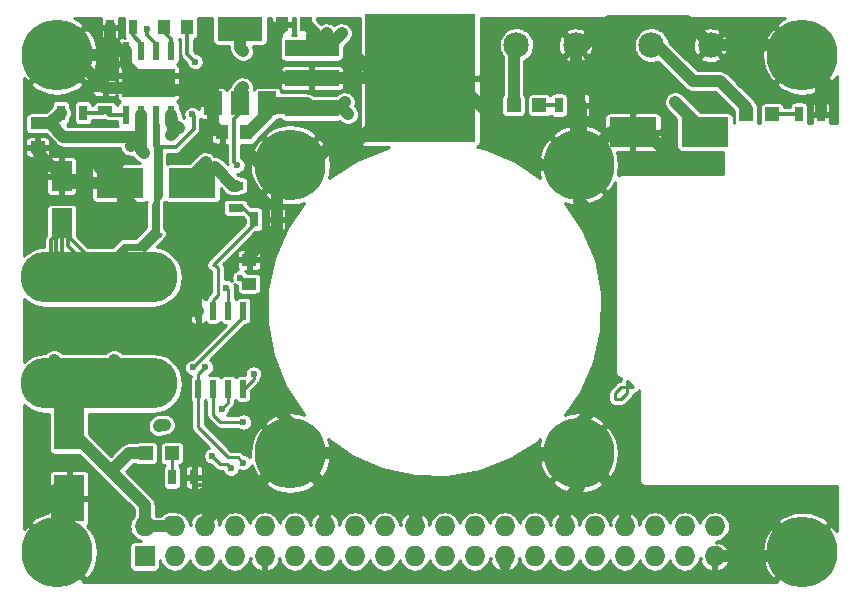
<source format=gtl>
G04 #@! TF.FileFunction,Copper,L1,Top,Signal*
%FSLAX46Y46*%
G04 Gerber Fmt 4.6, Leading zero omitted, Abs format (unit mm)*
G04 Created by KiCad (PCBNEW 4.0.7-e2-6376~58~ubuntu16.04.1) date Thu Apr 12 02:42:30 2018*
%MOMM*%
%LPD*%
G01*
G04 APERTURE LIST*
%ADD10C,0.100000*%
%ADD11R,2.500000X4.000000*%
%ADD12R,1.250000X1.000000*%
%ADD13R,4.000000X2.500000*%
%ADD14R,1.000000X1.250000*%
%ADD15R,1.800000X2.500000*%
%ADD16C,2.159000*%
%ADD17R,1.727200X1.727200*%
%ADD18O,1.727200X1.727200*%
%ADD19C,1.524000*%
%ADD20O,13.300000X4.300000*%
%ADD21C,6.000000*%
%ADD22R,0.700000X1.300000*%
%ADD23R,1.300000X0.700000*%
%ADD24R,0.600000X1.550000*%
%ADD25R,2.500000X1.175000*%
%ADD26R,0.508000X1.524000*%
%ADD27R,3.800000X2.000000*%
%ADD28R,1.500000X2.000000*%
%ADD29R,1.200000X1.200000*%
%ADD30R,4.600000X1.390000*%
%ADD31R,9.400000X10.800000*%
%ADD32C,0.600000*%
%ADD33C,0.270000*%
%ADD34C,1.000000*%
%ADD35C,0.300000*%
%ADD36C,0.254000*%
G04 APERTURE END LIST*
D10*
D11*
X23368000Y-68324000D03*
X23368000Y-74424000D03*
D12*
X20701000Y-42688000D03*
X20701000Y-44688000D03*
D13*
X33784000Y-47752000D03*
X27684000Y-47752000D03*
D14*
X43418000Y-34290000D03*
X41418000Y-34290000D03*
D13*
X77218000Y-43434000D03*
X71118000Y-43434000D03*
D14*
X38338000Y-43434000D03*
X36338000Y-43434000D03*
X33385000Y-34544000D03*
X31385000Y-34544000D03*
D12*
X38608000Y-56245000D03*
X38608000Y-54245000D03*
D15*
X22733000Y-51149000D03*
X22733000Y-47149000D03*
D16*
X77684000Y-36068000D03*
X72684000Y-36068000D03*
X66254000Y-36068000D03*
X61254000Y-36068000D03*
D17*
X29768800Y-79353715D03*
D18*
X29768800Y-76813715D03*
X32308800Y-79353715D03*
X32308800Y-76813715D03*
X34848800Y-79353715D03*
X34848800Y-76813715D03*
X37388800Y-79353715D03*
X37388800Y-76813715D03*
X39928800Y-79353715D03*
X39928800Y-76813715D03*
X42468800Y-79353715D03*
X42468800Y-76813715D03*
X45008800Y-79353715D03*
X45008800Y-76813715D03*
X47548800Y-79353715D03*
X47548800Y-76813715D03*
X50088800Y-79353715D03*
X50088800Y-76813715D03*
X52628800Y-79353715D03*
X52628800Y-76813715D03*
X55168800Y-79353715D03*
X55168800Y-76813715D03*
X57708800Y-79353715D03*
X57708800Y-76813715D03*
X60248800Y-79353715D03*
X60248800Y-76813715D03*
X62788800Y-79353715D03*
X62788800Y-76813715D03*
X65328800Y-79353715D03*
X65328800Y-76813715D03*
X67868800Y-79353715D03*
X67868800Y-76813715D03*
X70408800Y-79353715D03*
X70408800Y-76813715D03*
X72948800Y-79353715D03*
X72948800Y-76813715D03*
X75488800Y-79353715D03*
X75488800Y-76813715D03*
X78028800Y-79353715D03*
X78028800Y-76813715D03*
D19*
X25908000Y-64008000D03*
X27178000Y-65278000D03*
X28448000Y-64008000D03*
X30988000Y-64008000D03*
X29718000Y-65278000D03*
X23368000Y-64008000D03*
X24638000Y-65278000D03*
X22098000Y-65278000D03*
X27178000Y-55118000D03*
X28448000Y-56388000D03*
X30988000Y-56388000D03*
X29718000Y-55118000D03*
X23368000Y-56388000D03*
X24638000Y-55118000D03*
X22098000Y-55118000D03*
X20828000Y-56388000D03*
D20*
X25908000Y-55698000D03*
X25908000Y-64698000D03*
D19*
X25908000Y-56388000D03*
X20828000Y-64008000D03*
D21*
X22352000Y-78994000D03*
X85463837Y-78994000D03*
X85463837Y-36882121D03*
X22352000Y-36882121D03*
X66512000Y-70594000D03*
X42112000Y-46194000D03*
X42112000Y-70594000D03*
X66512000Y-46194000D03*
D22*
X87056000Y-41910000D03*
X85156000Y-41910000D03*
X66736000Y-41148000D03*
X64836000Y-41148000D03*
X32070000Y-72644000D03*
X33970000Y-72644000D03*
X28763000Y-34544000D03*
X26863000Y-34544000D03*
X24572000Y-41783000D03*
X22672000Y-41783000D03*
D23*
X26416000Y-39690000D03*
X26416000Y-41590000D03*
X37465000Y-47945000D03*
X37465000Y-49845000D03*
D22*
X39055000Y-50800000D03*
X40955000Y-50800000D03*
D24*
X32004000Y-36543000D03*
X30734000Y-36543000D03*
X29464000Y-36543000D03*
X28194000Y-36543000D03*
X28194000Y-41943000D03*
X29464000Y-41943000D03*
X30734000Y-41943000D03*
X32004000Y-41943000D03*
D25*
X29099000Y-39830500D03*
X31099000Y-39830500D03*
X29099000Y-38655500D03*
X31099000Y-38655500D03*
D26*
X38100000Y-65151000D03*
X36830000Y-65151000D03*
X35560000Y-65151000D03*
X34290000Y-65151000D03*
X34290000Y-58547000D03*
X35560000Y-58547000D03*
X36830000Y-58547000D03*
X38100000Y-58547000D03*
D27*
X37846000Y-34696000D03*
D28*
X37846000Y-40996000D03*
X40146000Y-40996000D03*
X35546000Y-40996000D03*
D29*
X80688000Y-41910000D03*
X82888000Y-41910000D03*
X61003000Y-41148000D03*
X63203000Y-41148000D03*
X29888000Y-70612000D03*
X32088000Y-70612000D03*
D30*
X43934000Y-38862000D03*
D31*
X53094000Y-38862000D03*
D30*
X43934000Y-41402000D03*
X43934000Y-36322000D03*
D32*
X30950000Y-68300000D03*
X28575000Y-44577000D03*
X29718000Y-45212000D03*
X73650000Y-44840000D03*
X35760000Y-38140000D03*
X29000000Y-49930000D03*
X35042002Y-56450000D03*
X38870000Y-52810000D03*
X37670000Y-51250000D03*
X32830000Y-60850000D03*
X21490000Y-60320000D03*
X20760000Y-46880000D03*
X21490000Y-73680000D03*
X26543000Y-45720000D03*
X25908000Y-46355000D03*
X49530000Y-41910000D03*
X55880000Y-36830000D03*
X49530000Y-36830000D03*
X47498000Y-36830000D03*
X55880000Y-42164000D03*
X35687000Y-46355000D03*
X34925000Y-45974000D03*
X32040000Y-43640000D03*
X32670000Y-43060000D03*
X44196000Y-35052000D03*
X46482000Y-35052000D03*
X45212000Y-35052000D03*
X74676000Y-40894000D03*
X46990000Y-41910000D03*
X46736000Y-40894000D03*
X34036000Y-37465000D03*
X33782000Y-41910000D03*
X38990000Y-63890000D03*
X37840000Y-55740000D03*
X37592000Y-46228000D03*
X38100000Y-39624000D03*
X38100000Y-36576000D03*
X38140000Y-67970000D03*
X38130000Y-71400000D03*
X34910000Y-63310000D03*
X37090000Y-71890000D03*
X35460000Y-70850000D03*
X36290000Y-66830000D03*
X33840000Y-63350000D03*
X36700000Y-56590000D03*
X29972000Y-34671000D03*
D33*
X69596000Y-66040000D02*
X69596000Y-65532000D01*
X69596000Y-65532000D02*
X70104000Y-65024000D01*
X70104000Y-65024000D02*
X70612000Y-65024000D01*
X70612000Y-65024000D02*
X70612000Y-64516000D01*
X70612000Y-64516000D02*
X71120000Y-65024000D01*
X71120000Y-65024000D02*
X70612000Y-65024000D01*
X70612000Y-65024000D02*
X70612000Y-65532000D01*
X70612000Y-65532000D02*
X70104000Y-66040000D01*
X70104000Y-66040000D02*
X69596000Y-66040000D01*
D34*
X30950000Y-68300000D02*
X31060000Y-68190000D01*
X31060000Y-68190000D02*
X31520000Y-68190000D01*
X29888000Y-70612000D02*
X28448000Y-70612000D01*
X28448000Y-70612000D02*
X26924000Y-72136000D01*
X23368000Y-68324000D02*
X23368000Y-68580000D01*
X23368000Y-68580000D02*
X26924000Y-72136000D01*
X26924000Y-72136000D02*
X29768800Y-74980800D01*
X29768800Y-74980800D02*
X29768800Y-76813715D01*
X28575000Y-44577000D02*
X29083000Y-44069000D01*
X29083000Y-44069000D02*
X29083000Y-43815000D01*
X29464000Y-43434000D02*
X29464000Y-44958000D01*
X29464000Y-44958000D02*
X29718000Y-45212000D01*
X29464000Y-41943000D02*
X29464000Y-43434000D01*
X29464000Y-43434000D02*
X29083000Y-43815000D01*
X29083000Y-43815000D02*
X22894000Y-43815000D01*
X22894000Y-43815000D02*
X21767000Y-42688000D01*
X20701000Y-42688000D02*
X21767000Y-42688000D01*
X21767000Y-42688000D02*
X22672000Y-41783000D01*
X22987000Y-66927000D02*
X22987000Y-63627000D01*
X22987000Y-63627000D02*
X22098000Y-62738000D01*
X31920000Y-76424915D02*
X32308800Y-76813715D01*
X27688000Y-63248000D02*
X27178000Y-62738000D01*
X29768800Y-76813715D02*
X32308800Y-76813715D01*
X71118000Y-43434000D02*
X72244000Y-43434000D01*
X72244000Y-43434000D02*
X73650000Y-44840000D01*
X36252000Y-38932000D02*
X36252000Y-38632000D01*
X36252000Y-38632000D02*
X35760000Y-38140000D01*
X27684000Y-47752000D02*
X27684000Y-48614000D01*
X27684000Y-48614000D02*
X29000000Y-49930000D01*
X35042002Y-56450000D02*
X35002002Y-56410000D01*
X35002002Y-56410000D02*
X33750000Y-56410000D01*
X42112000Y-46194000D02*
X39590000Y-46194000D01*
X39590000Y-46194000D02*
X38608000Y-45212000D01*
X66512000Y-46194000D02*
X66512000Y-49240000D01*
X66512000Y-49240000D02*
X68580000Y-51308000D01*
X42112000Y-70594000D02*
X45702000Y-70594000D01*
X45702000Y-70594000D02*
X46228000Y-71120000D01*
X66512000Y-70594000D02*
X66512000Y-68108000D01*
X66512000Y-68108000D02*
X67564000Y-67056000D01*
X66512000Y-70594000D02*
X63518000Y-70594000D01*
X63518000Y-70594000D02*
X62484000Y-71628000D01*
X42112000Y-70594000D02*
X42112000Y-68020000D01*
X42112000Y-68020000D02*
X41148000Y-67056000D01*
X66736000Y-41148000D02*
X66736000Y-45970000D01*
X66736000Y-45970000D02*
X66512000Y-46194000D01*
X39340000Y-53140000D02*
X39200000Y-53140000D01*
X39200000Y-53140000D02*
X38870000Y-52810000D01*
X37670000Y-51250000D02*
X33750000Y-55170000D01*
X33750000Y-55170000D02*
X33750000Y-56410000D01*
X33750000Y-56410000D02*
X33750000Y-58007000D01*
X33750000Y-58007000D02*
X34290000Y-58547000D01*
X38608000Y-54245000D02*
X38608000Y-53872000D01*
X38608000Y-53872000D02*
X39340000Y-53140000D01*
X39340000Y-53140000D02*
X40955000Y-51525000D01*
X40955000Y-51525000D02*
X40955000Y-50800000D01*
X32830000Y-60850000D02*
X31935000Y-59955000D01*
X31935000Y-59955000D02*
X31935000Y-59035000D01*
X34290000Y-58547000D02*
X32423000Y-58547000D01*
X32423000Y-58547000D02*
X31935000Y-59035000D01*
X31935000Y-59035000D02*
X30650000Y-60320000D01*
X30650000Y-60320000D02*
X21490000Y-60320000D01*
X21362000Y-45778000D02*
X21362000Y-46278000D01*
X21362000Y-46278000D02*
X20760000Y-46880000D01*
X21490000Y-73680000D02*
X22234000Y-74424000D01*
X22234000Y-74424000D02*
X23368000Y-74424000D01*
X40955000Y-50800000D02*
X40955000Y-47351000D01*
X40955000Y-47351000D02*
X42112000Y-46194000D01*
X22352000Y-36882121D02*
X23608121Y-36882121D01*
X23608121Y-36882121D02*
X26416000Y-39690000D01*
X22352000Y-36882121D02*
X26236879Y-36882121D01*
X26236879Y-36882121D02*
X27178000Y-35941000D01*
X27684000Y-47752000D02*
X27684000Y-46861000D01*
X27684000Y-46861000D02*
X26543000Y-45720000D01*
X27684000Y-47752000D02*
X27305000Y-47752000D01*
X27305000Y-47752000D02*
X25908000Y-46355000D01*
X26416000Y-39690000D02*
X28958500Y-39690000D01*
X28958500Y-39690000D02*
X29099000Y-39830500D01*
X20701000Y-44688000D02*
X20701000Y-45117000D01*
X20701000Y-45117000D02*
X21362000Y-45778000D01*
X21362000Y-45778000D02*
X22733000Y-47149000D01*
X27684000Y-47752000D02*
X23336000Y-47752000D01*
X23336000Y-47752000D02*
X22733000Y-47149000D01*
X31099000Y-39830500D02*
X34380500Y-39830500D01*
X34380500Y-39830500D02*
X35546000Y-40996000D01*
X31099000Y-38655500D02*
X31099000Y-39830500D01*
X29099000Y-38655500D02*
X29099000Y-39830500D01*
X31099000Y-38655500D02*
X31099000Y-39830500D01*
X31099000Y-39830500D02*
X29099000Y-39830500D01*
X28194000Y-36543000D02*
X27780000Y-36543000D01*
X27780000Y-36543000D02*
X27178000Y-35941000D01*
X27178000Y-35941000D02*
X26863000Y-35626000D01*
X26863000Y-35626000D02*
X26863000Y-34544000D01*
X28194000Y-36543000D02*
X28194000Y-37750500D01*
X28194000Y-37750500D02*
X29099000Y-38655500D01*
X23239000Y-73279000D02*
X22987000Y-73027000D01*
X22352000Y-78994000D02*
X22352000Y-73662000D01*
X22352000Y-73662000D02*
X22987000Y-73027000D01*
X45008800Y-76813715D02*
X45008800Y-73490800D01*
X45008800Y-73490800D02*
X42112000Y-70594000D01*
X34848800Y-76813715D02*
X34848800Y-76403200D01*
X34848800Y-76403200D02*
X36449000Y-74803000D01*
X36449000Y-74803000D02*
X37338000Y-74803000D01*
X37338000Y-74803000D02*
X37907000Y-74234000D01*
X37907000Y-74234000D02*
X37907000Y-73152000D01*
X37907000Y-73152000D02*
X39554000Y-73152000D01*
X39554000Y-73152000D02*
X42112000Y-70594000D01*
X21588000Y-78230000D02*
X22352000Y-78994000D01*
X42112000Y-46194000D02*
X43849000Y-46194000D01*
X43849000Y-46194000D02*
X45974000Y-44069000D01*
X45974000Y-44069000D02*
X47887000Y-44069000D01*
X47887000Y-44069000D02*
X53094000Y-38862000D01*
X36338000Y-43434000D02*
X36167000Y-43434000D01*
X36167000Y-43434000D02*
X35546000Y-42813000D01*
X35546000Y-42813000D02*
X35546000Y-40996000D01*
X21910000Y-37324121D02*
X22352000Y-36882121D01*
X52628800Y-76813715D02*
X52628800Y-75895200D01*
X52628800Y-75895200D02*
X54102000Y-74422000D01*
X54102000Y-74422000D02*
X65532000Y-74422000D01*
X65532000Y-74422000D02*
X65328800Y-74625200D01*
X60248800Y-79353715D02*
X60248800Y-80060800D01*
X78028800Y-79353715D02*
X85104122Y-79353715D01*
X85104122Y-79353715D02*
X85463837Y-78994000D01*
X70408800Y-74676000D02*
X81145837Y-74676000D01*
X81145837Y-74676000D02*
X85463837Y-78994000D01*
X70408800Y-76813715D02*
X70408800Y-74676000D01*
X70408800Y-74676000D02*
X70408800Y-74490800D01*
X70408800Y-74490800D02*
X66512000Y-70594000D01*
X66512000Y-70594000D02*
X66512000Y-73442000D01*
X66512000Y-73442000D02*
X65328800Y-74625200D01*
X65328800Y-74625200D02*
X65328800Y-76813715D01*
X35546000Y-40996000D02*
X35546000Y-39638000D01*
X35546000Y-39638000D02*
X36252000Y-38932000D01*
X36252000Y-38932000D02*
X37084000Y-38100000D01*
X37084000Y-38100000D02*
X40640000Y-38100000D01*
X41418000Y-34290000D02*
X41418000Y-34528000D01*
X41418000Y-34528000D02*
X40640000Y-35306000D01*
X40640000Y-35306000D02*
X40640000Y-38100000D01*
X40640000Y-38100000D02*
X41402000Y-38862000D01*
X41402000Y-38862000D02*
X43934000Y-38862000D01*
X66254000Y-36068000D02*
X67056000Y-36068000D01*
X67056000Y-36068000D02*
X69088000Y-34036000D01*
X69088000Y-34036000D02*
X75652000Y-34036000D01*
X75652000Y-34036000D02*
X77684000Y-36068000D01*
X87056000Y-41910000D02*
X87056000Y-38474284D01*
X87056000Y-38474284D02*
X85463837Y-36882121D01*
X66254000Y-37846000D02*
X66254000Y-36068000D01*
X77684000Y-36068000D02*
X84649716Y-36068000D01*
X84649716Y-36068000D02*
X85463837Y-36882121D01*
X71118000Y-43434000D02*
X69272000Y-43434000D01*
X69272000Y-43434000D02*
X66512000Y-46194000D01*
X49530000Y-41910000D02*
X52578000Y-38862000D01*
X52578000Y-38862000D02*
X53094000Y-38862000D01*
X55880000Y-36830000D02*
X53848000Y-38862000D01*
X53848000Y-38862000D02*
X53094000Y-38862000D01*
X49530000Y-36830000D02*
X51562000Y-38862000D01*
X51562000Y-38862000D02*
X53094000Y-38862000D01*
X53094000Y-38862000D02*
X49530000Y-38862000D01*
X49530000Y-38862000D02*
X47498000Y-36830000D01*
X55880000Y-42164000D02*
X53094000Y-39378000D01*
X53094000Y-39378000D02*
X53094000Y-38862000D01*
X43934000Y-38862000D02*
X53094000Y-38862000D01*
X53094000Y-38862000D02*
X55880000Y-38862000D01*
X55880000Y-38862000D02*
X63212000Y-46194000D01*
X63212000Y-46194000D02*
X66512000Y-46194000D01*
X84499958Y-37846000D02*
X85463837Y-36882121D01*
X66254000Y-37846000D02*
X66254000Y-44936000D01*
X66254000Y-44936000D02*
X66512000Y-45194000D01*
D35*
X34120000Y-73279000D02*
X35880000Y-73279000D01*
X35880000Y-73279000D02*
X36007000Y-73152000D01*
D34*
X37465000Y-47945000D02*
X37277000Y-47945000D01*
X37277000Y-47945000D02*
X35687000Y-46355000D01*
X35687000Y-46355000D02*
X34290000Y-47752000D01*
X34290000Y-47752000D02*
X33784000Y-47752000D01*
X33784000Y-47752000D02*
X33784000Y-47115000D01*
X33784000Y-47115000D02*
X34925000Y-45974000D01*
X32004000Y-41943000D02*
X32294000Y-43386000D01*
X32294000Y-43386000D02*
X32040000Y-43640000D01*
X32004000Y-41943000D02*
X32004000Y-42672000D01*
X32004000Y-42672000D02*
X32670000Y-43060000D01*
X43418000Y-34290000D02*
X43434000Y-34290000D01*
X43434000Y-34290000D02*
X44196000Y-35052000D01*
X80688000Y-41910000D02*
X80688000Y-41318000D01*
X80688000Y-41318000D02*
X78486000Y-39116000D01*
X78486000Y-39116000D02*
X76200000Y-39116000D01*
X76200000Y-39116000D02*
X73152000Y-36068000D01*
X73152000Y-36068000D02*
X72684000Y-36068000D01*
X44196000Y-35052000D02*
X43934000Y-35314000D01*
X43934000Y-35314000D02*
X43934000Y-36322000D01*
X46482000Y-35052000D02*
X45212000Y-36322000D01*
X45212000Y-36322000D02*
X43934000Y-36322000D01*
X45212000Y-35052000D02*
X43942000Y-36322000D01*
X43942000Y-36322000D02*
X43934000Y-36322000D01*
X61003000Y-41148000D02*
X61003000Y-36319000D01*
X61003000Y-36319000D02*
X61254000Y-36068000D01*
X38338000Y-43434000D02*
X38608000Y-43434000D01*
X38608000Y-43434000D02*
X40146000Y-41896000D01*
X40146000Y-41896000D02*
X40146000Y-40996000D01*
X77218000Y-43434000D02*
X77216000Y-43434000D01*
X77216000Y-43434000D02*
X74676000Y-40894000D01*
X43934000Y-41402000D02*
X40552000Y-41402000D01*
X40552000Y-41402000D02*
X40146000Y-40996000D01*
X40146000Y-40996000D02*
X43528000Y-40996000D01*
X43528000Y-40996000D02*
X43934000Y-41402000D01*
X46990000Y-41910000D02*
X46482000Y-41402000D01*
X46482000Y-41402000D02*
X43934000Y-41402000D01*
X46736000Y-40894000D02*
X46228000Y-41402000D01*
X46228000Y-41402000D02*
X43934000Y-41402000D01*
D33*
X31130000Y-44704000D02*
X31130000Y-48870000D01*
X31130000Y-48870000D02*
X30460000Y-49540000D01*
X30460000Y-49540000D02*
X30460000Y-51690000D01*
X30460000Y-51690000D02*
X29210000Y-52940000D01*
X29210000Y-52940000D02*
X28020000Y-52940000D01*
X28020000Y-52940000D02*
X25908000Y-55052000D01*
X25908000Y-55052000D02*
X25908000Y-55698000D01*
X30734000Y-41943000D02*
X30734000Y-44276000D01*
X30734000Y-44276000D02*
X30530000Y-44480000D01*
X30530000Y-44480000D02*
X30530000Y-44570000D01*
X30530000Y-44570000D02*
X30630000Y-44670000D01*
X30630000Y-44670000D02*
X30630000Y-51850000D01*
X30630000Y-51850000D02*
X29380000Y-53100000D01*
X29380000Y-53100000D02*
X28190000Y-53100000D01*
X28190000Y-53100000D02*
X25908000Y-55382000D01*
X25908000Y-55382000D02*
X25908000Y-55698000D01*
X30734000Y-41943000D02*
X30734000Y-42584000D01*
X30734000Y-42584000D02*
X30870000Y-42720000D01*
X30870000Y-42720000D02*
X30870000Y-51940000D01*
X30870000Y-51940000D02*
X29490000Y-53320000D01*
X29490000Y-53320000D02*
X28286000Y-53320000D01*
X28286000Y-53320000D02*
X25908000Y-55698000D01*
X31130000Y-52020000D02*
X29718000Y-53432000D01*
X29718000Y-53432000D02*
X29718000Y-55118000D01*
D35*
X22733000Y-51149000D02*
X22733000Y-51689000D01*
X22733000Y-51689000D02*
X21844000Y-52578000D01*
X21844000Y-52578000D02*
X21844000Y-54864000D01*
X21844000Y-54864000D02*
X22098000Y-55118000D01*
X22733000Y-51149000D02*
X22733000Y-51689000D01*
X22733000Y-51689000D02*
X25908000Y-54864000D01*
X25908000Y-54864000D02*
X25908000Y-55698000D01*
X22733000Y-51149000D02*
X22733000Y-51943000D01*
X22733000Y-51943000D02*
X22225000Y-52451000D01*
X22225000Y-52451000D02*
X22225000Y-53467000D01*
X22225000Y-53467000D02*
X24456000Y-55698000D01*
X24456000Y-55698000D02*
X25908000Y-55698000D01*
X22733000Y-51149000D02*
X22733000Y-51689000D01*
X22733000Y-51689000D02*
X23241000Y-52197000D01*
X23241000Y-52197000D02*
X23241000Y-53031000D01*
X23241000Y-53031000D02*
X25908000Y-55698000D01*
X22733000Y-51149000D02*
X22733000Y-54483000D01*
X22733000Y-54483000D02*
X22098000Y-55118000D01*
X33385000Y-34544000D02*
X33385000Y-36814000D01*
X33385000Y-36814000D02*
X34036000Y-37465000D01*
X33782000Y-41910000D02*
X33909000Y-42037000D01*
X33909000Y-42037000D02*
X33909000Y-43180000D01*
X33909000Y-43180000D02*
X32385000Y-44704000D01*
X32385000Y-44704000D02*
X31130000Y-44704000D01*
X31130000Y-44704000D02*
X30988000Y-44704000D01*
X30988000Y-44704000D02*
X30607000Y-44323000D01*
X30607000Y-44323000D02*
X30607000Y-42070000D01*
X30607000Y-42070000D02*
X30734000Y-41943000D01*
X31385000Y-34544000D02*
X31385000Y-34941000D01*
X31385000Y-34941000D02*
X32004000Y-35560000D01*
X32004000Y-35560000D02*
X32004000Y-36543000D01*
D33*
X38100000Y-65151000D02*
X38149000Y-65151000D01*
X38149000Y-65151000D02*
X38990000Y-64310000D01*
X38990000Y-64310000D02*
X38990000Y-63890000D01*
X37840000Y-55740000D02*
X38345000Y-56245000D01*
X38345000Y-56245000D02*
X38608000Y-56245000D01*
D35*
X37846000Y-40996000D02*
X37846000Y-41783000D01*
X37846000Y-41783000D02*
X37338000Y-42291000D01*
X37338000Y-42291000D02*
X37338000Y-45974000D01*
X37338000Y-45974000D02*
X37592000Y-46228000D01*
D34*
X37846000Y-40996000D02*
X37846000Y-39878000D01*
X37846000Y-39878000D02*
X38100000Y-39624000D01*
X38100000Y-36576000D02*
X37846000Y-36322000D01*
X37846000Y-36322000D02*
X37846000Y-34696000D01*
X37313000Y-34163000D02*
X37846000Y-34696000D01*
D33*
X35560000Y-65151000D02*
X35560000Y-67340000D01*
X35560000Y-67340000D02*
X36190000Y-67970000D01*
X36190000Y-67970000D02*
X38140000Y-67970000D01*
X36850000Y-70950000D02*
X37680000Y-70950000D01*
X37680000Y-70950000D02*
X38130000Y-71400000D01*
X34290000Y-65151000D02*
X34290000Y-68390000D01*
X34290000Y-68390000D02*
X36850000Y-70950000D01*
X34290000Y-65151000D02*
X34290000Y-63930000D01*
X34290000Y-63930000D02*
X34910000Y-63310000D01*
X37090000Y-71890000D02*
X36750000Y-71550000D01*
X36750000Y-71550000D02*
X36160000Y-71550000D01*
X36160000Y-71550000D02*
X35460000Y-70850000D01*
X36830000Y-65151000D02*
X36830000Y-66290000D01*
X36830000Y-66290000D02*
X36290000Y-66830000D01*
X33840000Y-63350000D02*
X38100000Y-59090000D01*
X38100000Y-59090000D02*
X38100000Y-58547000D01*
X38100000Y-58547000D02*
X38100000Y-59110000D01*
D35*
X82888000Y-41910000D02*
X85156000Y-41910000D01*
X64836000Y-41148000D02*
X63203000Y-41148000D01*
D33*
X32070000Y-72644000D02*
X32070000Y-70630000D01*
X32070000Y-70630000D02*
X32088000Y-70612000D01*
D35*
X29464000Y-36543000D02*
X29464000Y-35941000D01*
X29464000Y-35941000D02*
X28763000Y-35240000D01*
X28763000Y-35240000D02*
X28763000Y-34544000D01*
X28194000Y-41943000D02*
X26769000Y-41943000D01*
X26769000Y-41943000D02*
X26416000Y-41590000D01*
X24572000Y-41783000D02*
X26223000Y-41783000D01*
X26223000Y-41783000D02*
X26416000Y-41590000D01*
D33*
X35560000Y-58547000D02*
X35560000Y-57640000D01*
X35560000Y-57640000D02*
X35990000Y-57210000D01*
X35990000Y-57210000D02*
X35990000Y-54900000D01*
X35990000Y-54900000D02*
X35660000Y-54570000D01*
X39055000Y-50800000D02*
X39055000Y-51175000D01*
X39055000Y-51175000D02*
X35660000Y-54570000D01*
X35660000Y-54570000D02*
X35560000Y-54670000D01*
D35*
X37465000Y-49845000D02*
X38100000Y-49845000D01*
X38100000Y-49845000D02*
X39055000Y-50800000D01*
D33*
X36700000Y-56590000D02*
X36830000Y-56720000D01*
X36830000Y-56720000D02*
X36830000Y-58547000D01*
D35*
X30734000Y-36543000D02*
X30734000Y-35941000D01*
X30734000Y-35941000D02*
X29972000Y-35179000D01*
X29972000Y-35179000D02*
X29972000Y-34671000D01*
D36*
G36*
X26086000Y-33851944D02*
X26086000Y-34310250D01*
X26192750Y-34417000D01*
X26736000Y-34417000D01*
X26736000Y-34397000D01*
X26990000Y-34397000D01*
X26990000Y-34417000D01*
X27533250Y-34417000D01*
X27640000Y-34310250D01*
X27640000Y-33851944D01*
X27624894Y-33776000D01*
X28000703Y-33776000D01*
X27983934Y-33894000D01*
X27983934Y-35194000D01*
X27989356Y-35261998D01*
X28025073Y-35377330D01*
X28066998Y-35440954D01*
X28066998Y-35447748D01*
X27960250Y-35341000D01*
X27851944Y-35341000D01*
X27769449Y-35357409D01*
X27691740Y-35389597D01*
X27621803Y-35436327D01*
X27562328Y-35495803D01*
X27515598Y-35565739D01*
X27483409Y-35643449D01*
X27467000Y-35725944D01*
X27467000Y-36309250D01*
X27573750Y-36416000D01*
X28067000Y-36416000D01*
X28067000Y-36396000D01*
X28321000Y-36396000D01*
X28321000Y-36416000D01*
X28341000Y-36416000D01*
X28341000Y-36670000D01*
X28321000Y-36670000D01*
X28321000Y-36690000D01*
X28067000Y-36690000D01*
X28067000Y-36670000D01*
X27573750Y-36670000D01*
X27467000Y-36776750D01*
X27467000Y-37360056D01*
X27483409Y-37442551D01*
X27515598Y-37520261D01*
X27562328Y-37590197D01*
X27621803Y-37649673D01*
X27668231Y-37680695D01*
X27646740Y-37689597D01*
X27576803Y-37736327D01*
X27517328Y-37795803D01*
X27470598Y-37865739D01*
X27438409Y-37943449D01*
X27422000Y-38025944D01*
X27422000Y-38421750D01*
X27528750Y-38528500D01*
X28972000Y-38528500D01*
X28972000Y-38508500D01*
X29226000Y-38508500D01*
X29226000Y-38528500D01*
X30972000Y-38528500D01*
X30972000Y-38508500D01*
X31226000Y-38508500D01*
X31226000Y-38528500D01*
X32669250Y-38528500D01*
X32776000Y-38421750D01*
X32776000Y-38025944D01*
X32759591Y-37943449D01*
X32727402Y-37865739D01*
X32680672Y-37795803D01*
X32621197Y-37736327D01*
X32551260Y-37689597D01*
X32527222Y-37679640D01*
X32588146Y-37639494D01*
X32666463Y-37547605D01*
X32716079Y-37437535D01*
X32733066Y-37318000D01*
X32733066Y-35768000D01*
X32727644Y-35700002D01*
X32691927Y-35584670D01*
X32657488Y-35532406D01*
X32765465Y-35581079D01*
X32808000Y-35587124D01*
X32808000Y-36814000D01*
X32813201Y-36867043D01*
X32817847Y-36920140D01*
X32818693Y-36923051D01*
X32818989Y-36926073D01*
X32834402Y-36977123D01*
X32849264Y-37028280D01*
X32850660Y-37030973D01*
X32851537Y-37033878D01*
X32876565Y-37080949D01*
X32901087Y-37128257D01*
X32902979Y-37130627D01*
X32904404Y-37133307D01*
X32938086Y-37174605D01*
X32971343Y-37216265D01*
X32975511Y-37220492D01*
X32975578Y-37220574D01*
X32975653Y-37220636D01*
X32976999Y-37222001D01*
X33314095Y-37559097D01*
X33333781Y-37666358D01*
X33386265Y-37798918D01*
X33463498Y-37918760D01*
X33562537Y-38021317D01*
X33679610Y-38102685D01*
X33810258Y-38159764D01*
X33949504Y-38190379D01*
X34092045Y-38193365D01*
X34232451Y-38168608D01*
X34345022Y-38124944D01*
X41207000Y-38124944D01*
X41207000Y-38628250D01*
X41313750Y-38735000D01*
X43807000Y-38735000D01*
X43807000Y-37846750D01*
X44061000Y-37846750D01*
X44061000Y-38735000D01*
X46554250Y-38735000D01*
X46661000Y-38628250D01*
X46661000Y-38124944D01*
X46644591Y-38042449D01*
X46612403Y-37964740D01*
X46565673Y-37894803D01*
X46506197Y-37835328D01*
X46436261Y-37788598D01*
X46358551Y-37756409D01*
X46276056Y-37740000D01*
X44167750Y-37740000D01*
X44061000Y-37846750D01*
X43807000Y-37846750D01*
X43700250Y-37740000D01*
X41591944Y-37740000D01*
X41509449Y-37756409D01*
X41431739Y-37788598D01*
X41361803Y-37835328D01*
X41302327Y-37894803D01*
X41255597Y-37964740D01*
X41223409Y-38042449D01*
X41207000Y-38124944D01*
X34345022Y-38124944D01*
X34365374Y-38117050D01*
X34485752Y-38040656D01*
X34588999Y-37942336D01*
X34671182Y-37825833D01*
X34729171Y-37695587D01*
X34760758Y-37556558D01*
X34763032Y-37393714D01*
X34735339Y-37253857D01*
X34681009Y-37122043D01*
X34602111Y-37003291D01*
X34501650Y-36902126D01*
X34383452Y-36822401D01*
X34252020Y-36767152D01*
X34128876Y-36741874D01*
X33962000Y-36574998D01*
X33962000Y-35589856D01*
X34068330Y-35556927D01*
X34169146Y-35490494D01*
X34247463Y-35398605D01*
X34297079Y-35288535D01*
X34314066Y-35169000D01*
X34314066Y-33919000D01*
X34308644Y-33851002D01*
X34285417Y-33776000D01*
X35516934Y-33776000D01*
X35516934Y-35696000D01*
X35522356Y-35763998D01*
X35558073Y-35879330D01*
X35624506Y-35980146D01*
X35716395Y-36058463D01*
X35826465Y-36108079D01*
X35946000Y-36125066D01*
X36919000Y-36125066D01*
X36919000Y-36322000D01*
X36927355Y-36407209D01*
X36934819Y-36492523D01*
X36936180Y-36497206D01*
X36936655Y-36502055D01*
X36961400Y-36584014D01*
X36985294Y-36666258D01*
X36987537Y-36670585D01*
X36988946Y-36675252D01*
X37029132Y-36750832D01*
X37068552Y-36826881D01*
X37071595Y-36830693D01*
X37073882Y-36834994D01*
X37127988Y-36901334D01*
X37181424Y-36968272D01*
X37188114Y-36975056D01*
X37188228Y-36975196D01*
X37188357Y-36975303D01*
X37190512Y-36977488D01*
X37444512Y-37231488D01*
X37584314Y-37346322D01*
X37743758Y-37431815D01*
X37916771Y-37484711D01*
X38096764Y-37502994D01*
X38276880Y-37485968D01*
X38450258Y-37434282D01*
X38610295Y-37349903D01*
X38750895Y-37236048D01*
X38866703Y-37097051D01*
X38953307Y-36938207D01*
X39007410Y-36765568D01*
X39026949Y-36585707D01*
X39011180Y-36405477D01*
X38960706Y-36231742D01*
X38905410Y-36125066D01*
X39746000Y-36125066D01*
X39813998Y-36119644D01*
X39929330Y-36083927D01*
X40030146Y-36017494D01*
X40108463Y-35925605D01*
X40158079Y-35815535D01*
X40175066Y-35696000D01*
X40175066Y-33776000D01*
X40491000Y-33776000D01*
X40491000Y-34056250D01*
X40597750Y-34163000D01*
X41291000Y-34163000D01*
X41291000Y-34143000D01*
X41545000Y-34143000D01*
X41545000Y-34163000D01*
X42238250Y-34163000D01*
X42345000Y-34056250D01*
X42345000Y-33776000D01*
X42488934Y-33776000D01*
X42488934Y-34915000D01*
X42494356Y-34982998D01*
X42530073Y-35098330D01*
X42595707Y-35197934D01*
X42238936Y-35197934D01*
X42249673Y-35187197D01*
X42296403Y-35117260D01*
X42328591Y-35039551D01*
X42345000Y-34957056D01*
X42345000Y-34523750D01*
X42238250Y-34417000D01*
X41545000Y-34417000D01*
X41545000Y-34437000D01*
X41291000Y-34437000D01*
X41291000Y-34417000D01*
X40597750Y-34417000D01*
X40491000Y-34523750D01*
X40491000Y-34957056D01*
X40507409Y-35039551D01*
X40539597Y-35117260D01*
X40586327Y-35187197D01*
X40645803Y-35246672D01*
X40715739Y-35293402D01*
X40793449Y-35325591D01*
X40875944Y-35342000D01*
X41184250Y-35342000D01*
X41290998Y-35235252D01*
X41290998Y-35342000D01*
X41318750Y-35342000D01*
X41271537Y-35397395D01*
X41221921Y-35507465D01*
X41204934Y-35627000D01*
X41204934Y-37017000D01*
X41210356Y-37084998D01*
X41246073Y-37200330D01*
X41312506Y-37301146D01*
X41404395Y-37379463D01*
X41514465Y-37429079D01*
X41634000Y-37446066D01*
X46234000Y-37446066D01*
X46301998Y-37440644D01*
X46417330Y-37404927D01*
X46518146Y-37338494D01*
X46596463Y-37246605D01*
X46646079Y-37136535D01*
X46663066Y-37017000D01*
X46663066Y-36181910D01*
X47137488Y-35707488D01*
X47252322Y-35567686D01*
X47337815Y-35408242D01*
X47390711Y-35235228D01*
X47408994Y-35055236D01*
X47391968Y-34875120D01*
X47340282Y-34701742D01*
X47255903Y-34541705D01*
X47142048Y-34401105D01*
X47003051Y-34285297D01*
X46844208Y-34198693D01*
X46671568Y-34144590D01*
X46491707Y-34125051D01*
X46311477Y-34140820D01*
X46137742Y-34191294D01*
X45977119Y-34274553D01*
X45845890Y-34379311D01*
X45733051Y-34285297D01*
X45574208Y-34198693D01*
X45401568Y-34144590D01*
X45221707Y-34125051D01*
X45041477Y-34140820D01*
X44867742Y-34191294D01*
X44721878Y-34266902D01*
X44347066Y-33892090D01*
X44347066Y-33776000D01*
X47967000Y-33776000D01*
X47967000Y-38628250D01*
X48073750Y-38735000D01*
X52967000Y-38735000D01*
X52967000Y-38715000D01*
X53221000Y-38715000D01*
X53221000Y-38735000D01*
X58114250Y-38735000D01*
X58221000Y-38628250D01*
X58221000Y-36194671D01*
X59745520Y-36194671D01*
X59798853Y-36485257D01*
X59907611Y-36759950D01*
X60067653Y-37008287D01*
X60076000Y-37016931D01*
X60076000Y-40276786D01*
X60040537Y-40318395D01*
X59990921Y-40428465D01*
X59973934Y-40548000D01*
X59973934Y-41748000D01*
X59979356Y-41815998D01*
X60015073Y-41931330D01*
X60081506Y-42032146D01*
X60173395Y-42110463D01*
X60283465Y-42160079D01*
X60403000Y-42177066D01*
X61603000Y-42177066D01*
X61670998Y-42171644D01*
X61786330Y-42135927D01*
X61887146Y-42069494D01*
X61965463Y-41977605D01*
X62015079Y-41867535D01*
X62032066Y-41748000D01*
X62032066Y-40548000D01*
X62173934Y-40548000D01*
X62173934Y-41748000D01*
X62179356Y-41815998D01*
X62215073Y-41931330D01*
X62281506Y-42032146D01*
X62373395Y-42110463D01*
X62483465Y-42160079D01*
X62603000Y-42177066D01*
X63803000Y-42177066D01*
X63870998Y-42171644D01*
X63986330Y-42135927D01*
X64087146Y-42069494D01*
X64126073Y-42023821D01*
X64164506Y-42082146D01*
X64256395Y-42160463D01*
X64366465Y-42210079D01*
X64486000Y-42227066D01*
X65186000Y-42227066D01*
X65253998Y-42221644D01*
X65369330Y-42185927D01*
X65470146Y-42119494D01*
X65548463Y-42027605D01*
X65598079Y-41917535D01*
X65615066Y-41798000D01*
X65615066Y-41381750D01*
X65959000Y-41381750D01*
X65959000Y-41840056D01*
X65975409Y-41922551D01*
X66007597Y-42000260D01*
X66054327Y-42070197D01*
X66113803Y-42129672D01*
X66183739Y-42176402D01*
X66261449Y-42208591D01*
X66343944Y-42225000D01*
X66502250Y-42225000D01*
X66609000Y-42118250D01*
X66609000Y-41275000D01*
X66863000Y-41275000D01*
X66863000Y-42118250D01*
X66969750Y-42225000D01*
X67128056Y-42225000D01*
X67210551Y-42208591D01*
X67288261Y-42176402D01*
X67339830Y-42141944D01*
X68691000Y-42141944D01*
X68691000Y-43200250D01*
X68797750Y-43307000D01*
X70991000Y-43307000D01*
X70991000Y-41863750D01*
X71245000Y-41863750D01*
X71245000Y-43307000D01*
X73438250Y-43307000D01*
X73545000Y-43200250D01*
X73545000Y-42141944D01*
X73528591Y-42059449D01*
X73496403Y-41981740D01*
X73449673Y-41911803D01*
X73390197Y-41852328D01*
X73320261Y-41805598D01*
X73242551Y-41773409D01*
X73160056Y-41757000D01*
X71351750Y-41757000D01*
X71245000Y-41863750D01*
X70991000Y-41863750D01*
X70884250Y-41757000D01*
X69075944Y-41757000D01*
X68993449Y-41773409D01*
X68915739Y-41805598D01*
X68845803Y-41852328D01*
X68786327Y-41911803D01*
X68739597Y-41981740D01*
X68707409Y-42059449D01*
X68691000Y-42141944D01*
X67339830Y-42141944D01*
X67358197Y-42129672D01*
X67417673Y-42070197D01*
X67464403Y-42000260D01*
X67496591Y-41922551D01*
X67513000Y-41840056D01*
X67513000Y-41381750D01*
X67406250Y-41275000D01*
X66863000Y-41275000D01*
X66609000Y-41275000D01*
X66065750Y-41275000D01*
X65959000Y-41381750D01*
X65615066Y-41381750D01*
X65615066Y-40498000D01*
X65611713Y-40455944D01*
X65959000Y-40455944D01*
X65959000Y-40914250D01*
X66065750Y-41021000D01*
X66609000Y-41021000D01*
X66609000Y-40177750D01*
X66863000Y-40177750D01*
X66863000Y-41021000D01*
X67406250Y-41021000D01*
X67513000Y-40914250D01*
X67513000Y-40455944D01*
X67496591Y-40373449D01*
X67464403Y-40295740D01*
X67417673Y-40225803D01*
X67358197Y-40166328D01*
X67288261Y-40119598D01*
X67210551Y-40087409D01*
X67128056Y-40071000D01*
X66969750Y-40071000D01*
X66863000Y-40177750D01*
X66609000Y-40177750D01*
X66502250Y-40071000D01*
X66343944Y-40071000D01*
X66261449Y-40087409D01*
X66183739Y-40119598D01*
X66113803Y-40166328D01*
X66054327Y-40225803D01*
X66007597Y-40295740D01*
X65975409Y-40373449D01*
X65959000Y-40455944D01*
X65611713Y-40455944D01*
X65609644Y-40430002D01*
X65573927Y-40314670D01*
X65507494Y-40213854D01*
X65415605Y-40135537D01*
X65305535Y-40085921D01*
X65186000Y-40068934D01*
X64486000Y-40068934D01*
X64418002Y-40074356D01*
X64302670Y-40110073D01*
X64201854Y-40176506D01*
X64125764Y-40265782D01*
X64124494Y-40263854D01*
X64032605Y-40185537D01*
X63922535Y-40135921D01*
X63803000Y-40118934D01*
X62603000Y-40118934D01*
X62535002Y-40124356D01*
X62419670Y-40160073D01*
X62318854Y-40226506D01*
X62240537Y-40318395D01*
X62190921Y-40428465D01*
X62173934Y-40548000D01*
X62032066Y-40548000D01*
X62026644Y-40480002D01*
X61990927Y-40364670D01*
X61930000Y-40272210D01*
X61930000Y-37421721D01*
X61936533Y-37419187D01*
X62185982Y-37260882D01*
X62303818Y-37148668D01*
X65352937Y-37148668D01*
X65470099Y-37363012D01*
X65737806Y-37491060D01*
X66025349Y-37564421D01*
X66321680Y-37580275D01*
X66615410Y-37538013D01*
X66895251Y-37439260D01*
X67037901Y-37363012D01*
X67155063Y-37148668D01*
X66254000Y-36247605D01*
X65352937Y-37148668D01*
X62303818Y-37148668D01*
X62399931Y-37057141D01*
X62570232Y-36815724D01*
X62690398Y-36545826D01*
X62755852Y-36257728D01*
X62757556Y-36135680D01*
X64741725Y-36135680D01*
X64783987Y-36429410D01*
X64882740Y-36709251D01*
X64958988Y-36851901D01*
X65173332Y-36969063D01*
X66074395Y-36068000D01*
X66433605Y-36068000D01*
X67334668Y-36969063D01*
X67549012Y-36851901D01*
X67677060Y-36584194D01*
X67750421Y-36296651D01*
X67766275Y-36000320D01*
X67724013Y-35706590D01*
X67625260Y-35426749D01*
X67549012Y-35284099D01*
X67334668Y-35166937D01*
X66433605Y-36068000D01*
X66074395Y-36068000D01*
X65173332Y-35166937D01*
X64958988Y-35284099D01*
X64830940Y-35551806D01*
X64757579Y-35839349D01*
X64741725Y-36135680D01*
X62757556Y-36135680D01*
X62760564Y-35920280D01*
X62703180Y-35630467D01*
X62590596Y-35357319D01*
X62427102Y-35111241D01*
X62304055Y-34987332D01*
X65352937Y-34987332D01*
X66254000Y-35888395D01*
X67155063Y-34987332D01*
X67037901Y-34772988D01*
X66770194Y-34644940D01*
X66482651Y-34571579D01*
X66186320Y-34555725D01*
X65892590Y-34597987D01*
X65612749Y-34696740D01*
X65470099Y-34772988D01*
X65352937Y-34987332D01*
X62304055Y-34987332D01*
X62218925Y-34901606D01*
X61973995Y-34736398D01*
X61701640Y-34621910D01*
X61412234Y-34562504D01*
X61116801Y-34560441D01*
X60826595Y-34615801D01*
X60552668Y-34726475D01*
X60305454Y-34888247D01*
X60094370Y-35094955D01*
X59927457Y-35338727D01*
X59811070Y-35610276D01*
X59749645Y-35899260D01*
X59745520Y-36194671D01*
X58221000Y-36194671D01*
X58221000Y-33776000D01*
X84005978Y-33776000D01*
X83557508Y-34014341D01*
X83543873Y-34023452D01*
X83195853Y-34434532D01*
X85463837Y-36702516D01*
X85477980Y-36688374D01*
X85657585Y-36867979D01*
X85643442Y-36882121D01*
X87911426Y-39150105D01*
X88322506Y-38802085D01*
X88398000Y-38661651D01*
X88398000Y-42678000D01*
X87817894Y-42678000D01*
X87833000Y-42602056D01*
X87833000Y-42143750D01*
X87726250Y-42037000D01*
X87183000Y-42037000D01*
X87183000Y-42057000D01*
X86929000Y-42057000D01*
X86929000Y-42037000D01*
X86385750Y-42037000D01*
X86279000Y-42143750D01*
X86279000Y-42602056D01*
X86294106Y-42678000D01*
X85918297Y-42678000D01*
X85935066Y-42560000D01*
X85935066Y-41260000D01*
X85931713Y-41217944D01*
X86279000Y-41217944D01*
X86279000Y-41676250D01*
X86385750Y-41783000D01*
X86929000Y-41783000D01*
X86929000Y-40939750D01*
X87183000Y-40939750D01*
X87183000Y-41783000D01*
X87726250Y-41783000D01*
X87833000Y-41676250D01*
X87833000Y-41217944D01*
X87816591Y-41135449D01*
X87784403Y-41057740D01*
X87737673Y-40987803D01*
X87678197Y-40928328D01*
X87608261Y-40881598D01*
X87530551Y-40849409D01*
X87448056Y-40833000D01*
X87289750Y-40833000D01*
X87183000Y-40939750D01*
X86929000Y-40939750D01*
X86822250Y-40833000D01*
X86663944Y-40833000D01*
X86581449Y-40849409D01*
X86503739Y-40881598D01*
X86433803Y-40928328D01*
X86374327Y-40987803D01*
X86327597Y-41057740D01*
X86295409Y-41135449D01*
X86279000Y-41217944D01*
X85931713Y-41217944D01*
X85929644Y-41192002D01*
X85893927Y-41076670D01*
X85827494Y-40975854D01*
X85735605Y-40897537D01*
X85625535Y-40847921D01*
X85506000Y-40830934D01*
X84806000Y-40830934D01*
X84738002Y-40836356D01*
X84622670Y-40872073D01*
X84521854Y-40938506D01*
X84443537Y-41030395D01*
X84393921Y-41140465D01*
X84376934Y-41260000D01*
X84376934Y-41333000D01*
X83917066Y-41333000D01*
X83917066Y-41310000D01*
X83911644Y-41242002D01*
X83875927Y-41126670D01*
X83809494Y-41025854D01*
X83717605Y-40947537D01*
X83607535Y-40897921D01*
X83488000Y-40880934D01*
X82288000Y-40880934D01*
X82220002Y-40886356D01*
X82104670Y-40922073D01*
X82003854Y-40988506D01*
X81925537Y-41080395D01*
X81875921Y-41190465D01*
X81858934Y-41310000D01*
X81858934Y-42510000D01*
X81864356Y-42577998D01*
X81895325Y-42678000D01*
X81678233Y-42678000D01*
X81700079Y-42629535D01*
X81717066Y-42510000D01*
X81717066Y-41310000D01*
X81711644Y-41242002D01*
X81675927Y-41126670D01*
X81609494Y-41025854D01*
X81548823Y-40974144D01*
X81548706Y-40973742D01*
X81546463Y-40969415D01*
X81545054Y-40964748D01*
X81504847Y-40889129D01*
X81465447Y-40813119D01*
X81462407Y-40809311D01*
X81460118Y-40805006D01*
X81405990Y-40738639D01*
X81352576Y-40671728D01*
X81345886Y-40664944D01*
X81345772Y-40664804D01*
X81345643Y-40664697D01*
X81343488Y-40662512D01*
X80010686Y-39329710D01*
X83195853Y-39329710D01*
X83543873Y-39740790D01*
X84138464Y-40060428D01*
X84783988Y-40257925D01*
X85455638Y-40325692D01*
X86127603Y-40261125D01*
X86774060Y-40066704D01*
X87370166Y-39749901D01*
X87383801Y-39740790D01*
X87731821Y-39329710D01*
X85463837Y-37061726D01*
X83195853Y-39329710D01*
X80010686Y-39329710D01*
X79141488Y-38460512D01*
X79075318Y-38406159D01*
X79009724Y-38351120D01*
X79005452Y-38348772D01*
X79001686Y-38345678D01*
X78926200Y-38305202D01*
X78851184Y-38263962D01*
X78846541Y-38262489D01*
X78842242Y-38260184D01*
X78760351Y-38235148D01*
X78678734Y-38209257D01*
X78673887Y-38208713D01*
X78669228Y-38207289D01*
X78584099Y-38198642D01*
X78498943Y-38189090D01*
X78489410Y-38189024D01*
X78489236Y-38189006D01*
X78489073Y-38189021D01*
X78486000Y-38189000D01*
X76583976Y-38189000D01*
X75543644Y-37148668D01*
X76782937Y-37148668D01*
X76900099Y-37363012D01*
X77167806Y-37491060D01*
X77455349Y-37564421D01*
X77751680Y-37580275D01*
X78045410Y-37538013D01*
X78325251Y-37439260D01*
X78467901Y-37363012D01*
X78585063Y-37148668D01*
X77684000Y-36247605D01*
X76782937Y-37148668D01*
X75543644Y-37148668D01*
X74530656Y-36135680D01*
X76171725Y-36135680D01*
X76213987Y-36429410D01*
X76312740Y-36709251D01*
X76388988Y-36851901D01*
X76603332Y-36969063D01*
X77504395Y-36068000D01*
X77863605Y-36068000D01*
X78764668Y-36969063D01*
X78938725Y-36873922D01*
X82020266Y-36873922D01*
X82084833Y-37545887D01*
X82279254Y-38192344D01*
X82596057Y-38788450D01*
X82605168Y-38802085D01*
X83016248Y-39150105D01*
X85284232Y-36882121D01*
X83016248Y-34614137D01*
X82605168Y-34962157D01*
X82285530Y-35556748D01*
X82088033Y-36202272D01*
X82020266Y-36873922D01*
X78938725Y-36873922D01*
X78979012Y-36851901D01*
X79107060Y-36584194D01*
X79180421Y-36296651D01*
X79196275Y-36000320D01*
X79154013Y-35706590D01*
X79055260Y-35426749D01*
X78979012Y-35284099D01*
X78764668Y-35166937D01*
X77863605Y-36068000D01*
X77504395Y-36068000D01*
X76603332Y-35166937D01*
X76388988Y-35284099D01*
X76260940Y-35551806D01*
X76187579Y-35839349D01*
X76171725Y-36135680D01*
X74530656Y-36135680D01*
X74159779Y-35764803D01*
X74133180Y-35630467D01*
X74020596Y-35357319D01*
X73857102Y-35111241D01*
X73734055Y-34987332D01*
X76782937Y-34987332D01*
X77684000Y-35888395D01*
X78585063Y-34987332D01*
X78467901Y-34772988D01*
X78200194Y-34644940D01*
X77912651Y-34571579D01*
X77616320Y-34555725D01*
X77322590Y-34597987D01*
X77042749Y-34696740D01*
X76900099Y-34772988D01*
X76782937Y-34987332D01*
X73734055Y-34987332D01*
X73648925Y-34901606D01*
X73403995Y-34736398D01*
X73131640Y-34621910D01*
X72842234Y-34562504D01*
X72546801Y-34560441D01*
X72256595Y-34615801D01*
X71982668Y-34726475D01*
X71735454Y-34888247D01*
X71524370Y-35094955D01*
X71357457Y-35338727D01*
X71241070Y-35610276D01*
X71179645Y-35899260D01*
X71175520Y-36194671D01*
X71228853Y-36485257D01*
X71337611Y-36759950D01*
X71497653Y-37008287D01*
X71702883Y-37220808D01*
X71945483Y-37389420D01*
X72216213Y-37507699D01*
X72504761Y-37571140D01*
X72800136Y-37577327D01*
X73091088Y-37526025D01*
X73240929Y-37467905D01*
X75544512Y-39771488D01*
X75610682Y-39825841D01*
X75676276Y-39880880D01*
X75680548Y-39883228D01*
X75684314Y-39886322D01*
X75759800Y-39926798D01*
X75834816Y-39968038D01*
X75839459Y-39969511D01*
X75843758Y-39971816D01*
X75925649Y-39996852D01*
X76007266Y-40022743D01*
X76012113Y-40023287D01*
X76016772Y-40024711D01*
X76101901Y-40033358D01*
X76187057Y-40042910D01*
X76196590Y-40042976D01*
X76196764Y-40042994D01*
X76196927Y-40042979D01*
X76200000Y-40043000D01*
X78102024Y-40043000D01*
X79658934Y-41599910D01*
X79658934Y-42510000D01*
X79664356Y-42577998D01*
X79695325Y-42678000D01*
X79647066Y-42678000D01*
X79647066Y-42184000D01*
X79641644Y-42116002D01*
X79605927Y-42000670D01*
X79539494Y-41899854D01*
X79447605Y-41821537D01*
X79337535Y-41771921D01*
X79218000Y-41754934D01*
X76847910Y-41754934D01*
X75331488Y-40238512D01*
X75191686Y-40123678D01*
X75032242Y-40038184D01*
X74859228Y-39985289D01*
X74679236Y-39967006D01*
X74499120Y-39984031D01*
X74325742Y-40035718D01*
X74165704Y-40120096D01*
X74025105Y-40233952D01*
X73909297Y-40372949D01*
X73822693Y-40531792D01*
X73768590Y-40704432D01*
X73749051Y-40884293D01*
X73764819Y-41064523D01*
X73815294Y-41238258D01*
X73898552Y-41398881D01*
X74011424Y-41540272D01*
X74020512Y-41549488D01*
X74788934Y-42317910D01*
X74788934Y-44684000D01*
X74794356Y-44751998D01*
X74830073Y-44867330D01*
X74896506Y-44968146D01*
X74988395Y-45046463D01*
X75098465Y-45096079D01*
X75218000Y-45113066D01*
X78746000Y-45113066D01*
X78746000Y-46996000D01*
X70104000Y-46996000D01*
X70057010Y-47000608D01*
X70009935Y-47004892D01*
X70008245Y-47005389D01*
X70006494Y-47005561D01*
X69961276Y-47019213D01*
X69915947Y-47032554D01*
X69914387Y-47033370D01*
X69912703Y-47033878D01*
X69871043Y-47056029D01*
X69829123Y-47077944D01*
X69827749Y-47079049D01*
X69826197Y-47079874D01*
X69824297Y-47081424D01*
X69887804Y-46873849D01*
X69955571Y-46202199D01*
X69891004Y-45530234D01*
X69764920Y-45111000D01*
X70884250Y-45111000D01*
X70991000Y-45004250D01*
X70991000Y-43561000D01*
X71245000Y-43561000D01*
X71245000Y-45004250D01*
X71351750Y-45111000D01*
X73160056Y-45111000D01*
X73242551Y-45094591D01*
X73320261Y-45062402D01*
X73390197Y-45015672D01*
X73449673Y-44956197D01*
X73496403Y-44886260D01*
X73528591Y-44808551D01*
X73545000Y-44726056D01*
X73545000Y-43667750D01*
X73438250Y-43561000D01*
X71245000Y-43561000D01*
X70991000Y-43561000D01*
X68797750Y-43561000D01*
X68703125Y-43655625D01*
X68431964Y-43335331D01*
X67837373Y-43015693D01*
X67191849Y-42818196D01*
X66520199Y-42750429D01*
X65848234Y-42814996D01*
X65201777Y-43009417D01*
X64605671Y-43326220D01*
X64592036Y-43335331D01*
X64244016Y-43746411D01*
X66512000Y-46014395D01*
X66526143Y-46000253D01*
X66705748Y-46179858D01*
X66691605Y-46194000D01*
X68959589Y-48461984D01*
X69370669Y-48113964D01*
X69602000Y-47683642D01*
X69602000Y-63754000D01*
X69606608Y-63800990D01*
X69610892Y-63848065D01*
X69611389Y-63849755D01*
X69611561Y-63851506D01*
X69625213Y-63896724D01*
X69638554Y-63942053D01*
X69639370Y-63943613D01*
X69639878Y-63945297D01*
X69662029Y-63986957D01*
X69683944Y-64028877D01*
X69685049Y-64030251D01*
X69685874Y-64031803D01*
X69715727Y-64068407D01*
X69745335Y-64105231D01*
X69746682Y-64106361D01*
X69747795Y-64107726D01*
X69784234Y-64137871D01*
X69820387Y-64168207D01*
X69821927Y-64169054D01*
X69823285Y-64170177D01*
X69864847Y-64192649D01*
X69906241Y-64215406D01*
X69907920Y-64215939D01*
X69909467Y-64216775D01*
X69954585Y-64230741D01*
X69999628Y-64245030D01*
X70001376Y-64245226D01*
X70003059Y-64245747D01*
X70050086Y-64250690D01*
X70096991Y-64255951D01*
X70100368Y-64255975D01*
X70100495Y-64255988D01*
X70100623Y-64255976D01*
X70104000Y-64256000D01*
X70116669Y-64256000D01*
X70095446Y-64294605D01*
X70095149Y-64295542D01*
X70094676Y-64296409D01*
X70078521Y-64347958D01*
X70062281Y-64399154D01*
X70062172Y-64400130D01*
X70061876Y-64401073D01*
X70056035Y-64454841D01*
X70054690Y-64466835D01*
X70052285Y-64467071D01*
X70000619Y-64471591D01*
X69997786Y-64472414D01*
X69994840Y-64472703D01*
X69945051Y-64487735D01*
X69895291Y-64502192D01*
X69892673Y-64503549D01*
X69889838Y-64504405D01*
X69843931Y-64528814D01*
X69797912Y-64552668D01*
X69795605Y-64554510D01*
X69792994Y-64555898D01*
X69752738Y-64588730D01*
X69712193Y-64621097D01*
X69708081Y-64625152D01*
X69707996Y-64625221D01*
X69707931Y-64625299D01*
X69706606Y-64626606D01*
X69198606Y-65134606D01*
X69165649Y-65174728D01*
X69132286Y-65214489D01*
X69130864Y-65217076D01*
X69128986Y-65219362D01*
X69104418Y-65265180D01*
X69079446Y-65310605D01*
X69078554Y-65313417D01*
X69077155Y-65316026D01*
X69061952Y-65365753D01*
X69046281Y-65415154D01*
X69045952Y-65418086D01*
X69045087Y-65420916D01*
X69039840Y-65472581D01*
X69034055Y-65524153D01*
X69034014Y-65529935D01*
X69034004Y-65530038D01*
X69034013Y-65530134D01*
X69034000Y-65532000D01*
X69034000Y-66040000D01*
X69039168Y-66092705D01*
X69043955Y-66145308D01*
X69044510Y-66147195D01*
X69044703Y-66149160D01*
X69060017Y-66199882D01*
X69074923Y-66250529D01*
X69075835Y-66252273D01*
X69076405Y-66254162D01*
X69101239Y-66300868D01*
X69125738Y-66347731D01*
X69126974Y-66349268D01*
X69127898Y-66351006D01*
X69161283Y-66391940D01*
X69194466Y-66433211D01*
X69195977Y-66434479D01*
X69197221Y-66436004D01*
X69237932Y-66469683D01*
X69278489Y-66503714D01*
X69280217Y-66504664D01*
X69281734Y-66505919D01*
X69328257Y-66531074D01*
X69374605Y-66556554D01*
X69376482Y-66557149D01*
X69378216Y-66558087D01*
X69428740Y-66573727D01*
X69479154Y-66589719D01*
X69481113Y-66589939D01*
X69482994Y-66590521D01*
X69535563Y-66596046D01*
X69588153Y-66601945D01*
X69591939Y-66601972D01*
X69592077Y-66601986D01*
X69592215Y-66601973D01*
X69596000Y-66602000D01*
X70104000Y-66602000D01*
X70155670Y-66596934D01*
X70207381Y-66592409D01*
X70210215Y-66591586D01*
X70213160Y-66591297D01*
X70262903Y-66576279D01*
X70312709Y-66561809D01*
X70315332Y-66560450D01*
X70318162Y-66559595D01*
X70364014Y-66535215D01*
X70410087Y-66511333D01*
X70412396Y-66509490D01*
X70415006Y-66508102D01*
X70455251Y-66475279D01*
X70495806Y-66442904D01*
X70499920Y-66438848D01*
X70500004Y-66438779D01*
X70500069Y-66438701D01*
X70501394Y-66437394D01*
X71009394Y-65929394D01*
X71042329Y-65889298D01*
X71075714Y-65849511D01*
X71077138Y-65846921D01*
X71079013Y-65844638D01*
X71103541Y-65798894D01*
X71128554Y-65753395D01*
X71129447Y-65750579D01*
X71130844Y-65747974D01*
X71146020Y-65698334D01*
X71161719Y-65648846D01*
X71162049Y-65645908D01*
X71162912Y-65643084D01*
X71168155Y-65591464D01*
X71169310Y-65581165D01*
X71173802Y-65580725D01*
X71227235Y-65575674D01*
X71228176Y-65575393D01*
X71229160Y-65575297D01*
X71280904Y-65559674D01*
X71332346Y-65544339D01*
X71333215Y-65543881D01*
X71334162Y-65543595D01*
X71381977Y-65518171D01*
X71429369Y-65493184D01*
X71430130Y-65492568D01*
X71431006Y-65492102D01*
X71472939Y-65457902D01*
X71514610Y-65424158D01*
X71515239Y-65423403D01*
X71516004Y-65422779D01*
X71550473Y-65381114D01*
X71584818Y-65339890D01*
X71585287Y-65339030D01*
X71585919Y-65338266D01*
X71611697Y-65290591D01*
X71634000Y-65249685D01*
X71634000Y-72898000D01*
X71638608Y-72944990D01*
X71642892Y-72992065D01*
X71643389Y-72993755D01*
X71643561Y-72995506D01*
X71657213Y-73040724D01*
X71670554Y-73086053D01*
X71671370Y-73087613D01*
X71671878Y-73089297D01*
X71694029Y-73130957D01*
X71715944Y-73172877D01*
X71717049Y-73174251D01*
X71717874Y-73175803D01*
X71747727Y-73212407D01*
X71777335Y-73249231D01*
X71778682Y-73250361D01*
X71779795Y-73251726D01*
X71816234Y-73281871D01*
X71852387Y-73312207D01*
X71853927Y-73313054D01*
X71855285Y-73314177D01*
X71896847Y-73336649D01*
X71938241Y-73359406D01*
X71939920Y-73359939D01*
X71941467Y-73360775D01*
X71986585Y-73374741D01*
X72031628Y-73389030D01*
X72033376Y-73389226D01*
X72035059Y-73389747D01*
X72082086Y-73394690D01*
X72128991Y-73399951D01*
X72132368Y-73399975D01*
X72132495Y-73399988D01*
X72132623Y-73399976D01*
X72136000Y-73400000D01*
X88398000Y-73400000D01*
X88398000Y-77212579D01*
X88331617Y-77087671D01*
X88322506Y-77074036D01*
X87911426Y-76726016D01*
X85643442Y-78994000D01*
X85657585Y-79008143D01*
X85477980Y-79187748D01*
X85463837Y-79173605D01*
X83195853Y-81441589D01*
X83279168Y-81540000D01*
X24536669Y-81540000D01*
X24619984Y-81441589D01*
X22352000Y-79173605D01*
X22337858Y-79187748D01*
X22158253Y-79008143D01*
X22172395Y-78994000D01*
X19904411Y-76726016D01*
X19552000Y-77024367D01*
X19552000Y-76546411D01*
X20084016Y-76546411D01*
X22352000Y-78814395D01*
X22366143Y-78800253D01*
X22545748Y-78979858D01*
X22531605Y-78994000D01*
X24799589Y-81261984D01*
X25210669Y-80913964D01*
X25530307Y-80319373D01*
X25727804Y-79673849D01*
X25795571Y-79002199D01*
X25731004Y-78330234D01*
X25536583Y-77683777D01*
X25219780Y-77087671D01*
X25210669Y-77074036D01*
X24859135Y-76776428D01*
X24890197Y-76755673D01*
X24949672Y-76696197D01*
X24996402Y-76626261D01*
X25028591Y-76548551D01*
X25045000Y-76466056D01*
X25045000Y-74657750D01*
X24938250Y-74551000D01*
X23495000Y-74551000D01*
X23495000Y-74571000D01*
X23241000Y-74571000D01*
X23241000Y-74551000D01*
X21797750Y-74551000D01*
X21691000Y-74657750D01*
X21691000Y-75614730D01*
X21688234Y-75614996D01*
X21041777Y-75809417D01*
X20445671Y-76126220D01*
X20432036Y-76135331D01*
X20084016Y-76546411D01*
X19552000Y-76546411D01*
X19552000Y-72381944D01*
X21691000Y-72381944D01*
X21691000Y-74190250D01*
X21797750Y-74297000D01*
X23241000Y-74297000D01*
X23241000Y-72103750D01*
X23495000Y-72103750D01*
X23495000Y-74297000D01*
X24938250Y-74297000D01*
X25045000Y-74190250D01*
X25045000Y-72381944D01*
X25028591Y-72299449D01*
X24996402Y-72221739D01*
X24949672Y-72151803D01*
X24890197Y-72092327D01*
X24820260Y-72045597D01*
X24742551Y-72013409D01*
X24660056Y-71997000D01*
X23601750Y-71997000D01*
X23495000Y-72103750D01*
X23241000Y-72103750D01*
X23134250Y-71997000D01*
X22075944Y-71997000D01*
X21993449Y-72013409D01*
X21915740Y-72045597D01*
X21845803Y-72092327D01*
X21786328Y-72151803D01*
X21739598Y-72221739D01*
X21707409Y-72299449D01*
X21691000Y-72381944D01*
X19552000Y-72381944D01*
X19552000Y-66517343D01*
X19917837Y-66824317D01*
X20358569Y-67066612D01*
X20837969Y-67218686D01*
X21337776Y-67274749D01*
X21373757Y-67275000D01*
X21688934Y-67275000D01*
X21688934Y-70324000D01*
X21694356Y-70391998D01*
X21730073Y-70507330D01*
X21796506Y-70608146D01*
X21888395Y-70686463D01*
X21998465Y-70736079D01*
X22118000Y-70753066D01*
X24230090Y-70753066D01*
X28841800Y-75364776D01*
X28841800Y-75911668D01*
X28692599Y-76092021D01*
X28572798Y-76313587D01*
X28498315Y-76554204D01*
X28471986Y-76804705D01*
X28494815Y-77055549D01*
X28565932Y-77297182D01*
X28682627Y-77520400D01*
X28840457Y-77716701D01*
X29033409Y-77878606D01*
X29254134Y-77999951D01*
X29446739Y-78061049D01*
X28905200Y-78061049D01*
X28837202Y-78066471D01*
X28721870Y-78102188D01*
X28621054Y-78168621D01*
X28542737Y-78260510D01*
X28493121Y-78370580D01*
X28476134Y-78490115D01*
X28476134Y-80217315D01*
X28481556Y-80285313D01*
X28517273Y-80400645D01*
X28583706Y-80501461D01*
X28675595Y-80579778D01*
X28785665Y-80629394D01*
X28905200Y-80646381D01*
X30632400Y-80646381D01*
X30700398Y-80640959D01*
X30815730Y-80605242D01*
X30916546Y-80538809D01*
X30994863Y-80446920D01*
X31044479Y-80336850D01*
X31061466Y-80217315D01*
X31061466Y-79686101D01*
X31105932Y-79837182D01*
X31222627Y-80060400D01*
X31380457Y-80256701D01*
X31573409Y-80418606D01*
X31794134Y-80539951D01*
X32034224Y-80616112D01*
X32284535Y-80644189D01*
X32302555Y-80644315D01*
X32315045Y-80644315D01*
X32565724Y-80619736D01*
X32806854Y-80546934D01*
X33029252Y-80428683D01*
X33224446Y-80269487D01*
X33385001Y-80075409D01*
X33504802Y-79853843D01*
X33579285Y-79613226D01*
X33579478Y-79611392D01*
X33645932Y-79837182D01*
X33762627Y-80060400D01*
X33920457Y-80256701D01*
X34113409Y-80418606D01*
X34334134Y-80539951D01*
X34574224Y-80616112D01*
X34824535Y-80644189D01*
X34842555Y-80644315D01*
X34855045Y-80644315D01*
X35105724Y-80619736D01*
X35346854Y-80546934D01*
X35569252Y-80428683D01*
X35764446Y-80269487D01*
X35925001Y-80075409D01*
X36044802Y-79853843D01*
X36119285Y-79613226D01*
X36119478Y-79611392D01*
X36185932Y-79837182D01*
X36302627Y-80060400D01*
X36460457Y-80256701D01*
X36653409Y-80418606D01*
X36874134Y-80539951D01*
X37114224Y-80616112D01*
X37364535Y-80644189D01*
X37382555Y-80644315D01*
X37395045Y-80644315D01*
X37645724Y-80619736D01*
X37886854Y-80546934D01*
X38109252Y-80428683D01*
X38304446Y-80269487D01*
X38465001Y-80075409D01*
X38584802Y-79853843D01*
X38659285Y-79613226D01*
X38673212Y-79480717D01*
X38751781Y-79480717D01*
X38680143Y-79680066D01*
X38709264Y-79776083D01*
X38815097Y-80005887D01*
X38963729Y-80210628D01*
X39149448Y-80382439D01*
X39365117Y-80514716D01*
X39602448Y-80602377D01*
X39801800Y-80531307D01*
X39801800Y-79480715D01*
X39781800Y-79480715D01*
X39781800Y-79226715D01*
X39801800Y-79226715D01*
X39801800Y-79206715D01*
X40055800Y-79206715D01*
X40055800Y-79226715D01*
X40075800Y-79226715D01*
X40075800Y-79480715D01*
X40055800Y-79480715D01*
X40055800Y-80531307D01*
X40255152Y-80602377D01*
X40492483Y-80514716D01*
X40708152Y-80382439D01*
X40893871Y-80210628D01*
X41042503Y-80005887D01*
X41148336Y-79776083D01*
X41177457Y-79680066D01*
X41105819Y-79480717D01*
X41184364Y-79480717D01*
X41194815Y-79595549D01*
X41265932Y-79837182D01*
X41382627Y-80060400D01*
X41540457Y-80256701D01*
X41733409Y-80418606D01*
X41954134Y-80539951D01*
X42194224Y-80616112D01*
X42444535Y-80644189D01*
X42462555Y-80644315D01*
X42475045Y-80644315D01*
X42725724Y-80619736D01*
X42966854Y-80546934D01*
X43189252Y-80428683D01*
X43384446Y-80269487D01*
X43545001Y-80075409D01*
X43664802Y-79853843D01*
X43739285Y-79613226D01*
X43739478Y-79611392D01*
X43805932Y-79837182D01*
X43922627Y-80060400D01*
X44080457Y-80256701D01*
X44273409Y-80418606D01*
X44494134Y-80539951D01*
X44734224Y-80616112D01*
X44984535Y-80644189D01*
X45002555Y-80644315D01*
X45015045Y-80644315D01*
X45265724Y-80619736D01*
X45506854Y-80546934D01*
X45729252Y-80428683D01*
X45924446Y-80269487D01*
X46085001Y-80075409D01*
X46204802Y-79853843D01*
X46279285Y-79613226D01*
X46279478Y-79611392D01*
X46345932Y-79837182D01*
X46462627Y-80060400D01*
X46620457Y-80256701D01*
X46813409Y-80418606D01*
X47034134Y-80539951D01*
X47274224Y-80616112D01*
X47524535Y-80644189D01*
X47542555Y-80644315D01*
X47555045Y-80644315D01*
X47805724Y-80619736D01*
X48046854Y-80546934D01*
X48269252Y-80428683D01*
X48464446Y-80269487D01*
X48625001Y-80075409D01*
X48744802Y-79853843D01*
X48819285Y-79613226D01*
X48819478Y-79611392D01*
X48885932Y-79837182D01*
X49002627Y-80060400D01*
X49160457Y-80256701D01*
X49353409Y-80418606D01*
X49574134Y-80539951D01*
X49814224Y-80616112D01*
X50064535Y-80644189D01*
X50082555Y-80644315D01*
X50095045Y-80644315D01*
X50345724Y-80619736D01*
X50586854Y-80546934D01*
X50809252Y-80428683D01*
X51004446Y-80269487D01*
X51165001Y-80075409D01*
X51284802Y-79853843D01*
X51359285Y-79613226D01*
X51359478Y-79611392D01*
X51425932Y-79837182D01*
X51542627Y-80060400D01*
X51700457Y-80256701D01*
X51893409Y-80418606D01*
X52114134Y-80539951D01*
X52354224Y-80616112D01*
X52604535Y-80644189D01*
X52622555Y-80644315D01*
X52635045Y-80644315D01*
X52885724Y-80619736D01*
X53126854Y-80546934D01*
X53349252Y-80428683D01*
X53544446Y-80269487D01*
X53705001Y-80075409D01*
X53824802Y-79853843D01*
X53899285Y-79613226D01*
X53899478Y-79611392D01*
X53965932Y-79837182D01*
X54082627Y-80060400D01*
X54240457Y-80256701D01*
X54433409Y-80418606D01*
X54654134Y-80539951D01*
X54894224Y-80616112D01*
X55144535Y-80644189D01*
X55162555Y-80644315D01*
X55175045Y-80644315D01*
X55425724Y-80619736D01*
X55666854Y-80546934D01*
X55889252Y-80428683D01*
X56084446Y-80269487D01*
X56245001Y-80075409D01*
X56364802Y-79853843D01*
X56439285Y-79613226D01*
X56439478Y-79611392D01*
X56505932Y-79837182D01*
X56622627Y-80060400D01*
X56780457Y-80256701D01*
X56973409Y-80418606D01*
X57194134Y-80539951D01*
X57434224Y-80616112D01*
X57684535Y-80644189D01*
X57702555Y-80644315D01*
X57715045Y-80644315D01*
X57965724Y-80619736D01*
X58206854Y-80546934D01*
X58429252Y-80428683D01*
X58624446Y-80269487D01*
X58785001Y-80075409D01*
X58904802Y-79853843D01*
X58979285Y-79613226D01*
X58993212Y-79480717D01*
X59071781Y-79480717D01*
X59000143Y-79680066D01*
X59029264Y-79776083D01*
X59135097Y-80005887D01*
X59283729Y-80210628D01*
X59469448Y-80382439D01*
X59685117Y-80514716D01*
X59922448Y-80602377D01*
X60121800Y-80531307D01*
X60121800Y-79480715D01*
X60101800Y-79480715D01*
X60101800Y-79226715D01*
X60121800Y-79226715D01*
X60121800Y-79206715D01*
X60375800Y-79206715D01*
X60375800Y-79226715D01*
X60395800Y-79226715D01*
X60395800Y-79480715D01*
X60375800Y-79480715D01*
X60375800Y-80531307D01*
X60575152Y-80602377D01*
X60812483Y-80514716D01*
X61028152Y-80382439D01*
X61213871Y-80210628D01*
X61362503Y-80005887D01*
X61468336Y-79776083D01*
X61497457Y-79680066D01*
X61425819Y-79480717D01*
X61504364Y-79480717D01*
X61514815Y-79595549D01*
X61585932Y-79837182D01*
X61702627Y-80060400D01*
X61860457Y-80256701D01*
X62053409Y-80418606D01*
X62274134Y-80539951D01*
X62514224Y-80616112D01*
X62764535Y-80644189D01*
X62782555Y-80644315D01*
X62795045Y-80644315D01*
X63045724Y-80619736D01*
X63286854Y-80546934D01*
X63509252Y-80428683D01*
X63704446Y-80269487D01*
X63865001Y-80075409D01*
X63984802Y-79853843D01*
X64059285Y-79613226D01*
X64059478Y-79611392D01*
X64125932Y-79837182D01*
X64242627Y-80060400D01*
X64400457Y-80256701D01*
X64593409Y-80418606D01*
X64814134Y-80539951D01*
X65054224Y-80616112D01*
X65304535Y-80644189D01*
X65322555Y-80644315D01*
X65335045Y-80644315D01*
X65585724Y-80619736D01*
X65826854Y-80546934D01*
X66049252Y-80428683D01*
X66244446Y-80269487D01*
X66405001Y-80075409D01*
X66524802Y-79853843D01*
X66599285Y-79613226D01*
X66599478Y-79611392D01*
X66665932Y-79837182D01*
X66782627Y-80060400D01*
X66940457Y-80256701D01*
X67133409Y-80418606D01*
X67354134Y-80539951D01*
X67594224Y-80616112D01*
X67844535Y-80644189D01*
X67862555Y-80644315D01*
X67875045Y-80644315D01*
X68125724Y-80619736D01*
X68366854Y-80546934D01*
X68589252Y-80428683D01*
X68784446Y-80269487D01*
X68945001Y-80075409D01*
X69064802Y-79853843D01*
X69139285Y-79613226D01*
X69139478Y-79611392D01*
X69205932Y-79837182D01*
X69322627Y-80060400D01*
X69480457Y-80256701D01*
X69673409Y-80418606D01*
X69894134Y-80539951D01*
X70134224Y-80616112D01*
X70384535Y-80644189D01*
X70402555Y-80644315D01*
X70415045Y-80644315D01*
X70665724Y-80619736D01*
X70906854Y-80546934D01*
X71129252Y-80428683D01*
X71324446Y-80269487D01*
X71485001Y-80075409D01*
X71604802Y-79853843D01*
X71679285Y-79613226D01*
X71679478Y-79611392D01*
X71745932Y-79837182D01*
X71862627Y-80060400D01*
X72020457Y-80256701D01*
X72213409Y-80418606D01*
X72434134Y-80539951D01*
X72674224Y-80616112D01*
X72924535Y-80644189D01*
X72942555Y-80644315D01*
X72955045Y-80644315D01*
X73205724Y-80619736D01*
X73446854Y-80546934D01*
X73669252Y-80428683D01*
X73864446Y-80269487D01*
X74025001Y-80075409D01*
X74144802Y-79853843D01*
X74219285Y-79613226D01*
X74219478Y-79611392D01*
X74285932Y-79837182D01*
X74402627Y-80060400D01*
X74560457Y-80256701D01*
X74753409Y-80418606D01*
X74974134Y-80539951D01*
X75214224Y-80616112D01*
X75464535Y-80644189D01*
X75482555Y-80644315D01*
X75495045Y-80644315D01*
X75745724Y-80619736D01*
X75986854Y-80546934D01*
X76209252Y-80428683D01*
X76404446Y-80269487D01*
X76565001Y-80075409D01*
X76684802Y-79853843D01*
X76759285Y-79613226D01*
X76773212Y-79480717D01*
X76851781Y-79480717D01*
X76780143Y-79680066D01*
X76809264Y-79776083D01*
X76915097Y-80005887D01*
X77063729Y-80210628D01*
X77249448Y-80382439D01*
X77465117Y-80514716D01*
X77702448Y-80602377D01*
X77901800Y-80531307D01*
X77901800Y-79480715D01*
X78155800Y-79480715D01*
X78155800Y-80531307D01*
X78355152Y-80602377D01*
X78592483Y-80514716D01*
X78808152Y-80382439D01*
X78993871Y-80210628D01*
X79142503Y-80005887D01*
X79248336Y-79776083D01*
X79277457Y-79680066D01*
X79205818Y-79480715D01*
X78155800Y-79480715D01*
X77901800Y-79480715D01*
X77881800Y-79480715D01*
X77881800Y-79226715D01*
X77901800Y-79226715D01*
X77901800Y-79206715D01*
X78155800Y-79206715D01*
X78155800Y-79226715D01*
X79205818Y-79226715D01*
X79277457Y-79027364D01*
X79264852Y-78985801D01*
X82020266Y-78985801D01*
X82084833Y-79657766D01*
X82279254Y-80304223D01*
X82596057Y-80900329D01*
X82605168Y-80913964D01*
X83016248Y-81261984D01*
X85284232Y-78994000D01*
X83016248Y-76726016D01*
X82605168Y-77074036D01*
X82285530Y-77668627D01*
X82088033Y-78314151D01*
X82020266Y-78985801D01*
X79264852Y-78985801D01*
X79248336Y-78931347D01*
X79142503Y-78701543D01*
X78993871Y-78496802D01*
X78808152Y-78324991D01*
X78592483Y-78192714D01*
X78355152Y-78105053D01*
X78155802Y-78176122D01*
X78155802Y-78092475D01*
X78285724Y-78079736D01*
X78526854Y-78006934D01*
X78749252Y-77888683D01*
X78944446Y-77729487D01*
X79105001Y-77535409D01*
X79224802Y-77313843D01*
X79299285Y-77073226D01*
X79325614Y-76822725D01*
X79302785Y-76571881D01*
X79295289Y-76546411D01*
X83195853Y-76546411D01*
X85463837Y-78814395D01*
X87731821Y-76546411D01*
X87383801Y-76135331D01*
X86789210Y-75815693D01*
X86143686Y-75618196D01*
X85472036Y-75550429D01*
X84800071Y-75614996D01*
X84153614Y-75809417D01*
X83557508Y-76126220D01*
X83543873Y-76135331D01*
X83195853Y-76546411D01*
X79295289Y-76546411D01*
X79231668Y-76330248D01*
X79114973Y-76107030D01*
X78957143Y-75910729D01*
X78764191Y-75748824D01*
X78543466Y-75627479D01*
X78303376Y-75551318D01*
X78053065Y-75523241D01*
X78035045Y-75523115D01*
X78022555Y-75523115D01*
X77771876Y-75547694D01*
X77530746Y-75620496D01*
X77308348Y-75738747D01*
X77113154Y-75897943D01*
X76952599Y-76092021D01*
X76832798Y-76313587D01*
X76758315Y-76554204D01*
X76758122Y-76556038D01*
X76691668Y-76330248D01*
X76574973Y-76107030D01*
X76417143Y-75910729D01*
X76224191Y-75748824D01*
X76003466Y-75627479D01*
X75763376Y-75551318D01*
X75513065Y-75523241D01*
X75495045Y-75523115D01*
X75482555Y-75523115D01*
X75231876Y-75547694D01*
X74990746Y-75620496D01*
X74768348Y-75738747D01*
X74573154Y-75897943D01*
X74412599Y-76092021D01*
X74292798Y-76313587D01*
X74218315Y-76554204D01*
X74218122Y-76556038D01*
X74151668Y-76330248D01*
X74034973Y-76107030D01*
X73877143Y-75910729D01*
X73684191Y-75748824D01*
X73463466Y-75627479D01*
X73223376Y-75551318D01*
X72973065Y-75523241D01*
X72955045Y-75523115D01*
X72942555Y-75523115D01*
X72691876Y-75547694D01*
X72450746Y-75620496D01*
X72228348Y-75738747D01*
X72033154Y-75897943D01*
X71872599Y-76092021D01*
X71752798Y-76313587D01*
X71678315Y-76554204D01*
X71664388Y-76686713D01*
X71585819Y-76686713D01*
X71657457Y-76487364D01*
X71628336Y-76391347D01*
X71522503Y-76161543D01*
X71373871Y-75956802D01*
X71188152Y-75784991D01*
X70972483Y-75652714D01*
X70735152Y-75565053D01*
X70535800Y-75636123D01*
X70535800Y-76686715D01*
X70555800Y-76686715D01*
X70555800Y-76940715D01*
X70535800Y-76940715D01*
X70535800Y-76960715D01*
X70281800Y-76960715D01*
X70281800Y-76940715D01*
X70261800Y-76940715D01*
X70261800Y-76686715D01*
X70281800Y-76686715D01*
X70281800Y-75636123D01*
X70082448Y-75565053D01*
X69845117Y-75652714D01*
X69629448Y-75784991D01*
X69443729Y-75956802D01*
X69295097Y-76161543D01*
X69189264Y-76391347D01*
X69160143Y-76487364D01*
X69231781Y-76686713D01*
X69153236Y-76686713D01*
X69142785Y-76571881D01*
X69071668Y-76330248D01*
X68954973Y-76107030D01*
X68797143Y-75910729D01*
X68604191Y-75748824D01*
X68383466Y-75627479D01*
X68143376Y-75551318D01*
X67893065Y-75523241D01*
X67875045Y-75523115D01*
X67862555Y-75523115D01*
X67611876Y-75547694D01*
X67370746Y-75620496D01*
X67148348Y-75738747D01*
X66953154Y-75897943D01*
X66792599Y-76092021D01*
X66672798Y-76313587D01*
X66598315Y-76554204D01*
X66584388Y-76686713D01*
X66505819Y-76686713D01*
X66577457Y-76487364D01*
X66548336Y-76391347D01*
X66442503Y-76161543D01*
X66293871Y-75956802D01*
X66108152Y-75784991D01*
X65892483Y-75652714D01*
X65655152Y-75565053D01*
X65455800Y-75636123D01*
X65455800Y-76686715D01*
X65475800Y-76686715D01*
X65475800Y-76940715D01*
X65455800Y-76940715D01*
X65455800Y-76960715D01*
X65201800Y-76960715D01*
X65201800Y-76940715D01*
X65181800Y-76940715D01*
X65181800Y-76686715D01*
X65201800Y-76686715D01*
X65201800Y-75636123D01*
X65002448Y-75565053D01*
X64765117Y-75652714D01*
X64549448Y-75784991D01*
X64363729Y-75956802D01*
X64215097Y-76161543D01*
X64109264Y-76391347D01*
X64080143Y-76487364D01*
X64151781Y-76686713D01*
X64073236Y-76686713D01*
X64062785Y-76571881D01*
X63991668Y-76330248D01*
X63874973Y-76107030D01*
X63717143Y-75910729D01*
X63524191Y-75748824D01*
X63303466Y-75627479D01*
X63063376Y-75551318D01*
X62813065Y-75523241D01*
X62795045Y-75523115D01*
X62782555Y-75523115D01*
X62531876Y-75547694D01*
X62290746Y-75620496D01*
X62068348Y-75738747D01*
X61873154Y-75897943D01*
X61712599Y-76092021D01*
X61592798Y-76313587D01*
X61518315Y-76554204D01*
X61518122Y-76556038D01*
X61451668Y-76330248D01*
X61334973Y-76107030D01*
X61177143Y-75910729D01*
X60984191Y-75748824D01*
X60763466Y-75627479D01*
X60523376Y-75551318D01*
X60273065Y-75523241D01*
X60255045Y-75523115D01*
X60242555Y-75523115D01*
X59991876Y-75547694D01*
X59750746Y-75620496D01*
X59528348Y-75738747D01*
X59333154Y-75897943D01*
X59172599Y-76092021D01*
X59052798Y-76313587D01*
X58978315Y-76554204D01*
X58978122Y-76556038D01*
X58911668Y-76330248D01*
X58794973Y-76107030D01*
X58637143Y-75910729D01*
X58444191Y-75748824D01*
X58223466Y-75627479D01*
X57983376Y-75551318D01*
X57733065Y-75523241D01*
X57715045Y-75523115D01*
X57702555Y-75523115D01*
X57451876Y-75547694D01*
X57210746Y-75620496D01*
X56988348Y-75738747D01*
X56793154Y-75897943D01*
X56632599Y-76092021D01*
X56512798Y-76313587D01*
X56438315Y-76554204D01*
X56438122Y-76556038D01*
X56371668Y-76330248D01*
X56254973Y-76107030D01*
X56097143Y-75910729D01*
X55904191Y-75748824D01*
X55683466Y-75627479D01*
X55443376Y-75551318D01*
X55193065Y-75523241D01*
X55175045Y-75523115D01*
X55162555Y-75523115D01*
X54911876Y-75547694D01*
X54670746Y-75620496D01*
X54448348Y-75738747D01*
X54253154Y-75897943D01*
X54092599Y-76092021D01*
X53972798Y-76313587D01*
X53898315Y-76554204D01*
X53884388Y-76686713D01*
X53805819Y-76686713D01*
X53877457Y-76487364D01*
X53848336Y-76391347D01*
X53742503Y-76161543D01*
X53593871Y-75956802D01*
X53408152Y-75784991D01*
X53192483Y-75652714D01*
X52955152Y-75565053D01*
X52755800Y-75636123D01*
X52755800Y-76686715D01*
X52775800Y-76686715D01*
X52775800Y-76940715D01*
X52755800Y-76940715D01*
X52755800Y-76960715D01*
X52501800Y-76960715D01*
X52501800Y-76940715D01*
X52481800Y-76940715D01*
X52481800Y-76686715D01*
X52501800Y-76686715D01*
X52501800Y-75636123D01*
X52302448Y-75565053D01*
X52065117Y-75652714D01*
X51849448Y-75784991D01*
X51663729Y-75956802D01*
X51515097Y-76161543D01*
X51409264Y-76391347D01*
X51380143Y-76487364D01*
X51451781Y-76686713D01*
X51373236Y-76686713D01*
X51362785Y-76571881D01*
X51291668Y-76330248D01*
X51174973Y-76107030D01*
X51017143Y-75910729D01*
X50824191Y-75748824D01*
X50603466Y-75627479D01*
X50363376Y-75551318D01*
X50113065Y-75523241D01*
X50095045Y-75523115D01*
X50082555Y-75523115D01*
X49831876Y-75547694D01*
X49590746Y-75620496D01*
X49368348Y-75738747D01*
X49173154Y-75897943D01*
X49012599Y-76092021D01*
X48892798Y-76313587D01*
X48818315Y-76554204D01*
X48818122Y-76556038D01*
X48751668Y-76330248D01*
X48634973Y-76107030D01*
X48477143Y-75910729D01*
X48284191Y-75748824D01*
X48063466Y-75627479D01*
X47823376Y-75551318D01*
X47573065Y-75523241D01*
X47555045Y-75523115D01*
X47542555Y-75523115D01*
X47291876Y-75547694D01*
X47050746Y-75620496D01*
X46828348Y-75738747D01*
X46633154Y-75897943D01*
X46472599Y-76092021D01*
X46352798Y-76313587D01*
X46278315Y-76554204D01*
X46264388Y-76686713D01*
X46185819Y-76686713D01*
X46257457Y-76487364D01*
X46228336Y-76391347D01*
X46122503Y-76161543D01*
X45973871Y-75956802D01*
X45788152Y-75784991D01*
X45572483Y-75652714D01*
X45335152Y-75565053D01*
X45135800Y-75636123D01*
X45135800Y-76686715D01*
X45155800Y-76686715D01*
X45155800Y-76940715D01*
X45135800Y-76940715D01*
X45135800Y-76960715D01*
X44881800Y-76960715D01*
X44881800Y-76940715D01*
X44861800Y-76940715D01*
X44861800Y-76686715D01*
X44881800Y-76686715D01*
X44881800Y-75636123D01*
X44682448Y-75565053D01*
X44445117Y-75652714D01*
X44229448Y-75784991D01*
X44043729Y-75956802D01*
X43895097Y-76161543D01*
X43789264Y-76391347D01*
X43760143Y-76487364D01*
X43831781Y-76686713D01*
X43753236Y-76686713D01*
X43742785Y-76571881D01*
X43671668Y-76330248D01*
X43554973Y-76107030D01*
X43397143Y-75910729D01*
X43204191Y-75748824D01*
X42983466Y-75627479D01*
X42743376Y-75551318D01*
X42493065Y-75523241D01*
X42475045Y-75523115D01*
X42462555Y-75523115D01*
X42211876Y-75547694D01*
X41970746Y-75620496D01*
X41748348Y-75738747D01*
X41553154Y-75897943D01*
X41392599Y-76092021D01*
X41272798Y-76313587D01*
X41198315Y-76554204D01*
X41198122Y-76556038D01*
X41131668Y-76330248D01*
X41014973Y-76107030D01*
X40857143Y-75910729D01*
X40664191Y-75748824D01*
X40443466Y-75627479D01*
X40203376Y-75551318D01*
X39953065Y-75523241D01*
X39935045Y-75523115D01*
X39922555Y-75523115D01*
X39671876Y-75547694D01*
X39430746Y-75620496D01*
X39208348Y-75738747D01*
X39013154Y-75897943D01*
X38852599Y-76092021D01*
X38732798Y-76313587D01*
X38658315Y-76554204D01*
X38658122Y-76556038D01*
X38591668Y-76330248D01*
X38474973Y-76107030D01*
X38317143Y-75910729D01*
X38124191Y-75748824D01*
X37903466Y-75627479D01*
X37663376Y-75551318D01*
X37413065Y-75523241D01*
X37395045Y-75523115D01*
X37382555Y-75523115D01*
X37131876Y-75547694D01*
X36890746Y-75620496D01*
X36668348Y-75738747D01*
X36473154Y-75897943D01*
X36312599Y-76092021D01*
X36192798Y-76313587D01*
X36118315Y-76554204D01*
X36104388Y-76686713D01*
X36025819Y-76686713D01*
X36097457Y-76487364D01*
X36068336Y-76391347D01*
X35962503Y-76161543D01*
X35813871Y-75956802D01*
X35628152Y-75784991D01*
X35412483Y-75652714D01*
X35175152Y-75565053D01*
X34975800Y-75636123D01*
X34975800Y-76686715D01*
X34995800Y-76686715D01*
X34995800Y-76940715D01*
X34975800Y-76940715D01*
X34975800Y-76960715D01*
X34721800Y-76960715D01*
X34721800Y-76940715D01*
X34701800Y-76940715D01*
X34701800Y-76686715D01*
X34721800Y-76686715D01*
X34721800Y-75636123D01*
X34522448Y-75565053D01*
X34285117Y-75652714D01*
X34069448Y-75784991D01*
X33883729Y-75956802D01*
X33735097Y-76161543D01*
X33629264Y-76391347D01*
X33600143Y-76487364D01*
X33671781Y-76686713D01*
X33593236Y-76686713D01*
X33582785Y-76571881D01*
X33511668Y-76330248D01*
X33394973Y-76107030D01*
X33237143Y-75910729D01*
X33044191Y-75748824D01*
X32823466Y-75627479D01*
X32583376Y-75551318D01*
X32333065Y-75523241D01*
X32315045Y-75523115D01*
X32302555Y-75523115D01*
X32168747Y-75536235D01*
X32103228Y-75516204D01*
X31923236Y-75497921D01*
X31743120Y-75514946D01*
X31569742Y-75566633D01*
X31409704Y-75651011D01*
X31269105Y-75764867D01*
X31167585Y-75886715D01*
X30695800Y-75886715D01*
X30695800Y-74980800D01*
X30687445Y-74895591D01*
X30679981Y-74810277D01*
X30678620Y-74805594D01*
X30678145Y-74800745D01*
X30653400Y-74718786D01*
X30629506Y-74636542D01*
X30627263Y-74632215D01*
X30625854Y-74627548D01*
X30585657Y-74551948D01*
X30546248Y-74475920D01*
X30543206Y-74472110D01*
X30540918Y-74467806D01*
X30486819Y-74401475D01*
X30433377Y-74334528D01*
X30426685Y-74327742D01*
X30426572Y-74327604D01*
X30426444Y-74327498D01*
X30424288Y-74325312D01*
X28234976Y-72136000D01*
X28831976Y-71539000D01*
X29016786Y-71539000D01*
X29058395Y-71574463D01*
X29168465Y-71624079D01*
X29288000Y-71641066D01*
X30488000Y-71641066D01*
X30555998Y-71635644D01*
X30671330Y-71599927D01*
X30772146Y-71533494D01*
X30850463Y-71441605D01*
X30900079Y-71331535D01*
X30917066Y-71212000D01*
X30917066Y-70012000D01*
X31058934Y-70012000D01*
X31058934Y-71212000D01*
X31064356Y-71279998D01*
X31100073Y-71395330D01*
X31166506Y-71496146D01*
X31258395Y-71574463D01*
X31368465Y-71624079D01*
X31484353Y-71640548D01*
X31435854Y-71672506D01*
X31357537Y-71764395D01*
X31307921Y-71874465D01*
X31290934Y-71994000D01*
X31290934Y-73294000D01*
X31296356Y-73361998D01*
X31332073Y-73477330D01*
X31398506Y-73578146D01*
X31490395Y-73656463D01*
X31600465Y-73706079D01*
X31720000Y-73723066D01*
X32420000Y-73723066D01*
X32487998Y-73717644D01*
X32603330Y-73681927D01*
X32704146Y-73615494D01*
X32782463Y-73523605D01*
X32832079Y-73413535D01*
X32849066Y-73294000D01*
X32849066Y-72877750D01*
X33193000Y-72877750D01*
X33193000Y-73336056D01*
X33209409Y-73418551D01*
X33241597Y-73496260D01*
X33288327Y-73566197D01*
X33347803Y-73625672D01*
X33417739Y-73672402D01*
X33495449Y-73704591D01*
X33577944Y-73721000D01*
X33736250Y-73721000D01*
X33843000Y-73614250D01*
X33843000Y-72771000D01*
X34097000Y-72771000D01*
X34097000Y-73614250D01*
X34203750Y-73721000D01*
X34362056Y-73721000D01*
X34444551Y-73704591D01*
X34522261Y-73672402D01*
X34592197Y-73625672D01*
X34651673Y-73566197D01*
X34698403Y-73496260D01*
X34730591Y-73418551D01*
X34747000Y-73336056D01*
X34747000Y-73041589D01*
X39844016Y-73041589D01*
X40192036Y-73452669D01*
X40786627Y-73772307D01*
X41432151Y-73969804D01*
X42103801Y-74037571D01*
X42775766Y-73973004D01*
X43422223Y-73778583D01*
X44018329Y-73461780D01*
X44031964Y-73452669D01*
X44379984Y-73041589D01*
X64244016Y-73041589D01*
X64592036Y-73452669D01*
X65186627Y-73772307D01*
X65832151Y-73969804D01*
X66503801Y-74037571D01*
X67175766Y-73973004D01*
X67822223Y-73778583D01*
X68418329Y-73461780D01*
X68431964Y-73452669D01*
X68779984Y-73041589D01*
X66512000Y-70773605D01*
X64244016Y-73041589D01*
X44379984Y-73041589D01*
X42112000Y-70773605D01*
X39844016Y-73041589D01*
X34747000Y-73041589D01*
X34747000Y-72877750D01*
X34640250Y-72771000D01*
X34097000Y-72771000D01*
X33843000Y-72771000D01*
X33299750Y-72771000D01*
X33193000Y-72877750D01*
X32849066Y-72877750D01*
X32849066Y-71994000D01*
X32845713Y-71951944D01*
X33193000Y-71951944D01*
X33193000Y-72410250D01*
X33299750Y-72517000D01*
X33843000Y-72517000D01*
X33843000Y-71673750D01*
X34097000Y-71673750D01*
X34097000Y-72517000D01*
X34640250Y-72517000D01*
X34747000Y-72410250D01*
X34747000Y-71951944D01*
X34730591Y-71869449D01*
X34698403Y-71791740D01*
X34651673Y-71721803D01*
X34592197Y-71662328D01*
X34522261Y-71615598D01*
X34444551Y-71583409D01*
X34362056Y-71567000D01*
X34203750Y-71567000D01*
X34097000Y-71673750D01*
X33843000Y-71673750D01*
X33736250Y-71567000D01*
X33577944Y-71567000D01*
X33495449Y-71583409D01*
X33417739Y-71615598D01*
X33347803Y-71662328D01*
X33288327Y-71721803D01*
X33241597Y-71791740D01*
X33209409Y-71869449D01*
X33193000Y-71951944D01*
X32845713Y-71951944D01*
X32843644Y-71926002D01*
X32807927Y-71810670D01*
X32741494Y-71709854D01*
X32660785Y-71641066D01*
X32688000Y-71641066D01*
X32755998Y-71635644D01*
X32871330Y-71599927D01*
X32972146Y-71533494D01*
X33050463Y-71441605D01*
X33100079Y-71331535D01*
X33117066Y-71212000D01*
X33117066Y-70012000D01*
X33111644Y-69944002D01*
X33075927Y-69828670D01*
X33009494Y-69727854D01*
X32917605Y-69649537D01*
X32807535Y-69599921D01*
X32688000Y-69582934D01*
X31488000Y-69582934D01*
X31420002Y-69588356D01*
X31304670Y-69624073D01*
X31203854Y-69690506D01*
X31125537Y-69782395D01*
X31075921Y-69892465D01*
X31058934Y-70012000D01*
X30917066Y-70012000D01*
X30911644Y-69944002D01*
X30875927Y-69828670D01*
X30809494Y-69727854D01*
X30717605Y-69649537D01*
X30607535Y-69599921D01*
X30488000Y-69582934D01*
X29288000Y-69582934D01*
X29220002Y-69588356D01*
X29104670Y-69624073D01*
X29012210Y-69685000D01*
X28448000Y-69685000D01*
X28362741Y-69693360D01*
X28277477Y-69700820D01*
X28272799Y-69702179D01*
X28267945Y-69702655D01*
X28185944Y-69727412D01*
X28103742Y-69751294D01*
X28099415Y-69753537D01*
X28094748Y-69754946D01*
X28019129Y-69795153D01*
X27943119Y-69834553D01*
X27939310Y-69837593D01*
X27935006Y-69839882D01*
X27868663Y-69893990D01*
X27801727Y-69947424D01*
X27794942Y-69954115D01*
X27794804Y-69954228D01*
X27794698Y-69954356D01*
X27792512Y-69956512D01*
X26924000Y-70825024D01*
X25047066Y-68948090D01*
X25047066Y-68296764D01*
X30023006Y-68296764D01*
X30040031Y-68476880D01*
X30091718Y-68650258D01*
X30176096Y-68810296D01*
X30289952Y-68950895D01*
X30428949Y-69066703D01*
X30587792Y-69153307D01*
X30760432Y-69207410D01*
X30940293Y-69226949D01*
X31120523Y-69211181D01*
X31294258Y-69160706D01*
X31378576Y-69117000D01*
X31520000Y-69117000D01*
X31700055Y-69099345D01*
X31873252Y-69047054D01*
X32032994Y-68962118D01*
X32173196Y-68847772D01*
X32288518Y-68708372D01*
X32374567Y-68549227D01*
X32428066Y-68376399D01*
X32446977Y-68196472D01*
X32430580Y-68016298D01*
X32379499Y-67842740D01*
X32295681Y-67682409D01*
X32182316Y-67541412D01*
X32043724Y-67425120D01*
X31885184Y-67337962D01*
X31712734Y-67283257D01*
X31532943Y-67263090D01*
X31520000Y-67263000D01*
X31060000Y-67263000D01*
X30974741Y-67271360D01*
X30889477Y-67278820D01*
X30884799Y-67280179D01*
X30879945Y-67280655D01*
X30797944Y-67305412D01*
X30715742Y-67329294D01*
X30711415Y-67331537D01*
X30706748Y-67332946D01*
X30631129Y-67373153D01*
X30555119Y-67412553D01*
X30551310Y-67415593D01*
X30547006Y-67417882D01*
X30480663Y-67471990D01*
X30413727Y-67525424D01*
X30406942Y-67532115D01*
X30406804Y-67532228D01*
X30406698Y-67532356D01*
X30404512Y-67534512D01*
X30294512Y-67644512D01*
X30179678Y-67784314D01*
X30094184Y-67943758D01*
X30041289Y-68116772D01*
X30023006Y-68296764D01*
X25047066Y-68296764D01*
X25047066Y-67275000D01*
X30442243Y-67275000D01*
X30942785Y-67225921D01*
X31424261Y-67080555D01*
X31868333Y-66844438D01*
X32258085Y-66526564D01*
X32578673Y-66139040D01*
X32817884Y-65696628D01*
X32966608Y-65216178D01*
X33019180Y-64715991D01*
X32973597Y-64215118D01*
X32831596Y-63732639D01*
X32663515Y-63411128D01*
X33112044Y-63411128D01*
X33137781Y-63551358D01*
X33190265Y-63683918D01*
X33267498Y-63803760D01*
X33366537Y-63906317D01*
X33483610Y-63987685D01*
X33614258Y-64044764D01*
X33728000Y-64069772D01*
X33728000Y-64095494D01*
X33673537Y-64159395D01*
X33623921Y-64269465D01*
X33606934Y-64389000D01*
X33606934Y-65913000D01*
X33612356Y-65980998D01*
X33648073Y-66096330D01*
X33714506Y-66197146D01*
X33728000Y-66208647D01*
X33728000Y-68390000D01*
X33733066Y-68441670D01*
X33737591Y-68493381D01*
X33738414Y-68496215D01*
X33738703Y-68499160D01*
X33753721Y-68548903D01*
X33768191Y-68598709D01*
X33769550Y-68601332D01*
X33770405Y-68604162D01*
X33794785Y-68650014D01*
X33818667Y-68696087D01*
X33820510Y-68698396D01*
X33821898Y-68701006D01*
X33854721Y-68741251D01*
X33887096Y-68781806D01*
X33891152Y-68785920D01*
X33891221Y-68786004D01*
X33891299Y-68786069D01*
X33892606Y-68787394D01*
X35254308Y-70149096D01*
X35253744Y-70149204D01*
X35121554Y-70202612D01*
X35002255Y-70280680D01*
X34900391Y-70380432D01*
X34819842Y-70498070D01*
X34763677Y-70629113D01*
X34734035Y-70768570D01*
X34732044Y-70911128D01*
X34757781Y-71051358D01*
X34810265Y-71183918D01*
X34887498Y-71303760D01*
X34986537Y-71406317D01*
X35103610Y-71487685D01*
X35234258Y-71544764D01*
X35373504Y-71575379D01*
X35390957Y-71575745D01*
X35762606Y-71947394D01*
X35802702Y-71980329D01*
X35842489Y-72013714D01*
X35845079Y-72015138D01*
X35847362Y-72017013D01*
X35893106Y-72041541D01*
X35938605Y-72066554D01*
X35941421Y-72067447D01*
X35944026Y-72068844D01*
X35993666Y-72084020D01*
X36043154Y-72099719D01*
X36046092Y-72100049D01*
X36048916Y-72100912D01*
X36100536Y-72106155D01*
X36152153Y-72111945D01*
X36157934Y-72111986D01*
X36158037Y-72111996D01*
X36158133Y-72111987D01*
X36160000Y-72112000D01*
X36395954Y-72112000D01*
X36440265Y-72223918D01*
X36517498Y-72343760D01*
X36616537Y-72446317D01*
X36733610Y-72527685D01*
X36864258Y-72584764D01*
X37003504Y-72615379D01*
X37146045Y-72618365D01*
X37286451Y-72593608D01*
X37419374Y-72542050D01*
X37539752Y-72465656D01*
X37642999Y-72367336D01*
X37725182Y-72250833D01*
X37783171Y-72120587D01*
X37799442Y-72048971D01*
X37904258Y-72094764D01*
X38043504Y-72125379D01*
X38186045Y-72128365D01*
X38326451Y-72103608D01*
X38459374Y-72052050D01*
X38579752Y-71975656D01*
X38682999Y-71877336D01*
X38765182Y-71760833D01*
X38823171Y-71630587D01*
X38832617Y-71589010D01*
X38927417Y-71904223D01*
X39244220Y-72500329D01*
X39253331Y-72513964D01*
X39664411Y-72861984D01*
X41932395Y-70594000D01*
X39664411Y-68326016D01*
X39253331Y-68674036D01*
X38933693Y-69268627D01*
X38736196Y-69914151D01*
X38668429Y-70585801D01*
X38703345Y-70949179D01*
X38696111Y-70938291D01*
X38595650Y-70837126D01*
X38477452Y-70757401D01*
X38346020Y-70702152D01*
X38206360Y-70673484D01*
X38198215Y-70673427D01*
X38077394Y-70552606D01*
X38037272Y-70519649D01*
X37997511Y-70486286D01*
X37994924Y-70484864D01*
X37992638Y-70482986D01*
X37946820Y-70458418D01*
X37901395Y-70433446D01*
X37898583Y-70432554D01*
X37895974Y-70431155D01*
X37846247Y-70415952D01*
X37796846Y-70400281D01*
X37793914Y-70399952D01*
X37791084Y-70399087D01*
X37739419Y-70393840D01*
X37687847Y-70388055D01*
X37682065Y-70388014D01*
X37681962Y-70388004D01*
X37681866Y-70388013D01*
X37680000Y-70388000D01*
X37082788Y-70388000D01*
X34852000Y-68157212D01*
X34852000Y-66206506D01*
X34906463Y-66142605D01*
X34923565Y-66104665D01*
X34984506Y-66197146D01*
X34998000Y-66208647D01*
X34998000Y-67340000D01*
X35003066Y-67391670D01*
X35007591Y-67443381D01*
X35008414Y-67446215D01*
X35008703Y-67449160D01*
X35023721Y-67498903D01*
X35038191Y-67548709D01*
X35039550Y-67551332D01*
X35040405Y-67554162D01*
X35064785Y-67600014D01*
X35088667Y-67646087D01*
X35090510Y-67648396D01*
X35091898Y-67651006D01*
X35124721Y-67691251D01*
X35157096Y-67731806D01*
X35161152Y-67735920D01*
X35161221Y-67736004D01*
X35161299Y-67736069D01*
X35162606Y-67737394D01*
X35792606Y-68367394D01*
X35832728Y-68400351D01*
X35872489Y-68433714D01*
X35875076Y-68435136D01*
X35877362Y-68437014D01*
X35923161Y-68461571D01*
X35968605Y-68486554D01*
X35971419Y-68487447D01*
X35974027Y-68488845D01*
X36023726Y-68504039D01*
X36073154Y-68519719D01*
X36076088Y-68520048D01*
X36078917Y-68520913D01*
X36130621Y-68526165D01*
X36182153Y-68531945D01*
X36187924Y-68531985D01*
X36188038Y-68531997D01*
X36188144Y-68531987D01*
X36190000Y-68532000D01*
X37674714Y-68532000D01*
X37783610Y-68607685D01*
X37914258Y-68664764D01*
X38053504Y-68695379D01*
X38196045Y-68698365D01*
X38336451Y-68673608D01*
X38469374Y-68622050D01*
X38589752Y-68545656D01*
X38692999Y-68447336D01*
X38775182Y-68330833D01*
X38833171Y-68200587D01*
X38864758Y-68061558D01*
X38867032Y-67898714D01*
X38839339Y-67758857D01*
X38785009Y-67627043D01*
X38706111Y-67508291D01*
X38605650Y-67407126D01*
X38487452Y-67327401D01*
X38356020Y-67272152D01*
X38216360Y-67243484D01*
X38073791Y-67242489D01*
X37933744Y-67269204D01*
X37801554Y-67322612D01*
X37682255Y-67400680D01*
X37674780Y-67408000D01*
X36736058Y-67408000D01*
X36739752Y-67405656D01*
X36842999Y-67307336D01*
X36925182Y-67190833D01*
X36983171Y-67060587D01*
X37014758Y-66921558D01*
X37015063Y-66899725D01*
X37227394Y-66687394D01*
X37260329Y-66647298D01*
X37293714Y-66607511D01*
X37295138Y-66604921D01*
X37297013Y-66602638D01*
X37321541Y-66556894D01*
X37346554Y-66511395D01*
X37347447Y-66508579D01*
X37348844Y-66505974D01*
X37364020Y-66456334D01*
X37379719Y-66406846D01*
X37380049Y-66403908D01*
X37380912Y-66401084D01*
X37386155Y-66349469D01*
X37391945Y-66297847D01*
X37391986Y-66292065D01*
X37391996Y-66291962D01*
X37391987Y-66291866D01*
X37392000Y-66290000D01*
X37392000Y-66206506D01*
X37446463Y-66142605D01*
X37463565Y-66104665D01*
X37524506Y-66197146D01*
X37616395Y-66275463D01*
X37726465Y-66325079D01*
X37846000Y-66342066D01*
X38354000Y-66342066D01*
X38421998Y-66336644D01*
X38537330Y-66300927D01*
X38638146Y-66234494D01*
X38716463Y-66142605D01*
X38766079Y-66032535D01*
X38783066Y-65913000D01*
X38783066Y-65311722D01*
X39387394Y-64707394D01*
X39420351Y-64667272D01*
X39453714Y-64627511D01*
X39455136Y-64624924D01*
X39457014Y-64622638D01*
X39481571Y-64576839D01*
X39506554Y-64531395D01*
X39507447Y-64528581D01*
X39508845Y-64525973D01*
X39524039Y-64476274D01*
X39539719Y-64426846D01*
X39540048Y-64423912D01*
X39540913Y-64421083D01*
X39546165Y-64369379D01*
X39547036Y-64361613D01*
X39625182Y-64250833D01*
X39683171Y-64120587D01*
X39714758Y-63981558D01*
X39717032Y-63818714D01*
X39689339Y-63678857D01*
X39635009Y-63547043D01*
X39556111Y-63428291D01*
X39455650Y-63327126D01*
X39337452Y-63247401D01*
X39206020Y-63192152D01*
X39066360Y-63163484D01*
X38923791Y-63162489D01*
X38783744Y-63189204D01*
X38651554Y-63242612D01*
X38532255Y-63320680D01*
X38430391Y-63420432D01*
X38349842Y-63538070D01*
X38293677Y-63669113D01*
X38264035Y-63808570D01*
X38262044Y-63951128D01*
X38263660Y-63959934D01*
X37846000Y-63959934D01*
X37778002Y-63965356D01*
X37662670Y-64001073D01*
X37561854Y-64067506D01*
X37483537Y-64159395D01*
X37466435Y-64197335D01*
X37405494Y-64104854D01*
X37313605Y-64026537D01*
X37203535Y-63976921D01*
X37084000Y-63959934D01*
X36576000Y-63959934D01*
X36508002Y-63965356D01*
X36392670Y-64001073D01*
X36291854Y-64067506D01*
X36213537Y-64159395D01*
X36196435Y-64197335D01*
X36135494Y-64104854D01*
X36043605Y-64026537D01*
X35933535Y-63976921D01*
X35814000Y-63959934D01*
X35306000Y-63959934D01*
X35238002Y-63965356D01*
X35202527Y-63976342D01*
X35239374Y-63962050D01*
X35359752Y-63885656D01*
X35462999Y-63787336D01*
X35545182Y-63670833D01*
X35603171Y-63540587D01*
X35634758Y-63401558D01*
X35637032Y-63238714D01*
X35609339Y-63098857D01*
X35555009Y-62967043D01*
X35476111Y-62848291D01*
X35375650Y-62747126D01*
X35293245Y-62691543D01*
X38246722Y-59738066D01*
X38354000Y-59738066D01*
X38421998Y-59732644D01*
X38537330Y-59696927D01*
X38638146Y-59630494D01*
X38716463Y-59538605D01*
X38766079Y-59428535D01*
X38783066Y-59309000D01*
X38783066Y-57785000D01*
X38777644Y-57717002D01*
X38741927Y-57601670D01*
X38675494Y-57500854D01*
X38583605Y-57422537D01*
X38473535Y-57372921D01*
X38354000Y-57355934D01*
X37846000Y-57355934D01*
X37778002Y-57361356D01*
X37662670Y-57397073D01*
X37561854Y-57463506D01*
X37483537Y-57555395D01*
X37466435Y-57593335D01*
X37405494Y-57500854D01*
X37392000Y-57489353D01*
X37392000Y-56823217D01*
X37393171Y-56820587D01*
X37424758Y-56681558D01*
X37427032Y-56518714D01*
X37399339Y-56378857D01*
X37364411Y-56294115D01*
X37366537Y-56296317D01*
X37483610Y-56377685D01*
X37553934Y-56408409D01*
X37553934Y-56745000D01*
X37559356Y-56812998D01*
X37595073Y-56928330D01*
X37661506Y-57029146D01*
X37753395Y-57107463D01*
X37863465Y-57157079D01*
X37983000Y-57174066D01*
X39233000Y-57174066D01*
X39300998Y-57168644D01*
X39416330Y-57132927D01*
X39517146Y-57066494D01*
X39595463Y-56974605D01*
X39645079Y-56864535D01*
X39662066Y-56745000D01*
X39662066Y-55745000D01*
X39656644Y-55677002D01*
X39620927Y-55561670D01*
X39554494Y-55460854D01*
X39462605Y-55382537D01*
X39352535Y-55332921D01*
X39233000Y-55315934D01*
X38431121Y-55315934D01*
X38406111Y-55278291D01*
X38305650Y-55177126D01*
X38298050Y-55172000D01*
X38374250Y-55172000D01*
X38481000Y-55065250D01*
X38481000Y-54372000D01*
X38735000Y-54372000D01*
X38735000Y-55065250D01*
X38841750Y-55172000D01*
X39275056Y-55172000D01*
X39357551Y-55155591D01*
X39435260Y-55123403D01*
X39505197Y-55076673D01*
X39564672Y-55017197D01*
X39611402Y-54947261D01*
X39643591Y-54869551D01*
X39660000Y-54787056D01*
X39660000Y-54478750D01*
X39553250Y-54372000D01*
X38735000Y-54372000D01*
X38481000Y-54372000D01*
X37662750Y-54372000D01*
X37556000Y-54478750D01*
X37556000Y-54787056D01*
X37572409Y-54869551D01*
X37604598Y-54947261D01*
X37651328Y-55017197D01*
X37666992Y-55032862D01*
X37633744Y-55039204D01*
X37501554Y-55092612D01*
X37382255Y-55170680D01*
X37280391Y-55270432D01*
X37199842Y-55388070D01*
X37143677Y-55519113D01*
X37114035Y-55658570D01*
X37112044Y-55801128D01*
X37137781Y-55941358D01*
X37175776Y-56037323D01*
X37165650Y-56027126D01*
X37047452Y-55947401D01*
X36916020Y-55892152D01*
X36776360Y-55863484D01*
X36633791Y-55862489D01*
X36552000Y-55878091D01*
X36552000Y-54900000D01*
X36546929Y-54848285D01*
X36542409Y-54796619D01*
X36541586Y-54793786D01*
X36541297Y-54790840D01*
X36526248Y-54740994D01*
X36511808Y-54691291D01*
X36510451Y-54688673D01*
X36509595Y-54685838D01*
X36485186Y-54639931D01*
X36461332Y-54593912D01*
X36459490Y-54591605D01*
X36458102Y-54588994D01*
X36448081Y-54576707D01*
X37321844Y-53702944D01*
X37556000Y-53702944D01*
X37556000Y-54011250D01*
X37662750Y-54118000D01*
X38481000Y-54118000D01*
X38481000Y-53424750D01*
X38735000Y-53424750D01*
X38735000Y-54118000D01*
X39553250Y-54118000D01*
X39660000Y-54011250D01*
X39660000Y-53702944D01*
X39643591Y-53620449D01*
X39611402Y-53542739D01*
X39564672Y-53472803D01*
X39505197Y-53413327D01*
X39435260Y-53366597D01*
X39357551Y-53334409D01*
X39275056Y-53318000D01*
X38841750Y-53318000D01*
X38735000Y-53424750D01*
X38481000Y-53424750D01*
X38374250Y-53318000D01*
X37940944Y-53318000D01*
X37858449Y-53334409D01*
X37780740Y-53366597D01*
X37710803Y-53413327D01*
X37651328Y-53472803D01*
X37604598Y-53542739D01*
X37572409Y-53620449D01*
X37556000Y-53702944D01*
X37321844Y-53702944D01*
X39145722Y-51879066D01*
X39405000Y-51879066D01*
X39472998Y-51873644D01*
X39588330Y-51837927D01*
X39689146Y-51771494D01*
X39767463Y-51679605D01*
X39817079Y-51569535D01*
X39834066Y-51450000D01*
X39834066Y-51033750D01*
X40178000Y-51033750D01*
X40178000Y-51492056D01*
X40194409Y-51574551D01*
X40226597Y-51652260D01*
X40273327Y-51722197D01*
X40332803Y-51781672D01*
X40402739Y-51828402D01*
X40480449Y-51860591D01*
X40562944Y-51877000D01*
X40721250Y-51877000D01*
X40828000Y-51770250D01*
X40828000Y-50927000D01*
X41082000Y-50927000D01*
X41082000Y-51770250D01*
X41188750Y-51877000D01*
X41347056Y-51877000D01*
X41429551Y-51860591D01*
X41507261Y-51828402D01*
X41577197Y-51781672D01*
X41636673Y-51722197D01*
X41683403Y-51652260D01*
X41715591Y-51574551D01*
X41732000Y-51492056D01*
X41732000Y-51033750D01*
X41625250Y-50927000D01*
X41082000Y-50927000D01*
X40828000Y-50927000D01*
X40284750Y-50927000D01*
X40178000Y-51033750D01*
X39834066Y-51033750D01*
X39834066Y-50150000D01*
X39830713Y-50107944D01*
X40178000Y-50107944D01*
X40178000Y-50566250D01*
X40284750Y-50673000D01*
X40828000Y-50673000D01*
X40828000Y-49829750D01*
X41082000Y-49829750D01*
X41082000Y-50673000D01*
X41625250Y-50673000D01*
X41732000Y-50566250D01*
X41732000Y-50107944D01*
X41715591Y-50025449D01*
X41683403Y-49947740D01*
X41636673Y-49877803D01*
X41577197Y-49818328D01*
X41507261Y-49771598D01*
X41429551Y-49739409D01*
X41347056Y-49723000D01*
X41188750Y-49723000D01*
X41082000Y-49829750D01*
X40828000Y-49829750D01*
X40721250Y-49723000D01*
X40562944Y-49723000D01*
X40480449Y-49739409D01*
X40402739Y-49771598D01*
X40332803Y-49818328D01*
X40273327Y-49877803D01*
X40226597Y-49947740D01*
X40194409Y-50025449D01*
X40178000Y-50107944D01*
X39830713Y-50107944D01*
X39828644Y-50082002D01*
X39792927Y-49966670D01*
X39726494Y-49865854D01*
X39634605Y-49787537D01*
X39524535Y-49737921D01*
X39405000Y-49720934D01*
X38791936Y-49720934D01*
X38542165Y-49471163D01*
X38538644Y-49427002D01*
X38502927Y-49311670D01*
X38436494Y-49210854D01*
X38344605Y-49132537D01*
X38234535Y-49082921D01*
X38115000Y-49065934D01*
X36815000Y-49065934D01*
X36747002Y-49071356D01*
X36631670Y-49107073D01*
X36530854Y-49173506D01*
X36452537Y-49265395D01*
X36402921Y-49375465D01*
X36385934Y-49495000D01*
X36385934Y-50195000D01*
X36391356Y-50262998D01*
X36427073Y-50378330D01*
X36493506Y-50479146D01*
X36585395Y-50557463D01*
X36695465Y-50607079D01*
X36815000Y-50624066D01*
X38063064Y-50624066D01*
X38275934Y-50836936D01*
X38275934Y-51159278D01*
X35162606Y-54272606D01*
X35092986Y-54357362D01*
X35041155Y-54454026D01*
X35009087Y-54558916D01*
X34998004Y-54668038D01*
X35008326Y-54777235D01*
X35039661Y-54882346D01*
X35090816Y-54979370D01*
X35159842Y-55064610D01*
X35244109Y-55134819D01*
X35340409Y-55187324D01*
X35428000Y-55214774D01*
X35428000Y-56977212D01*
X35162606Y-57242606D01*
X35129649Y-57282728D01*
X35096286Y-57322489D01*
X35094864Y-57325076D01*
X35092986Y-57327362D01*
X35068418Y-57373180D01*
X35043446Y-57418605D01*
X35042554Y-57421417D01*
X35041155Y-57424026D01*
X35030909Y-57457539D01*
X35021854Y-57463506D01*
X34943537Y-57555395D01*
X34926621Y-57592923D01*
X34922403Y-57582740D01*
X34875673Y-57512803D01*
X34816197Y-57453328D01*
X34746261Y-57406598D01*
X34668551Y-57374409D01*
X34586056Y-57358000D01*
X34523750Y-57358000D01*
X34417000Y-57464750D01*
X34417000Y-58420000D01*
X34437000Y-58420000D01*
X34437000Y-58674000D01*
X34417000Y-58674000D01*
X34417000Y-59629250D01*
X34523750Y-59736000D01*
X34586056Y-59736000D01*
X34668551Y-59719591D01*
X34746261Y-59687402D01*
X34816197Y-59640672D01*
X34875673Y-59581197D01*
X34922403Y-59511260D01*
X34925546Y-59503671D01*
X34984506Y-59593146D01*
X35076395Y-59671463D01*
X35186465Y-59721079D01*
X35306000Y-59738066D01*
X35814000Y-59738066D01*
X35881998Y-59732644D01*
X35997330Y-59696927D01*
X36098146Y-59630494D01*
X36176463Y-59538605D01*
X36193565Y-59500665D01*
X36254506Y-59593146D01*
X36346395Y-59671463D01*
X36456465Y-59721079D01*
X36576000Y-59738066D01*
X36657146Y-59738066D01*
X33772471Y-62622741D01*
X33633744Y-62649204D01*
X33501554Y-62702612D01*
X33382255Y-62780680D01*
X33280391Y-62880432D01*
X33199842Y-62998070D01*
X33143677Y-63129113D01*
X33114035Y-63268570D01*
X33112044Y-63411128D01*
X32663515Y-63411128D01*
X32598585Y-63286930D01*
X32283439Y-62894968D01*
X31898163Y-62571683D01*
X31457431Y-62329388D01*
X30978031Y-62177314D01*
X30478224Y-62121251D01*
X30442243Y-62121000D01*
X27871976Y-62121000D01*
X27833488Y-62082512D01*
X27693686Y-61967678D01*
X27534242Y-61882184D01*
X27361228Y-61829289D01*
X27181236Y-61811006D01*
X27001120Y-61828031D01*
X26827742Y-61879718D01*
X26667704Y-61964096D01*
X26527105Y-62077952D01*
X26491239Y-62121000D01*
X22791976Y-62121000D01*
X22753488Y-62082512D01*
X22613686Y-61967678D01*
X22454242Y-61882184D01*
X22281228Y-61829289D01*
X22101236Y-61811006D01*
X21921120Y-61828031D01*
X21747742Y-61879718D01*
X21587704Y-61964096D01*
X21447105Y-62077952D01*
X21411239Y-62121000D01*
X21373757Y-62121000D01*
X20873215Y-62170079D01*
X20391739Y-62315445D01*
X19947667Y-62551562D01*
X19557915Y-62869436D01*
X19552000Y-62876586D01*
X19552000Y-58780750D01*
X33609000Y-58780750D01*
X33609000Y-59351056D01*
X33625409Y-59433551D01*
X33657597Y-59511260D01*
X33704327Y-59581197D01*
X33763803Y-59640672D01*
X33833739Y-59687402D01*
X33911449Y-59719591D01*
X33993944Y-59736000D01*
X34056250Y-59736000D01*
X34163000Y-59629250D01*
X34163000Y-58674000D01*
X33715750Y-58674000D01*
X33609000Y-58780750D01*
X19552000Y-58780750D01*
X19552000Y-57517343D01*
X19917837Y-57824317D01*
X20358569Y-58066612D01*
X20837969Y-58218686D01*
X21337776Y-58274749D01*
X21373757Y-58275000D01*
X30442243Y-58275000D01*
X30942785Y-58225921D01*
X31424261Y-58080555D01*
X31868333Y-57844438D01*
X31992776Y-57742944D01*
X33609000Y-57742944D01*
X33609000Y-58313250D01*
X33715750Y-58420000D01*
X34163000Y-58420000D01*
X34163000Y-57464750D01*
X34056250Y-57358000D01*
X33993944Y-57358000D01*
X33911449Y-57374409D01*
X33833739Y-57406598D01*
X33763803Y-57453328D01*
X33704327Y-57512803D01*
X33657597Y-57582740D01*
X33625409Y-57660449D01*
X33609000Y-57742944D01*
X31992776Y-57742944D01*
X32258085Y-57526564D01*
X32578673Y-57139040D01*
X32817884Y-56696628D01*
X32966608Y-56216178D01*
X33019180Y-55715991D01*
X32973597Y-55215118D01*
X32831596Y-54732639D01*
X32598585Y-54286930D01*
X32283439Y-53894968D01*
X31898163Y-53571683D01*
X31457431Y-53329388D01*
X30978031Y-53177314D01*
X30788710Y-53156078D01*
X31527394Y-52417394D01*
X31597014Y-52332638D01*
X31648845Y-52235973D01*
X31680913Y-52131083D01*
X31691997Y-52021962D01*
X31681674Y-51912765D01*
X31650340Y-51807653D01*
X31599185Y-51710630D01*
X31530158Y-51625390D01*
X31445891Y-51555181D01*
X31432000Y-51547607D01*
X31432000Y-49362788D01*
X31487413Y-49307375D01*
X31554395Y-49364463D01*
X31664465Y-49414079D01*
X31784000Y-49431066D01*
X35784000Y-49431066D01*
X35851998Y-49425644D01*
X35967330Y-49389927D01*
X36068146Y-49323494D01*
X36146463Y-49231605D01*
X36196079Y-49121535D01*
X36213066Y-49002000D01*
X36213066Y-48192042D01*
X36394646Y-48373622D01*
X36427073Y-48478330D01*
X36493506Y-48579146D01*
X36585395Y-48657463D01*
X36695465Y-48707079D01*
X36764143Y-48716839D01*
X36836800Y-48755798D01*
X36911816Y-48797038D01*
X36916459Y-48798511D01*
X36920758Y-48800816D01*
X37002691Y-48825865D01*
X37084266Y-48851743D01*
X37089108Y-48852286D01*
X37093772Y-48853712D01*
X37178991Y-48862368D01*
X37264057Y-48871910D01*
X37273580Y-48871976D01*
X37273765Y-48871995D01*
X37273937Y-48871979D01*
X37277000Y-48872000D01*
X37465000Y-48872000D01*
X37645055Y-48854345D01*
X37818252Y-48802054D01*
X37964927Y-48724066D01*
X38115000Y-48724066D01*
X38182998Y-48718644D01*
X38298330Y-48682927D01*
X38361062Y-48641589D01*
X39844016Y-48641589D01*
X40192036Y-49052669D01*
X40786627Y-49372307D01*
X41432151Y-49569804D01*
X42103801Y-49637571D01*
X42775766Y-49573004D01*
X43271288Y-49423977D01*
X41828489Y-51531132D01*
X40733231Y-54086561D01*
X40155184Y-56806059D01*
X40116365Y-59586041D01*
X40618254Y-62320618D01*
X41641734Y-64905632D01*
X43147820Y-67242620D01*
X43263619Y-67362533D01*
X42791849Y-67218196D01*
X42120199Y-67150429D01*
X41448234Y-67214996D01*
X40801777Y-67409417D01*
X40205671Y-67726220D01*
X40192036Y-67735331D01*
X39844016Y-68146411D01*
X42112000Y-70414395D01*
X42126143Y-70400253D01*
X42305748Y-70579858D01*
X42291605Y-70594000D01*
X44559589Y-72861984D01*
X44970669Y-72513964D01*
X45290307Y-71919373D01*
X45487804Y-71273849D01*
X45555571Y-70602199D01*
X45491004Y-69930234D01*
X45338375Y-69422736D01*
X47362148Y-70829295D01*
X49909869Y-71942367D01*
X52625265Y-72539385D01*
X55404908Y-72597611D01*
X58142923Y-72114825D01*
X60735019Y-71109417D01*
X63082465Y-69619683D01*
X63285419Y-69426413D01*
X63136196Y-69914151D01*
X63068429Y-70585801D01*
X63132996Y-71257766D01*
X63327417Y-71904223D01*
X63644220Y-72500329D01*
X63653331Y-72513964D01*
X64064411Y-72861984D01*
X66332395Y-70594000D01*
X66691605Y-70594000D01*
X68959589Y-72861984D01*
X69370669Y-72513964D01*
X69690307Y-71919373D01*
X69887804Y-71273849D01*
X69955571Y-70602199D01*
X69891004Y-69930234D01*
X69696583Y-69283777D01*
X69379780Y-68687671D01*
X69370669Y-68674036D01*
X68959589Y-68326016D01*
X66691605Y-70594000D01*
X66332395Y-70594000D01*
X66318253Y-70579858D01*
X66497858Y-70400253D01*
X66512000Y-70414395D01*
X68779984Y-68146411D01*
X68431964Y-67735331D01*
X67837373Y-67415693D01*
X67191849Y-67218196D01*
X66520199Y-67150429D01*
X65848234Y-67214996D01*
X65329621Y-67370968D01*
X66698473Y-65430496D01*
X67829304Y-62890609D01*
X68445265Y-60179447D01*
X68489607Y-57003873D01*
X67949587Y-54276570D01*
X66890115Y-51706098D01*
X65378563Y-49431029D01*
X65832151Y-49569804D01*
X66503801Y-49637571D01*
X67175766Y-49573004D01*
X67822223Y-49378583D01*
X68418329Y-49061780D01*
X68431964Y-49052669D01*
X68779984Y-48641589D01*
X66512000Y-46373605D01*
X66497858Y-46387748D01*
X66318253Y-46208143D01*
X66332395Y-46194000D01*
X64064411Y-43926016D01*
X63653331Y-44274036D01*
X63333693Y-44868627D01*
X63136196Y-45514151D01*
X63068429Y-46185801D01*
X63132996Y-46857766D01*
X63278169Y-47340473D01*
X61087550Y-45862882D01*
X58524537Y-44785490D01*
X57937102Y-44664907D01*
X57996261Y-44640402D01*
X58066197Y-44593672D01*
X58125673Y-44534197D01*
X58172403Y-44464260D01*
X58204591Y-44386551D01*
X58221000Y-44304056D01*
X58221000Y-39095750D01*
X58114250Y-38989000D01*
X53221000Y-38989000D01*
X53221000Y-39009000D01*
X52967000Y-39009000D01*
X52967000Y-38989000D01*
X48073750Y-38989000D01*
X47967000Y-39095750D01*
X47967000Y-44304056D01*
X47983409Y-44386551D01*
X48015597Y-44464260D01*
X48062327Y-44534197D01*
X48121803Y-44593672D01*
X48191739Y-44640402D01*
X48269449Y-44672591D01*
X48351944Y-44689000D01*
X50494328Y-44689000D01*
X50289878Y-44728001D01*
X47712072Y-45769502D01*
X45385655Y-47291866D01*
X45348900Y-47327859D01*
X45487804Y-46873849D01*
X45555571Y-46202199D01*
X45491004Y-45530234D01*
X45296583Y-44883777D01*
X44979780Y-44287671D01*
X44970669Y-44274036D01*
X44559589Y-43926016D01*
X42291605Y-46194000D01*
X42305748Y-46208143D01*
X42126143Y-46387748D01*
X42112000Y-46373605D01*
X39844016Y-48641589D01*
X38361062Y-48641589D01*
X38399146Y-48616494D01*
X38477463Y-48524605D01*
X38527079Y-48414535D01*
X38544066Y-48295000D01*
X38544066Y-47595000D01*
X38538644Y-47527002D01*
X38502927Y-47411670D01*
X38436494Y-47310854D01*
X38344605Y-47232537D01*
X38234535Y-47182921D01*
X38115000Y-47165934D01*
X37962920Y-47165934D01*
X37830184Y-47092962D01*
X37692151Y-47049175D01*
X37598299Y-46955323D01*
X37648045Y-46956365D01*
X37788451Y-46931608D01*
X37921374Y-46880050D01*
X38041752Y-46803656D01*
X38144999Y-46705336D01*
X38227182Y-46588833D01*
X38285171Y-46458587D01*
X38316758Y-46319558D01*
X38318625Y-46185801D01*
X38668429Y-46185801D01*
X38732996Y-46857766D01*
X38927417Y-47504223D01*
X39244220Y-48100329D01*
X39253331Y-48113964D01*
X39664411Y-48461984D01*
X41932395Y-46194000D01*
X39664411Y-43926016D01*
X39253331Y-44274036D01*
X38933693Y-44868627D01*
X38736196Y-45514151D01*
X38668429Y-46185801D01*
X38318625Y-46185801D01*
X38319032Y-46156714D01*
X38291339Y-46016857D01*
X38237009Y-45885043D01*
X38158111Y-45766291D01*
X38057650Y-45665126D01*
X37939452Y-45585401D01*
X37915000Y-45575122D01*
X37915000Y-44488066D01*
X38838000Y-44488066D01*
X38905998Y-44482644D01*
X39021330Y-44446927D01*
X39122146Y-44380494D01*
X39200463Y-44288605D01*
X39250079Y-44178535D01*
X39262610Y-44090353D01*
X39263488Y-44089488D01*
X39606565Y-43746411D01*
X39844016Y-43746411D01*
X42112000Y-46014395D01*
X44379984Y-43746411D01*
X44031964Y-43335331D01*
X43437373Y-43015693D01*
X42791849Y-42818196D01*
X42120199Y-42750429D01*
X41448234Y-42814996D01*
X40801777Y-43009417D01*
X40205671Y-43326220D01*
X40192036Y-43335331D01*
X39844016Y-43746411D01*
X39606565Y-43746411D01*
X40801488Y-42551488D01*
X40855841Y-42485318D01*
X40907143Y-42424177D01*
X40963998Y-42419644D01*
X41079330Y-42383927D01*
X41162685Y-42329000D01*
X41278144Y-42329000D01*
X41312506Y-42381146D01*
X41404395Y-42459463D01*
X41514465Y-42509079D01*
X41634000Y-42526066D01*
X46234000Y-42526066D01*
X46290579Y-42521555D01*
X46334512Y-42565488D01*
X46474314Y-42680322D01*
X46633758Y-42765815D01*
X46806771Y-42818711D01*
X46986764Y-42836994D01*
X47166880Y-42819968D01*
X47340258Y-42768282D01*
X47500295Y-42683903D01*
X47640895Y-42570048D01*
X47756703Y-42431051D01*
X47843307Y-42272207D01*
X47897410Y-42099568D01*
X47916949Y-41919707D01*
X47901180Y-41739477D01*
X47850706Y-41565742D01*
X47767447Y-41405119D01*
X47654576Y-41263727D01*
X47645488Y-41254512D01*
X47603383Y-41212407D01*
X47644711Y-41077229D01*
X47662994Y-40897236D01*
X47645968Y-40717120D01*
X47594282Y-40543742D01*
X47509903Y-40383705D01*
X47396048Y-40243105D01*
X47257051Y-40127297D01*
X47098207Y-40040693D01*
X46925568Y-39986590D01*
X46745707Y-39967051D01*
X46565477Y-39982820D01*
X46391742Y-40033294D01*
X46231119Y-40116553D01*
X46089727Y-40229424D01*
X46080512Y-40238512D01*
X46041090Y-40277934D01*
X44107515Y-40277934D01*
X44051724Y-40231120D01*
X44047452Y-40228772D01*
X44043686Y-40225678D01*
X43968200Y-40185202D01*
X43893184Y-40143962D01*
X43888541Y-40142489D01*
X43884242Y-40140184D01*
X43802351Y-40115148D01*
X43720734Y-40089257D01*
X43715887Y-40088713D01*
X43711228Y-40087289D01*
X43626099Y-40078642D01*
X43540943Y-40069090D01*
X43531410Y-40069024D01*
X43531236Y-40069006D01*
X43531073Y-40069021D01*
X43528000Y-40069000D01*
X41325066Y-40069000D01*
X41325066Y-39996000D01*
X41319644Y-39928002D01*
X41283927Y-39812670D01*
X41217494Y-39711854D01*
X41125605Y-39633537D01*
X41015535Y-39583921D01*
X40896000Y-39566934D01*
X39396000Y-39566934D01*
X39328002Y-39572356D01*
X39212670Y-39608073D01*
X39111854Y-39674506D01*
X39033537Y-39766395D01*
X38995635Y-39850477D01*
X38995562Y-39850238D01*
X39008711Y-39807229D01*
X39026994Y-39627236D01*
X39009968Y-39447120D01*
X38958282Y-39273742D01*
X38873903Y-39113705D01*
X38859364Y-39095750D01*
X41207000Y-39095750D01*
X41207000Y-39599056D01*
X41223409Y-39681551D01*
X41255597Y-39759260D01*
X41302327Y-39829197D01*
X41361803Y-39888672D01*
X41431739Y-39935402D01*
X41509449Y-39967591D01*
X41591944Y-39984000D01*
X43700250Y-39984000D01*
X43807000Y-39877250D01*
X43807000Y-38989000D01*
X44061000Y-38989000D01*
X44061000Y-39877250D01*
X44167750Y-39984000D01*
X46276056Y-39984000D01*
X46358551Y-39967591D01*
X46436261Y-39935402D01*
X46506197Y-39888672D01*
X46565673Y-39829197D01*
X46612403Y-39759260D01*
X46644591Y-39681551D01*
X46661000Y-39599056D01*
X46661000Y-39095750D01*
X46554250Y-38989000D01*
X44061000Y-38989000D01*
X43807000Y-38989000D01*
X41313750Y-38989000D01*
X41207000Y-39095750D01*
X38859364Y-39095750D01*
X38760048Y-38973105D01*
X38621051Y-38857297D01*
X38462207Y-38770693D01*
X38289568Y-38716590D01*
X38109707Y-38697051D01*
X37929477Y-38712820D01*
X37755742Y-38763294D01*
X37595119Y-38846553D01*
X37453728Y-38959424D01*
X37444512Y-38968512D01*
X37190512Y-39222512D01*
X37136159Y-39288682D01*
X37081120Y-39354276D01*
X37078772Y-39358548D01*
X37075678Y-39362314D01*
X37035202Y-39437800D01*
X36993962Y-39512816D01*
X36992489Y-39517459D01*
X36990184Y-39521758D01*
X36969142Y-39590584D01*
X36912670Y-39608073D01*
X36811854Y-39674506D01*
X36733537Y-39766395D01*
X36696818Y-39847854D01*
X36674402Y-39793739D01*
X36627672Y-39723803D01*
X36568197Y-39664327D01*
X36498260Y-39617597D01*
X36420551Y-39585409D01*
X36338056Y-39569000D01*
X35779750Y-39569000D01*
X35673000Y-39675750D01*
X35673000Y-40869000D01*
X35693000Y-40869000D01*
X35693000Y-41123000D01*
X35673000Y-41123000D01*
X35673000Y-42316250D01*
X35748239Y-42391489D01*
X35713449Y-42398409D01*
X35635739Y-42430598D01*
X35565803Y-42477328D01*
X35506327Y-42536803D01*
X35459597Y-42606740D01*
X35427409Y-42684449D01*
X35411000Y-42766944D01*
X35411000Y-43200250D01*
X35517750Y-43307000D01*
X36211000Y-43307000D01*
X36211000Y-43287000D01*
X36465000Y-43287000D01*
X36465000Y-43307000D01*
X36485000Y-43307000D01*
X36485000Y-43561000D01*
X36465000Y-43561000D01*
X36465000Y-44379250D01*
X36571750Y-44486000D01*
X36761000Y-44486000D01*
X36761000Y-45974000D01*
X36766201Y-46027043D01*
X36770847Y-46080140D01*
X36771693Y-46083051D01*
X36771989Y-46086073D01*
X36787402Y-46137123D01*
X36790392Y-46147416D01*
X36342488Y-45699512D01*
X36275018Y-45644092D01*
X36208051Y-45588297D01*
X36205198Y-45586742D01*
X36202686Y-45584678D01*
X36125698Y-45543397D01*
X36049207Y-45501693D01*
X36046113Y-45500723D01*
X36043242Y-45499184D01*
X35959753Y-45473659D01*
X35876568Y-45447590D01*
X35873334Y-45447239D01*
X35870228Y-45446289D01*
X35783470Y-45437476D01*
X35696707Y-45428051D01*
X35693469Y-45428334D01*
X35690236Y-45428006D01*
X35671435Y-45429783D01*
X35585048Y-45323104D01*
X35446052Y-45207297D01*
X35287208Y-45120692D01*
X35114568Y-45066589D01*
X34934707Y-45047051D01*
X34754477Y-45062819D01*
X34580742Y-45113294D01*
X34420120Y-45196552D01*
X34278728Y-45309423D01*
X34269512Y-45318512D01*
X33515090Y-46072934D01*
X31784000Y-46072934D01*
X31716002Y-46078356D01*
X31692000Y-46085789D01*
X31692000Y-45281000D01*
X32385000Y-45281000D01*
X32438043Y-45275799D01*
X32491140Y-45271153D01*
X32494051Y-45270307D01*
X32497073Y-45270011D01*
X32548123Y-45254598D01*
X32599280Y-45239736D01*
X32601973Y-45238340D01*
X32604878Y-45237463D01*
X32651949Y-45212435D01*
X32699257Y-45187913D01*
X32701627Y-45186021D01*
X32704307Y-45184596D01*
X32745605Y-45150914D01*
X32787265Y-45117657D01*
X32791492Y-45113489D01*
X32791574Y-45113422D01*
X32791636Y-45113347D01*
X32793001Y-45112001D01*
X34237251Y-43667750D01*
X35411000Y-43667750D01*
X35411000Y-44101056D01*
X35427409Y-44183551D01*
X35459597Y-44261260D01*
X35506327Y-44331197D01*
X35565803Y-44390672D01*
X35635739Y-44437402D01*
X35713449Y-44469591D01*
X35795944Y-44486000D01*
X36104250Y-44486000D01*
X36211000Y-44379250D01*
X36211000Y-43561000D01*
X35517750Y-43561000D01*
X35411000Y-43667750D01*
X34237251Y-43667750D01*
X34317000Y-43588001D01*
X34350809Y-43546841D01*
X34385090Y-43505986D01*
X34386552Y-43503326D01*
X34388477Y-43500983D01*
X34413653Y-43454029D01*
X34439341Y-43407304D01*
X34440259Y-43404411D01*
X34441692Y-43401738D01*
X34457285Y-43350739D01*
X34473391Y-43299965D01*
X34473729Y-43296954D01*
X34474617Y-43294049D01*
X34480003Y-43241018D01*
X34485944Y-43188056D01*
X34485985Y-43182120D01*
X34485996Y-43182014D01*
X34485987Y-43181915D01*
X34486000Y-43180000D01*
X34486000Y-42289869D01*
X34523803Y-42327673D01*
X34593740Y-42374403D01*
X34671449Y-42406591D01*
X34753944Y-42423000D01*
X35312250Y-42423000D01*
X35419000Y-42316250D01*
X35419000Y-41123000D01*
X34475750Y-41123000D01*
X34369000Y-41229750D01*
X34369000Y-41479732D01*
X34348111Y-41448291D01*
X34247650Y-41347126D01*
X34129452Y-41267401D01*
X33998020Y-41212152D01*
X33858360Y-41183484D01*
X33715791Y-41182489D01*
X33575744Y-41209204D01*
X33443554Y-41262612D01*
X33324255Y-41340680D01*
X33222391Y-41440432D01*
X33141842Y-41558070D01*
X33085677Y-41689113D01*
X33056035Y-41828570D01*
X33054044Y-41971128D01*
X33079781Y-42111358D01*
X33132265Y-42243918D01*
X33145298Y-42264140D01*
X33136640Y-42259015D01*
X32996655Y-42177462D01*
X32912828Y-41760353D01*
X32886835Y-41675138D01*
X32861054Y-41589748D01*
X32860430Y-41588574D01*
X32860043Y-41587306D01*
X32818031Y-41508832D01*
X32776118Y-41430006D01*
X32775278Y-41428976D01*
X32774652Y-41427807D01*
X32733066Y-41377113D01*
X32733066Y-41168000D01*
X32727644Y-41100002D01*
X32691927Y-40984670D01*
X32625494Y-40883854D01*
X32533605Y-40805537D01*
X32531500Y-40804588D01*
X32551260Y-40796403D01*
X32621197Y-40749673D01*
X32680672Y-40690197D01*
X32727402Y-40620261D01*
X32759591Y-40542551D01*
X32776000Y-40460056D01*
X32776000Y-40064250D01*
X32669250Y-39957500D01*
X31226000Y-39957500D01*
X31226000Y-39977500D01*
X30972000Y-39977500D01*
X30972000Y-39957500D01*
X29226000Y-39957500D01*
X29226000Y-39977500D01*
X28972000Y-39977500D01*
X28972000Y-39957500D01*
X27528750Y-39957500D01*
X27493000Y-39993250D01*
X27493000Y-39953944D01*
X34369000Y-39953944D01*
X34369000Y-40762250D01*
X34475750Y-40869000D01*
X35419000Y-40869000D01*
X35419000Y-39675750D01*
X35312250Y-39569000D01*
X34753944Y-39569000D01*
X34671449Y-39585409D01*
X34593740Y-39617597D01*
X34523803Y-39664327D01*
X34464328Y-39723803D01*
X34417598Y-39793739D01*
X34385409Y-39871449D01*
X34369000Y-39953944D01*
X27493000Y-39953944D01*
X27493000Y-39923750D01*
X27386250Y-39817000D01*
X26543000Y-39817000D01*
X26543000Y-40360250D01*
X26649750Y-40467000D01*
X27108056Y-40467000D01*
X27190551Y-40450591D01*
X27268260Y-40418403D01*
X27338197Y-40371673D01*
X27397672Y-40312197D01*
X27422000Y-40275788D01*
X27422000Y-40460056D01*
X27438409Y-40542551D01*
X27470598Y-40620261D01*
X27517328Y-40690197D01*
X27576803Y-40749673D01*
X27646740Y-40796403D01*
X27670778Y-40806360D01*
X27609854Y-40846506D01*
X27531537Y-40938395D01*
X27481921Y-41048465D01*
X27472316Y-41116051D01*
X27453927Y-41056670D01*
X27387494Y-40955854D01*
X27295605Y-40877537D01*
X27185535Y-40827921D01*
X27066000Y-40810934D01*
X25766000Y-40810934D01*
X25698002Y-40816356D01*
X25582670Y-40852073D01*
X25481854Y-40918506D01*
X25403537Y-41010395D01*
X25353921Y-41120465D01*
X25351066Y-41140555D01*
X25351066Y-41133000D01*
X25345644Y-41065002D01*
X25309927Y-40949670D01*
X25243494Y-40848854D01*
X25151605Y-40770537D01*
X25041535Y-40720921D01*
X24922000Y-40703934D01*
X24222000Y-40703934D01*
X24154002Y-40709356D01*
X24038670Y-40745073D01*
X23937854Y-40811506D01*
X23859537Y-40903395D01*
X23809921Y-41013465D01*
X23792934Y-41133000D01*
X23792934Y-42433000D01*
X23798356Y-42500998D01*
X23834073Y-42616330D01*
X23900506Y-42717146D01*
X23992395Y-42795463D01*
X24102465Y-42845079D01*
X24222000Y-42862066D01*
X24922000Y-42862066D01*
X24989998Y-42856644D01*
X25105330Y-42820927D01*
X25206146Y-42754494D01*
X25284463Y-42662605D01*
X25334079Y-42552535D01*
X25351066Y-42433000D01*
X25351066Y-42360000D01*
X25702204Y-42360000D01*
X25766000Y-42369066D01*
X26382993Y-42369066D01*
X26402186Y-42384831D01*
X26443014Y-42419090D01*
X26445670Y-42420550D01*
X26448017Y-42422478D01*
X26495009Y-42447675D01*
X26541696Y-42473341D01*
X26544589Y-42474259D01*
X26547262Y-42475692D01*
X26598261Y-42491285D01*
X26649035Y-42507391D01*
X26652046Y-42507729D01*
X26654951Y-42508617D01*
X26707982Y-42514003D01*
X26760944Y-42519944D01*
X26766880Y-42519985D01*
X26766986Y-42519996D01*
X26767085Y-42519987D01*
X26769000Y-42520000D01*
X27464934Y-42520000D01*
X27464934Y-42718000D01*
X27470356Y-42785998D01*
X27501945Y-42888000D01*
X23277976Y-42888000D01*
X23208689Y-42818713D01*
X23306146Y-42754494D01*
X23384463Y-42662605D01*
X23434079Y-42552535D01*
X23451066Y-42433000D01*
X23451066Y-42282378D01*
X23527815Y-42139242D01*
X23580711Y-41966229D01*
X23598994Y-41786236D01*
X23581968Y-41606120D01*
X23530282Y-41432742D01*
X23451066Y-41282497D01*
X23451066Y-41133000D01*
X23445644Y-41065002D01*
X23409927Y-40949670D01*
X23343494Y-40848854D01*
X23251605Y-40770537D01*
X23141535Y-40720921D01*
X23022000Y-40703934D01*
X22322000Y-40703934D01*
X22254002Y-40709356D01*
X22138670Y-40745073D01*
X22037854Y-40811506D01*
X21959537Y-40903395D01*
X21909921Y-41013465D01*
X21892934Y-41133000D01*
X21892934Y-41251090D01*
X21383024Y-41761000D01*
X21340538Y-41761000D01*
X21326000Y-41758934D01*
X20076000Y-41758934D01*
X20008002Y-41764356D01*
X19892670Y-41800073D01*
X19791854Y-41866506D01*
X19713537Y-41958395D01*
X19663921Y-42068465D01*
X19646934Y-42188000D01*
X19646934Y-43188000D01*
X19652356Y-43255998D01*
X19688073Y-43371330D01*
X19754506Y-43472146D01*
X19846395Y-43550463D01*
X19956465Y-43600079D01*
X20076000Y-43617066D01*
X21326000Y-43617066D01*
X21351910Y-43615000D01*
X21383024Y-43615000D01*
X22238512Y-44470488D01*
X22304682Y-44524841D01*
X22370276Y-44579880D01*
X22374548Y-44582228D01*
X22378314Y-44585322D01*
X22453800Y-44625798D01*
X22528816Y-44667038D01*
X22533459Y-44668511D01*
X22537758Y-44670816D01*
X22619691Y-44695865D01*
X22701266Y-44721743D01*
X22706108Y-44722286D01*
X22710772Y-44723712D01*
X22795991Y-44732368D01*
X22881057Y-44741910D01*
X22890580Y-44741976D01*
X22890765Y-44741995D01*
X22890937Y-44741979D01*
X22894000Y-44742000D01*
X27663908Y-44742000D01*
X27665031Y-44753880D01*
X27716718Y-44927258D01*
X27801096Y-45087296D01*
X27914952Y-45227895D01*
X28053949Y-45343703D01*
X28212792Y-45430307D01*
X28385432Y-45484410D01*
X28565293Y-45503949D01*
X28708538Y-45491417D01*
X28745988Y-45537334D01*
X28799424Y-45604272D01*
X28806114Y-45611056D01*
X28806228Y-45611196D01*
X28806357Y-45611303D01*
X28808512Y-45613488D01*
X29062512Y-45867488D01*
X29202314Y-45982322D01*
X29361758Y-46067815D01*
X29385259Y-46075000D01*
X27917750Y-46075000D01*
X27811000Y-46181750D01*
X27811000Y-47625000D01*
X27831000Y-47625000D01*
X27831000Y-47879000D01*
X27811000Y-47879000D01*
X27811000Y-49322250D01*
X27917750Y-49429000D01*
X29726056Y-49429000D01*
X29808551Y-49412591D01*
X29886261Y-49380402D01*
X29933587Y-49348780D01*
X29925952Y-49373753D01*
X29910281Y-49423154D01*
X29909952Y-49426086D01*
X29909087Y-49428916D01*
X29903840Y-49480581D01*
X29898055Y-49532153D01*
X29898014Y-49537935D01*
X29898004Y-49538038D01*
X29898013Y-49538134D01*
X29898000Y-49540000D01*
X29898000Y-51457212D01*
X28977212Y-52378000D01*
X28020000Y-52378000D01*
X27968330Y-52383066D01*
X27916619Y-52387591D01*
X27913785Y-52388414D01*
X27910840Y-52388703D01*
X27861097Y-52403721D01*
X27811291Y-52418191D01*
X27808668Y-52419550D01*
X27805838Y-52420405D01*
X27759986Y-52444785D01*
X27713913Y-52468667D01*
X27711604Y-52470510D01*
X27708994Y-52471898D01*
X27668749Y-52504721D01*
X27628194Y-52537096D01*
X27624080Y-52541152D01*
X27623996Y-52541221D01*
X27623931Y-52541299D01*
X27622606Y-52542606D01*
X27044212Y-53121000D01*
X24981002Y-53121000D01*
X24062066Y-52202064D01*
X24062066Y-49899000D01*
X24056644Y-49831002D01*
X24020927Y-49715670D01*
X23954494Y-49614854D01*
X23862605Y-49536537D01*
X23752535Y-49486921D01*
X23633000Y-49469934D01*
X21833000Y-49469934D01*
X21765002Y-49475356D01*
X21649670Y-49511073D01*
X21548854Y-49577506D01*
X21470537Y-49669395D01*
X21420921Y-49779465D01*
X21403934Y-49899000D01*
X21403934Y-52209036D01*
X21402144Y-52211215D01*
X21367910Y-52252014D01*
X21366450Y-52254670D01*
X21364522Y-52257017D01*
X21339306Y-52304044D01*
X21313659Y-52350696D01*
X21312743Y-52353584D01*
X21311307Y-52356262D01*
X21295701Y-52407307D01*
X21279609Y-52458035D01*
X21279271Y-52461045D01*
X21278383Y-52463951D01*
X21272997Y-52516982D01*
X21267056Y-52569944D01*
X21267015Y-52575880D01*
X21267004Y-52575986D01*
X21267013Y-52576085D01*
X21267000Y-52578000D01*
X21267000Y-53131468D01*
X20873215Y-53170079D01*
X20391739Y-53315445D01*
X19947667Y-53551562D01*
X19557915Y-53869436D01*
X19552000Y-53876586D01*
X19552000Y-47382750D01*
X21406000Y-47382750D01*
X21406000Y-48441056D01*
X21422409Y-48523551D01*
X21454598Y-48601261D01*
X21501328Y-48671197D01*
X21560803Y-48730673D01*
X21630740Y-48777403D01*
X21708449Y-48809591D01*
X21790944Y-48826000D01*
X22499250Y-48826000D01*
X22606000Y-48719250D01*
X22606000Y-47276000D01*
X22860000Y-47276000D01*
X22860000Y-48719250D01*
X22966750Y-48826000D01*
X23675056Y-48826000D01*
X23757551Y-48809591D01*
X23835260Y-48777403D01*
X23905197Y-48730673D01*
X23964672Y-48671197D01*
X24011402Y-48601261D01*
X24043591Y-48523551D01*
X24060000Y-48441056D01*
X24060000Y-47985750D01*
X25257000Y-47985750D01*
X25257000Y-49044056D01*
X25273409Y-49126551D01*
X25305597Y-49204260D01*
X25352327Y-49274197D01*
X25411803Y-49333672D01*
X25481739Y-49380402D01*
X25559449Y-49412591D01*
X25641944Y-49429000D01*
X27450250Y-49429000D01*
X27557000Y-49322250D01*
X27557000Y-47879000D01*
X25363750Y-47879000D01*
X25257000Y-47985750D01*
X24060000Y-47985750D01*
X24060000Y-47382750D01*
X23953250Y-47276000D01*
X22860000Y-47276000D01*
X22606000Y-47276000D01*
X21512750Y-47276000D01*
X21406000Y-47382750D01*
X19552000Y-47382750D01*
X19552000Y-45856944D01*
X21406000Y-45856944D01*
X21406000Y-46915250D01*
X21512750Y-47022000D01*
X22606000Y-47022000D01*
X22606000Y-45578750D01*
X22860000Y-45578750D01*
X22860000Y-47022000D01*
X23953250Y-47022000D01*
X24060000Y-46915250D01*
X24060000Y-46459944D01*
X25257000Y-46459944D01*
X25257000Y-47518250D01*
X25363750Y-47625000D01*
X27557000Y-47625000D01*
X27557000Y-46181750D01*
X27450250Y-46075000D01*
X25641944Y-46075000D01*
X25559449Y-46091409D01*
X25481739Y-46123598D01*
X25411803Y-46170328D01*
X25352327Y-46229803D01*
X25305597Y-46299740D01*
X25273409Y-46377449D01*
X25257000Y-46459944D01*
X24060000Y-46459944D01*
X24060000Y-45856944D01*
X24043591Y-45774449D01*
X24011402Y-45696739D01*
X23964672Y-45626803D01*
X23905197Y-45567327D01*
X23835260Y-45520597D01*
X23757551Y-45488409D01*
X23675056Y-45472000D01*
X22966750Y-45472000D01*
X22860000Y-45578750D01*
X22606000Y-45578750D01*
X22499250Y-45472000D01*
X21790944Y-45472000D01*
X21708449Y-45488409D01*
X21630740Y-45520597D01*
X21560803Y-45567327D01*
X21501328Y-45626803D01*
X21454598Y-45696739D01*
X21422409Y-45774449D01*
X21406000Y-45856944D01*
X19552000Y-45856944D01*
X19552000Y-44921750D01*
X19649000Y-44921750D01*
X19649000Y-45230056D01*
X19665409Y-45312551D01*
X19697598Y-45390261D01*
X19744328Y-45460197D01*
X19803803Y-45519673D01*
X19873740Y-45566403D01*
X19951449Y-45598591D01*
X20033944Y-45615000D01*
X20467250Y-45615000D01*
X20574000Y-45508250D01*
X20574000Y-44815000D01*
X20828000Y-44815000D01*
X20828000Y-45508250D01*
X20934750Y-45615000D01*
X21368056Y-45615000D01*
X21450551Y-45598591D01*
X21528260Y-45566403D01*
X21598197Y-45519673D01*
X21657672Y-45460197D01*
X21704402Y-45390261D01*
X21736591Y-45312551D01*
X21753000Y-45230056D01*
X21753000Y-44921750D01*
X21646250Y-44815000D01*
X20828000Y-44815000D01*
X20574000Y-44815000D01*
X19755750Y-44815000D01*
X19649000Y-44921750D01*
X19552000Y-44921750D01*
X19552000Y-44145944D01*
X19649000Y-44145944D01*
X19649000Y-44454250D01*
X19755750Y-44561000D01*
X20574000Y-44561000D01*
X20574000Y-43867750D01*
X20828000Y-43867750D01*
X20828000Y-44561000D01*
X21646250Y-44561000D01*
X21753000Y-44454250D01*
X21753000Y-44145944D01*
X21736591Y-44063449D01*
X21704402Y-43985739D01*
X21657672Y-43915803D01*
X21598197Y-43856327D01*
X21528260Y-43809597D01*
X21450551Y-43777409D01*
X21368056Y-43761000D01*
X20934750Y-43761000D01*
X20828000Y-43867750D01*
X20574000Y-43867750D01*
X20467250Y-43761000D01*
X20033944Y-43761000D01*
X19951449Y-43777409D01*
X19873740Y-43809597D01*
X19803803Y-43856327D01*
X19744328Y-43915803D01*
X19697598Y-43985739D01*
X19665409Y-44063449D01*
X19649000Y-44145944D01*
X19552000Y-44145944D01*
X19552000Y-39329710D01*
X20084016Y-39329710D01*
X20432036Y-39740790D01*
X21026627Y-40060428D01*
X21672151Y-40257925D01*
X22343801Y-40325692D01*
X23015766Y-40261125D01*
X23662223Y-40066704D01*
X23931209Y-39923750D01*
X25339000Y-39923750D01*
X25339000Y-40082056D01*
X25355409Y-40164551D01*
X25387598Y-40242261D01*
X25434328Y-40312197D01*
X25493803Y-40371673D01*
X25563740Y-40418403D01*
X25641449Y-40450591D01*
X25723944Y-40467000D01*
X26182250Y-40467000D01*
X26289000Y-40360250D01*
X26289000Y-39817000D01*
X25445750Y-39817000D01*
X25339000Y-39923750D01*
X23931209Y-39923750D01*
X24258329Y-39749901D01*
X24271964Y-39740790D01*
X24619984Y-39329710D01*
X24588218Y-39297944D01*
X25339000Y-39297944D01*
X25339000Y-39456250D01*
X25445750Y-39563000D01*
X26289000Y-39563000D01*
X26289000Y-39019750D01*
X26543000Y-39019750D01*
X26543000Y-39563000D01*
X27386250Y-39563000D01*
X27422000Y-39527250D01*
X27422000Y-39596750D01*
X27528750Y-39703500D01*
X28972000Y-39703500D01*
X28972000Y-38782500D01*
X29226000Y-38782500D01*
X29226000Y-39703500D01*
X30972000Y-39703500D01*
X30972000Y-38782500D01*
X31226000Y-38782500D01*
X31226000Y-39703500D01*
X32669250Y-39703500D01*
X32776000Y-39596750D01*
X32776000Y-38889250D01*
X32669250Y-38782500D01*
X31226000Y-38782500D01*
X30972000Y-38782500D01*
X29226000Y-38782500D01*
X28972000Y-38782500D01*
X27528750Y-38782500D01*
X27422000Y-38889250D01*
X27422000Y-39104212D01*
X27397672Y-39067803D01*
X27338197Y-39008327D01*
X27268260Y-38961597D01*
X27190551Y-38929409D01*
X27108056Y-38913000D01*
X26649750Y-38913000D01*
X26543000Y-39019750D01*
X26289000Y-39019750D01*
X26182250Y-38913000D01*
X25723944Y-38913000D01*
X25641449Y-38929409D01*
X25563740Y-38961597D01*
X25493803Y-39008327D01*
X25434328Y-39067803D01*
X25387598Y-39137739D01*
X25355409Y-39215449D01*
X25339000Y-39297944D01*
X24588218Y-39297944D01*
X22352000Y-37061726D01*
X20084016Y-39329710D01*
X19552000Y-39329710D01*
X19552000Y-38851754D01*
X19904411Y-39150105D01*
X22172395Y-36882121D01*
X22531605Y-36882121D01*
X24799589Y-39150105D01*
X25210669Y-38802085D01*
X25530307Y-38207494D01*
X25727804Y-37561970D01*
X25795571Y-36890320D01*
X25731004Y-36218355D01*
X25536583Y-35571898D01*
X25219780Y-34975792D01*
X25210669Y-34962157D01*
X24992849Y-34777750D01*
X26086000Y-34777750D01*
X26086000Y-35236056D01*
X26102409Y-35318551D01*
X26134597Y-35396260D01*
X26181327Y-35466197D01*
X26240803Y-35525672D01*
X26310739Y-35572402D01*
X26388449Y-35604591D01*
X26470944Y-35621000D01*
X26629250Y-35621000D01*
X26736000Y-35514250D01*
X26736000Y-34671000D01*
X26990000Y-34671000D01*
X26990000Y-35514250D01*
X27096750Y-35621000D01*
X27255056Y-35621000D01*
X27337551Y-35604591D01*
X27415261Y-35572402D01*
X27485197Y-35525672D01*
X27544673Y-35466197D01*
X27591403Y-35396260D01*
X27623591Y-35318551D01*
X27640000Y-35236056D01*
X27640000Y-34777750D01*
X27533250Y-34671000D01*
X26990000Y-34671000D01*
X26736000Y-34671000D01*
X26192750Y-34671000D01*
X26086000Y-34777750D01*
X24992849Y-34777750D01*
X24799589Y-34614137D01*
X22531605Y-36882121D01*
X22172395Y-36882121D01*
X22158253Y-36867979D01*
X22337858Y-36688374D01*
X22352000Y-36702516D01*
X24619984Y-34434532D01*
X24271964Y-34023452D01*
X23811653Y-33776000D01*
X26101106Y-33776000D01*
X26086000Y-33851944D01*
X26086000Y-33851944D01*
G37*
X26086000Y-33851944D02*
X26086000Y-34310250D01*
X26192750Y-34417000D01*
X26736000Y-34417000D01*
X26736000Y-34397000D01*
X26990000Y-34397000D01*
X26990000Y-34417000D01*
X27533250Y-34417000D01*
X27640000Y-34310250D01*
X27640000Y-33851944D01*
X27624894Y-33776000D01*
X28000703Y-33776000D01*
X27983934Y-33894000D01*
X27983934Y-35194000D01*
X27989356Y-35261998D01*
X28025073Y-35377330D01*
X28066998Y-35440954D01*
X28066998Y-35447748D01*
X27960250Y-35341000D01*
X27851944Y-35341000D01*
X27769449Y-35357409D01*
X27691740Y-35389597D01*
X27621803Y-35436327D01*
X27562328Y-35495803D01*
X27515598Y-35565739D01*
X27483409Y-35643449D01*
X27467000Y-35725944D01*
X27467000Y-36309250D01*
X27573750Y-36416000D01*
X28067000Y-36416000D01*
X28067000Y-36396000D01*
X28321000Y-36396000D01*
X28321000Y-36416000D01*
X28341000Y-36416000D01*
X28341000Y-36670000D01*
X28321000Y-36670000D01*
X28321000Y-36690000D01*
X28067000Y-36690000D01*
X28067000Y-36670000D01*
X27573750Y-36670000D01*
X27467000Y-36776750D01*
X27467000Y-37360056D01*
X27483409Y-37442551D01*
X27515598Y-37520261D01*
X27562328Y-37590197D01*
X27621803Y-37649673D01*
X27668231Y-37680695D01*
X27646740Y-37689597D01*
X27576803Y-37736327D01*
X27517328Y-37795803D01*
X27470598Y-37865739D01*
X27438409Y-37943449D01*
X27422000Y-38025944D01*
X27422000Y-38421750D01*
X27528750Y-38528500D01*
X28972000Y-38528500D01*
X28972000Y-38508500D01*
X29226000Y-38508500D01*
X29226000Y-38528500D01*
X30972000Y-38528500D01*
X30972000Y-38508500D01*
X31226000Y-38508500D01*
X31226000Y-38528500D01*
X32669250Y-38528500D01*
X32776000Y-38421750D01*
X32776000Y-38025944D01*
X32759591Y-37943449D01*
X32727402Y-37865739D01*
X32680672Y-37795803D01*
X32621197Y-37736327D01*
X32551260Y-37689597D01*
X32527222Y-37679640D01*
X32588146Y-37639494D01*
X32666463Y-37547605D01*
X32716079Y-37437535D01*
X32733066Y-37318000D01*
X32733066Y-35768000D01*
X32727644Y-35700002D01*
X32691927Y-35584670D01*
X32657488Y-35532406D01*
X32765465Y-35581079D01*
X32808000Y-35587124D01*
X32808000Y-36814000D01*
X32813201Y-36867043D01*
X32817847Y-36920140D01*
X32818693Y-36923051D01*
X32818989Y-36926073D01*
X32834402Y-36977123D01*
X32849264Y-37028280D01*
X32850660Y-37030973D01*
X32851537Y-37033878D01*
X32876565Y-37080949D01*
X32901087Y-37128257D01*
X32902979Y-37130627D01*
X32904404Y-37133307D01*
X32938086Y-37174605D01*
X32971343Y-37216265D01*
X32975511Y-37220492D01*
X32975578Y-37220574D01*
X32975653Y-37220636D01*
X32976999Y-37222001D01*
X33314095Y-37559097D01*
X33333781Y-37666358D01*
X33386265Y-37798918D01*
X33463498Y-37918760D01*
X33562537Y-38021317D01*
X33679610Y-38102685D01*
X33810258Y-38159764D01*
X33949504Y-38190379D01*
X34092045Y-38193365D01*
X34232451Y-38168608D01*
X34345022Y-38124944D01*
X41207000Y-38124944D01*
X41207000Y-38628250D01*
X41313750Y-38735000D01*
X43807000Y-38735000D01*
X43807000Y-37846750D01*
X44061000Y-37846750D01*
X44061000Y-38735000D01*
X46554250Y-38735000D01*
X46661000Y-38628250D01*
X46661000Y-38124944D01*
X46644591Y-38042449D01*
X46612403Y-37964740D01*
X46565673Y-37894803D01*
X46506197Y-37835328D01*
X46436261Y-37788598D01*
X46358551Y-37756409D01*
X46276056Y-37740000D01*
X44167750Y-37740000D01*
X44061000Y-37846750D01*
X43807000Y-37846750D01*
X43700250Y-37740000D01*
X41591944Y-37740000D01*
X41509449Y-37756409D01*
X41431739Y-37788598D01*
X41361803Y-37835328D01*
X41302327Y-37894803D01*
X41255597Y-37964740D01*
X41223409Y-38042449D01*
X41207000Y-38124944D01*
X34345022Y-38124944D01*
X34365374Y-38117050D01*
X34485752Y-38040656D01*
X34588999Y-37942336D01*
X34671182Y-37825833D01*
X34729171Y-37695587D01*
X34760758Y-37556558D01*
X34763032Y-37393714D01*
X34735339Y-37253857D01*
X34681009Y-37122043D01*
X34602111Y-37003291D01*
X34501650Y-36902126D01*
X34383452Y-36822401D01*
X34252020Y-36767152D01*
X34128876Y-36741874D01*
X33962000Y-36574998D01*
X33962000Y-35589856D01*
X34068330Y-35556927D01*
X34169146Y-35490494D01*
X34247463Y-35398605D01*
X34297079Y-35288535D01*
X34314066Y-35169000D01*
X34314066Y-33919000D01*
X34308644Y-33851002D01*
X34285417Y-33776000D01*
X35516934Y-33776000D01*
X35516934Y-35696000D01*
X35522356Y-35763998D01*
X35558073Y-35879330D01*
X35624506Y-35980146D01*
X35716395Y-36058463D01*
X35826465Y-36108079D01*
X35946000Y-36125066D01*
X36919000Y-36125066D01*
X36919000Y-36322000D01*
X36927355Y-36407209D01*
X36934819Y-36492523D01*
X36936180Y-36497206D01*
X36936655Y-36502055D01*
X36961400Y-36584014D01*
X36985294Y-36666258D01*
X36987537Y-36670585D01*
X36988946Y-36675252D01*
X37029132Y-36750832D01*
X37068552Y-36826881D01*
X37071595Y-36830693D01*
X37073882Y-36834994D01*
X37127988Y-36901334D01*
X37181424Y-36968272D01*
X37188114Y-36975056D01*
X37188228Y-36975196D01*
X37188357Y-36975303D01*
X37190512Y-36977488D01*
X37444512Y-37231488D01*
X37584314Y-37346322D01*
X37743758Y-37431815D01*
X37916771Y-37484711D01*
X38096764Y-37502994D01*
X38276880Y-37485968D01*
X38450258Y-37434282D01*
X38610295Y-37349903D01*
X38750895Y-37236048D01*
X38866703Y-37097051D01*
X38953307Y-36938207D01*
X39007410Y-36765568D01*
X39026949Y-36585707D01*
X39011180Y-36405477D01*
X38960706Y-36231742D01*
X38905410Y-36125066D01*
X39746000Y-36125066D01*
X39813998Y-36119644D01*
X39929330Y-36083927D01*
X40030146Y-36017494D01*
X40108463Y-35925605D01*
X40158079Y-35815535D01*
X40175066Y-35696000D01*
X40175066Y-33776000D01*
X40491000Y-33776000D01*
X40491000Y-34056250D01*
X40597750Y-34163000D01*
X41291000Y-34163000D01*
X41291000Y-34143000D01*
X41545000Y-34143000D01*
X41545000Y-34163000D01*
X42238250Y-34163000D01*
X42345000Y-34056250D01*
X42345000Y-33776000D01*
X42488934Y-33776000D01*
X42488934Y-34915000D01*
X42494356Y-34982998D01*
X42530073Y-35098330D01*
X42595707Y-35197934D01*
X42238936Y-35197934D01*
X42249673Y-35187197D01*
X42296403Y-35117260D01*
X42328591Y-35039551D01*
X42345000Y-34957056D01*
X42345000Y-34523750D01*
X42238250Y-34417000D01*
X41545000Y-34417000D01*
X41545000Y-34437000D01*
X41291000Y-34437000D01*
X41291000Y-34417000D01*
X40597750Y-34417000D01*
X40491000Y-34523750D01*
X40491000Y-34957056D01*
X40507409Y-35039551D01*
X40539597Y-35117260D01*
X40586327Y-35187197D01*
X40645803Y-35246672D01*
X40715739Y-35293402D01*
X40793449Y-35325591D01*
X40875944Y-35342000D01*
X41184250Y-35342000D01*
X41290998Y-35235252D01*
X41290998Y-35342000D01*
X41318750Y-35342000D01*
X41271537Y-35397395D01*
X41221921Y-35507465D01*
X41204934Y-35627000D01*
X41204934Y-37017000D01*
X41210356Y-37084998D01*
X41246073Y-37200330D01*
X41312506Y-37301146D01*
X41404395Y-37379463D01*
X41514465Y-37429079D01*
X41634000Y-37446066D01*
X46234000Y-37446066D01*
X46301998Y-37440644D01*
X46417330Y-37404927D01*
X46518146Y-37338494D01*
X46596463Y-37246605D01*
X46646079Y-37136535D01*
X46663066Y-37017000D01*
X46663066Y-36181910D01*
X47137488Y-35707488D01*
X47252322Y-35567686D01*
X47337815Y-35408242D01*
X47390711Y-35235228D01*
X47408994Y-35055236D01*
X47391968Y-34875120D01*
X47340282Y-34701742D01*
X47255903Y-34541705D01*
X47142048Y-34401105D01*
X47003051Y-34285297D01*
X46844208Y-34198693D01*
X46671568Y-34144590D01*
X46491707Y-34125051D01*
X46311477Y-34140820D01*
X46137742Y-34191294D01*
X45977119Y-34274553D01*
X45845890Y-34379311D01*
X45733051Y-34285297D01*
X45574208Y-34198693D01*
X45401568Y-34144590D01*
X45221707Y-34125051D01*
X45041477Y-34140820D01*
X44867742Y-34191294D01*
X44721878Y-34266902D01*
X44347066Y-33892090D01*
X44347066Y-33776000D01*
X47967000Y-33776000D01*
X47967000Y-38628250D01*
X48073750Y-38735000D01*
X52967000Y-38735000D01*
X52967000Y-38715000D01*
X53221000Y-38715000D01*
X53221000Y-38735000D01*
X58114250Y-38735000D01*
X58221000Y-38628250D01*
X58221000Y-36194671D01*
X59745520Y-36194671D01*
X59798853Y-36485257D01*
X59907611Y-36759950D01*
X60067653Y-37008287D01*
X60076000Y-37016931D01*
X60076000Y-40276786D01*
X60040537Y-40318395D01*
X59990921Y-40428465D01*
X59973934Y-40548000D01*
X59973934Y-41748000D01*
X59979356Y-41815998D01*
X60015073Y-41931330D01*
X60081506Y-42032146D01*
X60173395Y-42110463D01*
X60283465Y-42160079D01*
X60403000Y-42177066D01*
X61603000Y-42177066D01*
X61670998Y-42171644D01*
X61786330Y-42135927D01*
X61887146Y-42069494D01*
X61965463Y-41977605D01*
X62015079Y-41867535D01*
X62032066Y-41748000D01*
X62032066Y-40548000D01*
X62173934Y-40548000D01*
X62173934Y-41748000D01*
X62179356Y-41815998D01*
X62215073Y-41931330D01*
X62281506Y-42032146D01*
X62373395Y-42110463D01*
X62483465Y-42160079D01*
X62603000Y-42177066D01*
X63803000Y-42177066D01*
X63870998Y-42171644D01*
X63986330Y-42135927D01*
X64087146Y-42069494D01*
X64126073Y-42023821D01*
X64164506Y-42082146D01*
X64256395Y-42160463D01*
X64366465Y-42210079D01*
X64486000Y-42227066D01*
X65186000Y-42227066D01*
X65253998Y-42221644D01*
X65369330Y-42185927D01*
X65470146Y-42119494D01*
X65548463Y-42027605D01*
X65598079Y-41917535D01*
X65615066Y-41798000D01*
X65615066Y-41381750D01*
X65959000Y-41381750D01*
X65959000Y-41840056D01*
X65975409Y-41922551D01*
X66007597Y-42000260D01*
X66054327Y-42070197D01*
X66113803Y-42129672D01*
X66183739Y-42176402D01*
X66261449Y-42208591D01*
X66343944Y-42225000D01*
X66502250Y-42225000D01*
X66609000Y-42118250D01*
X66609000Y-41275000D01*
X66863000Y-41275000D01*
X66863000Y-42118250D01*
X66969750Y-42225000D01*
X67128056Y-42225000D01*
X67210551Y-42208591D01*
X67288261Y-42176402D01*
X67339830Y-42141944D01*
X68691000Y-42141944D01*
X68691000Y-43200250D01*
X68797750Y-43307000D01*
X70991000Y-43307000D01*
X70991000Y-41863750D01*
X71245000Y-41863750D01*
X71245000Y-43307000D01*
X73438250Y-43307000D01*
X73545000Y-43200250D01*
X73545000Y-42141944D01*
X73528591Y-42059449D01*
X73496403Y-41981740D01*
X73449673Y-41911803D01*
X73390197Y-41852328D01*
X73320261Y-41805598D01*
X73242551Y-41773409D01*
X73160056Y-41757000D01*
X71351750Y-41757000D01*
X71245000Y-41863750D01*
X70991000Y-41863750D01*
X70884250Y-41757000D01*
X69075944Y-41757000D01*
X68993449Y-41773409D01*
X68915739Y-41805598D01*
X68845803Y-41852328D01*
X68786327Y-41911803D01*
X68739597Y-41981740D01*
X68707409Y-42059449D01*
X68691000Y-42141944D01*
X67339830Y-42141944D01*
X67358197Y-42129672D01*
X67417673Y-42070197D01*
X67464403Y-42000260D01*
X67496591Y-41922551D01*
X67513000Y-41840056D01*
X67513000Y-41381750D01*
X67406250Y-41275000D01*
X66863000Y-41275000D01*
X66609000Y-41275000D01*
X66065750Y-41275000D01*
X65959000Y-41381750D01*
X65615066Y-41381750D01*
X65615066Y-40498000D01*
X65611713Y-40455944D01*
X65959000Y-40455944D01*
X65959000Y-40914250D01*
X66065750Y-41021000D01*
X66609000Y-41021000D01*
X66609000Y-40177750D01*
X66863000Y-40177750D01*
X66863000Y-41021000D01*
X67406250Y-41021000D01*
X67513000Y-40914250D01*
X67513000Y-40455944D01*
X67496591Y-40373449D01*
X67464403Y-40295740D01*
X67417673Y-40225803D01*
X67358197Y-40166328D01*
X67288261Y-40119598D01*
X67210551Y-40087409D01*
X67128056Y-40071000D01*
X66969750Y-40071000D01*
X66863000Y-40177750D01*
X66609000Y-40177750D01*
X66502250Y-40071000D01*
X66343944Y-40071000D01*
X66261449Y-40087409D01*
X66183739Y-40119598D01*
X66113803Y-40166328D01*
X66054327Y-40225803D01*
X66007597Y-40295740D01*
X65975409Y-40373449D01*
X65959000Y-40455944D01*
X65611713Y-40455944D01*
X65609644Y-40430002D01*
X65573927Y-40314670D01*
X65507494Y-40213854D01*
X65415605Y-40135537D01*
X65305535Y-40085921D01*
X65186000Y-40068934D01*
X64486000Y-40068934D01*
X64418002Y-40074356D01*
X64302670Y-40110073D01*
X64201854Y-40176506D01*
X64125764Y-40265782D01*
X64124494Y-40263854D01*
X64032605Y-40185537D01*
X63922535Y-40135921D01*
X63803000Y-40118934D01*
X62603000Y-40118934D01*
X62535002Y-40124356D01*
X62419670Y-40160073D01*
X62318854Y-40226506D01*
X62240537Y-40318395D01*
X62190921Y-40428465D01*
X62173934Y-40548000D01*
X62032066Y-40548000D01*
X62026644Y-40480002D01*
X61990927Y-40364670D01*
X61930000Y-40272210D01*
X61930000Y-37421721D01*
X61936533Y-37419187D01*
X62185982Y-37260882D01*
X62303818Y-37148668D01*
X65352937Y-37148668D01*
X65470099Y-37363012D01*
X65737806Y-37491060D01*
X66025349Y-37564421D01*
X66321680Y-37580275D01*
X66615410Y-37538013D01*
X66895251Y-37439260D01*
X67037901Y-37363012D01*
X67155063Y-37148668D01*
X66254000Y-36247605D01*
X65352937Y-37148668D01*
X62303818Y-37148668D01*
X62399931Y-37057141D01*
X62570232Y-36815724D01*
X62690398Y-36545826D01*
X62755852Y-36257728D01*
X62757556Y-36135680D01*
X64741725Y-36135680D01*
X64783987Y-36429410D01*
X64882740Y-36709251D01*
X64958988Y-36851901D01*
X65173332Y-36969063D01*
X66074395Y-36068000D01*
X66433605Y-36068000D01*
X67334668Y-36969063D01*
X67549012Y-36851901D01*
X67677060Y-36584194D01*
X67750421Y-36296651D01*
X67766275Y-36000320D01*
X67724013Y-35706590D01*
X67625260Y-35426749D01*
X67549012Y-35284099D01*
X67334668Y-35166937D01*
X66433605Y-36068000D01*
X66074395Y-36068000D01*
X65173332Y-35166937D01*
X64958988Y-35284099D01*
X64830940Y-35551806D01*
X64757579Y-35839349D01*
X64741725Y-36135680D01*
X62757556Y-36135680D01*
X62760564Y-35920280D01*
X62703180Y-35630467D01*
X62590596Y-35357319D01*
X62427102Y-35111241D01*
X62304055Y-34987332D01*
X65352937Y-34987332D01*
X66254000Y-35888395D01*
X67155063Y-34987332D01*
X67037901Y-34772988D01*
X66770194Y-34644940D01*
X66482651Y-34571579D01*
X66186320Y-34555725D01*
X65892590Y-34597987D01*
X65612749Y-34696740D01*
X65470099Y-34772988D01*
X65352937Y-34987332D01*
X62304055Y-34987332D01*
X62218925Y-34901606D01*
X61973995Y-34736398D01*
X61701640Y-34621910D01*
X61412234Y-34562504D01*
X61116801Y-34560441D01*
X60826595Y-34615801D01*
X60552668Y-34726475D01*
X60305454Y-34888247D01*
X60094370Y-35094955D01*
X59927457Y-35338727D01*
X59811070Y-35610276D01*
X59749645Y-35899260D01*
X59745520Y-36194671D01*
X58221000Y-36194671D01*
X58221000Y-33776000D01*
X84005978Y-33776000D01*
X83557508Y-34014341D01*
X83543873Y-34023452D01*
X83195853Y-34434532D01*
X85463837Y-36702516D01*
X85477980Y-36688374D01*
X85657585Y-36867979D01*
X85643442Y-36882121D01*
X87911426Y-39150105D01*
X88322506Y-38802085D01*
X88398000Y-38661651D01*
X88398000Y-42678000D01*
X87817894Y-42678000D01*
X87833000Y-42602056D01*
X87833000Y-42143750D01*
X87726250Y-42037000D01*
X87183000Y-42037000D01*
X87183000Y-42057000D01*
X86929000Y-42057000D01*
X86929000Y-42037000D01*
X86385750Y-42037000D01*
X86279000Y-42143750D01*
X86279000Y-42602056D01*
X86294106Y-42678000D01*
X85918297Y-42678000D01*
X85935066Y-42560000D01*
X85935066Y-41260000D01*
X85931713Y-41217944D01*
X86279000Y-41217944D01*
X86279000Y-41676250D01*
X86385750Y-41783000D01*
X86929000Y-41783000D01*
X86929000Y-40939750D01*
X87183000Y-40939750D01*
X87183000Y-41783000D01*
X87726250Y-41783000D01*
X87833000Y-41676250D01*
X87833000Y-41217944D01*
X87816591Y-41135449D01*
X87784403Y-41057740D01*
X87737673Y-40987803D01*
X87678197Y-40928328D01*
X87608261Y-40881598D01*
X87530551Y-40849409D01*
X87448056Y-40833000D01*
X87289750Y-40833000D01*
X87183000Y-40939750D01*
X86929000Y-40939750D01*
X86822250Y-40833000D01*
X86663944Y-40833000D01*
X86581449Y-40849409D01*
X86503739Y-40881598D01*
X86433803Y-40928328D01*
X86374327Y-40987803D01*
X86327597Y-41057740D01*
X86295409Y-41135449D01*
X86279000Y-41217944D01*
X85931713Y-41217944D01*
X85929644Y-41192002D01*
X85893927Y-41076670D01*
X85827494Y-40975854D01*
X85735605Y-40897537D01*
X85625535Y-40847921D01*
X85506000Y-40830934D01*
X84806000Y-40830934D01*
X84738002Y-40836356D01*
X84622670Y-40872073D01*
X84521854Y-40938506D01*
X84443537Y-41030395D01*
X84393921Y-41140465D01*
X84376934Y-41260000D01*
X84376934Y-41333000D01*
X83917066Y-41333000D01*
X83917066Y-41310000D01*
X83911644Y-41242002D01*
X83875927Y-41126670D01*
X83809494Y-41025854D01*
X83717605Y-40947537D01*
X83607535Y-40897921D01*
X83488000Y-40880934D01*
X82288000Y-40880934D01*
X82220002Y-40886356D01*
X82104670Y-40922073D01*
X82003854Y-40988506D01*
X81925537Y-41080395D01*
X81875921Y-41190465D01*
X81858934Y-41310000D01*
X81858934Y-42510000D01*
X81864356Y-42577998D01*
X81895325Y-42678000D01*
X81678233Y-42678000D01*
X81700079Y-42629535D01*
X81717066Y-42510000D01*
X81717066Y-41310000D01*
X81711644Y-41242002D01*
X81675927Y-41126670D01*
X81609494Y-41025854D01*
X81548823Y-40974144D01*
X81548706Y-40973742D01*
X81546463Y-40969415D01*
X81545054Y-40964748D01*
X81504847Y-40889129D01*
X81465447Y-40813119D01*
X81462407Y-40809311D01*
X81460118Y-40805006D01*
X81405990Y-40738639D01*
X81352576Y-40671728D01*
X81345886Y-40664944D01*
X81345772Y-40664804D01*
X81345643Y-40664697D01*
X81343488Y-40662512D01*
X80010686Y-39329710D01*
X83195853Y-39329710D01*
X83543873Y-39740790D01*
X84138464Y-40060428D01*
X84783988Y-40257925D01*
X85455638Y-40325692D01*
X86127603Y-40261125D01*
X86774060Y-40066704D01*
X87370166Y-39749901D01*
X87383801Y-39740790D01*
X87731821Y-39329710D01*
X85463837Y-37061726D01*
X83195853Y-39329710D01*
X80010686Y-39329710D01*
X79141488Y-38460512D01*
X79075318Y-38406159D01*
X79009724Y-38351120D01*
X79005452Y-38348772D01*
X79001686Y-38345678D01*
X78926200Y-38305202D01*
X78851184Y-38263962D01*
X78846541Y-38262489D01*
X78842242Y-38260184D01*
X78760351Y-38235148D01*
X78678734Y-38209257D01*
X78673887Y-38208713D01*
X78669228Y-38207289D01*
X78584099Y-38198642D01*
X78498943Y-38189090D01*
X78489410Y-38189024D01*
X78489236Y-38189006D01*
X78489073Y-38189021D01*
X78486000Y-38189000D01*
X76583976Y-38189000D01*
X75543644Y-37148668D01*
X76782937Y-37148668D01*
X76900099Y-37363012D01*
X77167806Y-37491060D01*
X77455349Y-37564421D01*
X77751680Y-37580275D01*
X78045410Y-37538013D01*
X78325251Y-37439260D01*
X78467901Y-37363012D01*
X78585063Y-37148668D01*
X77684000Y-36247605D01*
X76782937Y-37148668D01*
X75543644Y-37148668D01*
X74530656Y-36135680D01*
X76171725Y-36135680D01*
X76213987Y-36429410D01*
X76312740Y-36709251D01*
X76388988Y-36851901D01*
X76603332Y-36969063D01*
X77504395Y-36068000D01*
X77863605Y-36068000D01*
X78764668Y-36969063D01*
X78938725Y-36873922D01*
X82020266Y-36873922D01*
X82084833Y-37545887D01*
X82279254Y-38192344D01*
X82596057Y-38788450D01*
X82605168Y-38802085D01*
X83016248Y-39150105D01*
X85284232Y-36882121D01*
X83016248Y-34614137D01*
X82605168Y-34962157D01*
X82285530Y-35556748D01*
X82088033Y-36202272D01*
X82020266Y-36873922D01*
X78938725Y-36873922D01*
X78979012Y-36851901D01*
X79107060Y-36584194D01*
X79180421Y-36296651D01*
X79196275Y-36000320D01*
X79154013Y-35706590D01*
X79055260Y-35426749D01*
X78979012Y-35284099D01*
X78764668Y-35166937D01*
X77863605Y-36068000D01*
X77504395Y-36068000D01*
X76603332Y-35166937D01*
X76388988Y-35284099D01*
X76260940Y-35551806D01*
X76187579Y-35839349D01*
X76171725Y-36135680D01*
X74530656Y-36135680D01*
X74159779Y-35764803D01*
X74133180Y-35630467D01*
X74020596Y-35357319D01*
X73857102Y-35111241D01*
X73734055Y-34987332D01*
X76782937Y-34987332D01*
X77684000Y-35888395D01*
X78585063Y-34987332D01*
X78467901Y-34772988D01*
X78200194Y-34644940D01*
X77912651Y-34571579D01*
X77616320Y-34555725D01*
X77322590Y-34597987D01*
X77042749Y-34696740D01*
X76900099Y-34772988D01*
X76782937Y-34987332D01*
X73734055Y-34987332D01*
X73648925Y-34901606D01*
X73403995Y-34736398D01*
X73131640Y-34621910D01*
X72842234Y-34562504D01*
X72546801Y-34560441D01*
X72256595Y-34615801D01*
X71982668Y-34726475D01*
X71735454Y-34888247D01*
X71524370Y-35094955D01*
X71357457Y-35338727D01*
X71241070Y-35610276D01*
X71179645Y-35899260D01*
X71175520Y-36194671D01*
X71228853Y-36485257D01*
X71337611Y-36759950D01*
X71497653Y-37008287D01*
X71702883Y-37220808D01*
X71945483Y-37389420D01*
X72216213Y-37507699D01*
X72504761Y-37571140D01*
X72800136Y-37577327D01*
X73091088Y-37526025D01*
X73240929Y-37467905D01*
X75544512Y-39771488D01*
X75610682Y-39825841D01*
X75676276Y-39880880D01*
X75680548Y-39883228D01*
X75684314Y-39886322D01*
X75759800Y-39926798D01*
X75834816Y-39968038D01*
X75839459Y-39969511D01*
X75843758Y-39971816D01*
X75925649Y-39996852D01*
X76007266Y-40022743D01*
X76012113Y-40023287D01*
X76016772Y-40024711D01*
X76101901Y-40033358D01*
X76187057Y-40042910D01*
X76196590Y-40042976D01*
X76196764Y-40042994D01*
X76196927Y-40042979D01*
X76200000Y-40043000D01*
X78102024Y-40043000D01*
X79658934Y-41599910D01*
X79658934Y-42510000D01*
X79664356Y-42577998D01*
X79695325Y-42678000D01*
X79647066Y-42678000D01*
X79647066Y-42184000D01*
X79641644Y-42116002D01*
X79605927Y-42000670D01*
X79539494Y-41899854D01*
X79447605Y-41821537D01*
X79337535Y-41771921D01*
X79218000Y-41754934D01*
X76847910Y-41754934D01*
X75331488Y-40238512D01*
X75191686Y-40123678D01*
X75032242Y-40038184D01*
X74859228Y-39985289D01*
X74679236Y-39967006D01*
X74499120Y-39984031D01*
X74325742Y-40035718D01*
X74165704Y-40120096D01*
X74025105Y-40233952D01*
X73909297Y-40372949D01*
X73822693Y-40531792D01*
X73768590Y-40704432D01*
X73749051Y-40884293D01*
X73764819Y-41064523D01*
X73815294Y-41238258D01*
X73898552Y-41398881D01*
X74011424Y-41540272D01*
X74020512Y-41549488D01*
X74788934Y-42317910D01*
X74788934Y-44684000D01*
X74794356Y-44751998D01*
X74830073Y-44867330D01*
X74896506Y-44968146D01*
X74988395Y-45046463D01*
X75098465Y-45096079D01*
X75218000Y-45113066D01*
X78746000Y-45113066D01*
X78746000Y-46996000D01*
X70104000Y-46996000D01*
X70057010Y-47000608D01*
X70009935Y-47004892D01*
X70008245Y-47005389D01*
X70006494Y-47005561D01*
X69961276Y-47019213D01*
X69915947Y-47032554D01*
X69914387Y-47033370D01*
X69912703Y-47033878D01*
X69871043Y-47056029D01*
X69829123Y-47077944D01*
X69827749Y-47079049D01*
X69826197Y-47079874D01*
X69824297Y-47081424D01*
X69887804Y-46873849D01*
X69955571Y-46202199D01*
X69891004Y-45530234D01*
X69764920Y-45111000D01*
X70884250Y-45111000D01*
X70991000Y-45004250D01*
X70991000Y-43561000D01*
X71245000Y-43561000D01*
X71245000Y-45004250D01*
X71351750Y-45111000D01*
X73160056Y-45111000D01*
X73242551Y-45094591D01*
X73320261Y-45062402D01*
X73390197Y-45015672D01*
X73449673Y-44956197D01*
X73496403Y-44886260D01*
X73528591Y-44808551D01*
X73545000Y-44726056D01*
X73545000Y-43667750D01*
X73438250Y-43561000D01*
X71245000Y-43561000D01*
X70991000Y-43561000D01*
X68797750Y-43561000D01*
X68703125Y-43655625D01*
X68431964Y-43335331D01*
X67837373Y-43015693D01*
X67191849Y-42818196D01*
X66520199Y-42750429D01*
X65848234Y-42814996D01*
X65201777Y-43009417D01*
X64605671Y-43326220D01*
X64592036Y-43335331D01*
X64244016Y-43746411D01*
X66512000Y-46014395D01*
X66526143Y-46000253D01*
X66705748Y-46179858D01*
X66691605Y-46194000D01*
X68959589Y-48461984D01*
X69370669Y-48113964D01*
X69602000Y-47683642D01*
X69602000Y-63754000D01*
X69606608Y-63800990D01*
X69610892Y-63848065D01*
X69611389Y-63849755D01*
X69611561Y-63851506D01*
X69625213Y-63896724D01*
X69638554Y-63942053D01*
X69639370Y-63943613D01*
X69639878Y-63945297D01*
X69662029Y-63986957D01*
X69683944Y-64028877D01*
X69685049Y-64030251D01*
X69685874Y-64031803D01*
X69715727Y-64068407D01*
X69745335Y-64105231D01*
X69746682Y-64106361D01*
X69747795Y-64107726D01*
X69784234Y-64137871D01*
X69820387Y-64168207D01*
X69821927Y-64169054D01*
X69823285Y-64170177D01*
X69864847Y-64192649D01*
X69906241Y-64215406D01*
X69907920Y-64215939D01*
X69909467Y-64216775D01*
X69954585Y-64230741D01*
X69999628Y-64245030D01*
X70001376Y-64245226D01*
X70003059Y-64245747D01*
X70050086Y-64250690D01*
X70096991Y-64255951D01*
X70100368Y-64255975D01*
X70100495Y-64255988D01*
X70100623Y-64255976D01*
X70104000Y-64256000D01*
X70116669Y-64256000D01*
X70095446Y-64294605D01*
X70095149Y-64295542D01*
X70094676Y-64296409D01*
X70078521Y-64347958D01*
X70062281Y-64399154D01*
X70062172Y-64400130D01*
X70061876Y-64401073D01*
X70056035Y-64454841D01*
X70054690Y-64466835D01*
X70052285Y-64467071D01*
X70000619Y-64471591D01*
X69997786Y-64472414D01*
X69994840Y-64472703D01*
X69945051Y-64487735D01*
X69895291Y-64502192D01*
X69892673Y-64503549D01*
X69889838Y-64504405D01*
X69843931Y-64528814D01*
X69797912Y-64552668D01*
X69795605Y-64554510D01*
X69792994Y-64555898D01*
X69752738Y-64588730D01*
X69712193Y-64621097D01*
X69708081Y-64625152D01*
X69707996Y-64625221D01*
X69707931Y-64625299D01*
X69706606Y-64626606D01*
X69198606Y-65134606D01*
X69165649Y-65174728D01*
X69132286Y-65214489D01*
X69130864Y-65217076D01*
X69128986Y-65219362D01*
X69104418Y-65265180D01*
X69079446Y-65310605D01*
X69078554Y-65313417D01*
X69077155Y-65316026D01*
X69061952Y-65365753D01*
X69046281Y-65415154D01*
X69045952Y-65418086D01*
X69045087Y-65420916D01*
X69039840Y-65472581D01*
X69034055Y-65524153D01*
X69034014Y-65529935D01*
X69034004Y-65530038D01*
X69034013Y-65530134D01*
X69034000Y-65532000D01*
X69034000Y-66040000D01*
X69039168Y-66092705D01*
X69043955Y-66145308D01*
X69044510Y-66147195D01*
X69044703Y-66149160D01*
X69060017Y-66199882D01*
X69074923Y-66250529D01*
X69075835Y-66252273D01*
X69076405Y-66254162D01*
X69101239Y-66300868D01*
X69125738Y-66347731D01*
X69126974Y-66349268D01*
X69127898Y-66351006D01*
X69161283Y-66391940D01*
X69194466Y-66433211D01*
X69195977Y-66434479D01*
X69197221Y-66436004D01*
X69237932Y-66469683D01*
X69278489Y-66503714D01*
X69280217Y-66504664D01*
X69281734Y-66505919D01*
X69328257Y-66531074D01*
X69374605Y-66556554D01*
X69376482Y-66557149D01*
X69378216Y-66558087D01*
X69428740Y-66573727D01*
X69479154Y-66589719D01*
X69481113Y-66589939D01*
X69482994Y-66590521D01*
X69535563Y-66596046D01*
X69588153Y-66601945D01*
X69591939Y-66601972D01*
X69592077Y-66601986D01*
X69592215Y-66601973D01*
X69596000Y-66602000D01*
X70104000Y-66602000D01*
X70155670Y-66596934D01*
X70207381Y-66592409D01*
X70210215Y-66591586D01*
X70213160Y-66591297D01*
X70262903Y-66576279D01*
X70312709Y-66561809D01*
X70315332Y-66560450D01*
X70318162Y-66559595D01*
X70364014Y-66535215D01*
X70410087Y-66511333D01*
X70412396Y-66509490D01*
X70415006Y-66508102D01*
X70455251Y-66475279D01*
X70495806Y-66442904D01*
X70499920Y-66438848D01*
X70500004Y-66438779D01*
X70500069Y-66438701D01*
X70501394Y-66437394D01*
X71009394Y-65929394D01*
X71042329Y-65889298D01*
X71075714Y-65849511D01*
X71077138Y-65846921D01*
X71079013Y-65844638D01*
X71103541Y-65798894D01*
X71128554Y-65753395D01*
X71129447Y-65750579D01*
X71130844Y-65747974D01*
X71146020Y-65698334D01*
X71161719Y-65648846D01*
X71162049Y-65645908D01*
X71162912Y-65643084D01*
X71168155Y-65591464D01*
X71169310Y-65581165D01*
X71173802Y-65580725D01*
X71227235Y-65575674D01*
X71228176Y-65575393D01*
X71229160Y-65575297D01*
X71280904Y-65559674D01*
X71332346Y-65544339D01*
X71333215Y-65543881D01*
X71334162Y-65543595D01*
X71381977Y-65518171D01*
X71429369Y-65493184D01*
X71430130Y-65492568D01*
X71431006Y-65492102D01*
X71472939Y-65457902D01*
X71514610Y-65424158D01*
X71515239Y-65423403D01*
X71516004Y-65422779D01*
X71550473Y-65381114D01*
X71584818Y-65339890D01*
X71585287Y-65339030D01*
X71585919Y-65338266D01*
X71611697Y-65290591D01*
X71634000Y-65249685D01*
X71634000Y-72898000D01*
X71638608Y-72944990D01*
X71642892Y-72992065D01*
X71643389Y-72993755D01*
X71643561Y-72995506D01*
X71657213Y-73040724D01*
X71670554Y-73086053D01*
X71671370Y-73087613D01*
X71671878Y-73089297D01*
X71694029Y-73130957D01*
X71715944Y-73172877D01*
X71717049Y-73174251D01*
X71717874Y-73175803D01*
X71747727Y-73212407D01*
X71777335Y-73249231D01*
X71778682Y-73250361D01*
X71779795Y-73251726D01*
X71816234Y-73281871D01*
X71852387Y-73312207D01*
X71853927Y-73313054D01*
X71855285Y-73314177D01*
X71896847Y-73336649D01*
X71938241Y-73359406D01*
X71939920Y-73359939D01*
X71941467Y-73360775D01*
X71986585Y-73374741D01*
X72031628Y-73389030D01*
X72033376Y-73389226D01*
X72035059Y-73389747D01*
X72082086Y-73394690D01*
X72128991Y-73399951D01*
X72132368Y-73399975D01*
X72132495Y-73399988D01*
X72132623Y-73399976D01*
X72136000Y-73400000D01*
X88398000Y-73400000D01*
X88398000Y-77212579D01*
X88331617Y-77087671D01*
X88322506Y-77074036D01*
X87911426Y-76726016D01*
X85643442Y-78994000D01*
X85657585Y-79008143D01*
X85477980Y-79187748D01*
X85463837Y-79173605D01*
X83195853Y-81441589D01*
X83279168Y-81540000D01*
X24536669Y-81540000D01*
X24619984Y-81441589D01*
X22352000Y-79173605D01*
X22337858Y-79187748D01*
X22158253Y-79008143D01*
X22172395Y-78994000D01*
X19904411Y-76726016D01*
X19552000Y-77024367D01*
X19552000Y-76546411D01*
X20084016Y-76546411D01*
X22352000Y-78814395D01*
X22366143Y-78800253D01*
X22545748Y-78979858D01*
X22531605Y-78994000D01*
X24799589Y-81261984D01*
X25210669Y-80913964D01*
X25530307Y-80319373D01*
X25727804Y-79673849D01*
X25795571Y-79002199D01*
X25731004Y-78330234D01*
X25536583Y-77683777D01*
X25219780Y-77087671D01*
X25210669Y-77074036D01*
X24859135Y-76776428D01*
X24890197Y-76755673D01*
X24949672Y-76696197D01*
X24996402Y-76626261D01*
X25028591Y-76548551D01*
X25045000Y-76466056D01*
X25045000Y-74657750D01*
X24938250Y-74551000D01*
X23495000Y-74551000D01*
X23495000Y-74571000D01*
X23241000Y-74571000D01*
X23241000Y-74551000D01*
X21797750Y-74551000D01*
X21691000Y-74657750D01*
X21691000Y-75614730D01*
X21688234Y-75614996D01*
X21041777Y-75809417D01*
X20445671Y-76126220D01*
X20432036Y-76135331D01*
X20084016Y-76546411D01*
X19552000Y-76546411D01*
X19552000Y-72381944D01*
X21691000Y-72381944D01*
X21691000Y-74190250D01*
X21797750Y-74297000D01*
X23241000Y-74297000D01*
X23241000Y-72103750D01*
X23495000Y-72103750D01*
X23495000Y-74297000D01*
X24938250Y-74297000D01*
X25045000Y-74190250D01*
X25045000Y-72381944D01*
X25028591Y-72299449D01*
X24996402Y-72221739D01*
X24949672Y-72151803D01*
X24890197Y-72092327D01*
X24820260Y-72045597D01*
X24742551Y-72013409D01*
X24660056Y-71997000D01*
X23601750Y-71997000D01*
X23495000Y-72103750D01*
X23241000Y-72103750D01*
X23134250Y-71997000D01*
X22075944Y-71997000D01*
X21993449Y-72013409D01*
X21915740Y-72045597D01*
X21845803Y-72092327D01*
X21786328Y-72151803D01*
X21739598Y-72221739D01*
X21707409Y-72299449D01*
X21691000Y-72381944D01*
X19552000Y-72381944D01*
X19552000Y-66517343D01*
X19917837Y-66824317D01*
X20358569Y-67066612D01*
X20837969Y-67218686D01*
X21337776Y-67274749D01*
X21373757Y-67275000D01*
X21688934Y-67275000D01*
X21688934Y-70324000D01*
X21694356Y-70391998D01*
X21730073Y-70507330D01*
X21796506Y-70608146D01*
X21888395Y-70686463D01*
X21998465Y-70736079D01*
X22118000Y-70753066D01*
X24230090Y-70753066D01*
X28841800Y-75364776D01*
X28841800Y-75911668D01*
X28692599Y-76092021D01*
X28572798Y-76313587D01*
X28498315Y-76554204D01*
X28471986Y-76804705D01*
X28494815Y-77055549D01*
X28565932Y-77297182D01*
X28682627Y-77520400D01*
X28840457Y-77716701D01*
X29033409Y-77878606D01*
X29254134Y-77999951D01*
X29446739Y-78061049D01*
X28905200Y-78061049D01*
X28837202Y-78066471D01*
X28721870Y-78102188D01*
X28621054Y-78168621D01*
X28542737Y-78260510D01*
X28493121Y-78370580D01*
X28476134Y-78490115D01*
X28476134Y-80217315D01*
X28481556Y-80285313D01*
X28517273Y-80400645D01*
X28583706Y-80501461D01*
X28675595Y-80579778D01*
X28785665Y-80629394D01*
X28905200Y-80646381D01*
X30632400Y-80646381D01*
X30700398Y-80640959D01*
X30815730Y-80605242D01*
X30916546Y-80538809D01*
X30994863Y-80446920D01*
X31044479Y-80336850D01*
X31061466Y-80217315D01*
X31061466Y-79686101D01*
X31105932Y-79837182D01*
X31222627Y-80060400D01*
X31380457Y-80256701D01*
X31573409Y-80418606D01*
X31794134Y-80539951D01*
X32034224Y-80616112D01*
X32284535Y-80644189D01*
X32302555Y-80644315D01*
X32315045Y-80644315D01*
X32565724Y-80619736D01*
X32806854Y-80546934D01*
X33029252Y-80428683D01*
X33224446Y-80269487D01*
X33385001Y-80075409D01*
X33504802Y-79853843D01*
X33579285Y-79613226D01*
X33579478Y-79611392D01*
X33645932Y-79837182D01*
X33762627Y-80060400D01*
X33920457Y-80256701D01*
X34113409Y-80418606D01*
X34334134Y-80539951D01*
X34574224Y-80616112D01*
X34824535Y-80644189D01*
X34842555Y-80644315D01*
X34855045Y-80644315D01*
X35105724Y-80619736D01*
X35346854Y-80546934D01*
X35569252Y-80428683D01*
X35764446Y-80269487D01*
X35925001Y-80075409D01*
X36044802Y-79853843D01*
X36119285Y-79613226D01*
X36119478Y-79611392D01*
X36185932Y-79837182D01*
X36302627Y-80060400D01*
X36460457Y-80256701D01*
X36653409Y-80418606D01*
X36874134Y-80539951D01*
X37114224Y-80616112D01*
X37364535Y-80644189D01*
X37382555Y-80644315D01*
X37395045Y-80644315D01*
X37645724Y-80619736D01*
X37886854Y-80546934D01*
X38109252Y-80428683D01*
X38304446Y-80269487D01*
X38465001Y-80075409D01*
X38584802Y-79853843D01*
X38659285Y-79613226D01*
X38673212Y-79480717D01*
X38751781Y-79480717D01*
X38680143Y-79680066D01*
X38709264Y-79776083D01*
X38815097Y-80005887D01*
X38963729Y-80210628D01*
X39149448Y-80382439D01*
X39365117Y-80514716D01*
X39602448Y-80602377D01*
X39801800Y-80531307D01*
X39801800Y-79480715D01*
X39781800Y-79480715D01*
X39781800Y-79226715D01*
X39801800Y-79226715D01*
X39801800Y-79206715D01*
X40055800Y-79206715D01*
X40055800Y-79226715D01*
X40075800Y-79226715D01*
X40075800Y-79480715D01*
X40055800Y-79480715D01*
X40055800Y-80531307D01*
X40255152Y-80602377D01*
X40492483Y-80514716D01*
X40708152Y-80382439D01*
X40893871Y-80210628D01*
X41042503Y-80005887D01*
X41148336Y-79776083D01*
X41177457Y-79680066D01*
X41105819Y-79480717D01*
X41184364Y-79480717D01*
X41194815Y-79595549D01*
X41265932Y-79837182D01*
X41382627Y-80060400D01*
X41540457Y-80256701D01*
X41733409Y-80418606D01*
X41954134Y-80539951D01*
X42194224Y-80616112D01*
X42444535Y-80644189D01*
X42462555Y-80644315D01*
X42475045Y-80644315D01*
X42725724Y-80619736D01*
X42966854Y-80546934D01*
X43189252Y-80428683D01*
X43384446Y-80269487D01*
X43545001Y-80075409D01*
X43664802Y-79853843D01*
X43739285Y-79613226D01*
X43739478Y-79611392D01*
X43805932Y-79837182D01*
X43922627Y-80060400D01*
X44080457Y-80256701D01*
X44273409Y-80418606D01*
X44494134Y-80539951D01*
X44734224Y-80616112D01*
X44984535Y-80644189D01*
X45002555Y-80644315D01*
X45015045Y-80644315D01*
X45265724Y-80619736D01*
X45506854Y-80546934D01*
X45729252Y-80428683D01*
X45924446Y-80269487D01*
X46085001Y-80075409D01*
X46204802Y-79853843D01*
X46279285Y-79613226D01*
X46279478Y-79611392D01*
X46345932Y-79837182D01*
X46462627Y-80060400D01*
X46620457Y-80256701D01*
X46813409Y-80418606D01*
X47034134Y-80539951D01*
X47274224Y-80616112D01*
X47524535Y-80644189D01*
X47542555Y-80644315D01*
X47555045Y-80644315D01*
X47805724Y-80619736D01*
X48046854Y-80546934D01*
X48269252Y-80428683D01*
X48464446Y-80269487D01*
X48625001Y-80075409D01*
X48744802Y-79853843D01*
X48819285Y-79613226D01*
X48819478Y-79611392D01*
X48885932Y-79837182D01*
X49002627Y-80060400D01*
X49160457Y-80256701D01*
X49353409Y-80418606D01*
X49574134Y-80539951D01*
X49814224Y-80616112D01*
X50064535Y-80644189D01*
X50082555Y-80644315D01*
X50095045Y-80644315D01*
X50345724Y-80619736D01*
X50586854Y-80546934D01*
X50809252Y-80428683D01*
X51004446Y-80269487D01*
X51165001Y-80075409D01*
X51284802Y-79853843D01*
X51359285Y-79613226D01*
X51359478Y-79611392D01*
X51425932Y-79837182D01*
X51542627Y-80060400D01*
X51700457Y-80256701D01*
X51893409Y-80418606D01*
X52114134Y-80539951D01*
X52354224Y-80616112D01*
X52604535Y-80644189D01*
X52622555Y-80644315D01*
X52635045Y-80644315D01*
X52885724Y-80619736D01*
X53126854Y-80546934D01*
X53349252Y-80428683D01*
X53544446Y-80269487D01*
X53705001Y-80075409D01*
X53824802Y-79853843D01*
X53899285Y-79613226D01*
X53899478Y-79611392D01*
X53965932Y-79837182D01*
X54082627Y-80060400D01*
X54240457Y-80256701D01*
X54433409Y-80418606D01*
X54654134Y-80539951D01*
X54894224Y-80616112D01*
X55144535Y-80644189D01*
X55162555Y-80644315D01*
X55175045Y-80644315D01*
X55425724Y-80619736D01*
X55666854Y-80546934D01*
X55889252Y-80428683D01*
X56084446Y-80269487D01*
X56245001Y-80075409D01*
X56364802Y-79853843D01*
X56439285Y-79613226D01*
X56439478Y-79611392D01*
X56505932Y-79837182D01*
X56622627Y-80060400D01*
X56780457Y-80256701D01*
X56973409Y-80418606D01*
X57194134Y-80539951D01*
X57434224Y-80616112D01*
X57684535Y-80644189D01*
X57702555Y-80644315D01*
X57715045Y-80644315D01*
X57965724Y-80619736D01*
X58206854Y-80546934D01*
X58429252Y-80428683D01*
X58624446Y-80269487D01*
X58785001Y-80075409D01*
X58904802Y-79853843D01*
X58979285Y-79613226D01*
X58993212Y-79480717D01*
X59071781Y-79480717D01*
X59000143Y-79680066D01*
X59029264Y-79776083D01*
X59135097Y-80005887D01*
X59283729Y-80210628D01*
X59469448Y-80382439D01*
X59685117Y-80514716D01*
X59922448Y-80602377D01*
X60121800Y-80531307D01*
X60121800Y-79480715D01*
X60101800Y-79480715D01*
X60101800Y-79226715D01*
X60121800Y-79226715D01*
X60121800Y-79206715D01*
X60375800Y-79206715D01*
X60375800Y-79226715D01*
X60395800Y-79226715D01*
X60395800Y-79480715D01*
X60375800Y-79480715D01*
X60375800Y-80531307D01*
X60575152Y-80602377D01*
X60812483Y-80514716D01*
X61028152Y-80382439D01*
X61213871Y-80210628D01*
X61362503Y-80005887D01*
X61468336Y-79776083D01*
X61497457Y-79680066D01*
X61425819Y-79480717D01*
X61504364Y-79480717D01*
X61514815Y-79595549D01*
X61585932Y-79837182D01*
X61702627Y-80060400D01*
X61860457Y-80256701D01*
X62053409Y-80418606D01*
X62274134Y-80539951D01*
X62514224Y-80616112D01*
X62764535Y-80644189D01*
X62782555Y-80644315D01*
X62795045Y-80644315D01*
X63045724Y-80619736D01*
X63286854Y-80546934D01*
X63509252Y-80428683D01*
X63704446Y-80269487D01*
X63865001Y-80075409D01*
X63984802Y-79853843D01*
X64059285Y-79613226D01*
X64059478Y-79611392D01*
X64125932Y-79837182D01*
X64242627Y-80060400D01*
X64400457Y-80256701D01*
X64593409Y-80418606D01*
X64814134Y-80539951D01*
X65054224Y-80616112D01*
X65304535Y-80644189D01*
X65322555Y-80644315D01*
X65335045Y-80644315D01*
X65585724Y-80619736D01*
X65826854Y-80546934D01*
X66049252Y-80428683D01*
X66244446Y-80269487D01*
X66405001Y-80075409D01*
X66524802Y-79853843D01*
X66599285Y-79613226D01*
X66599478Y-79611392D01*
X66665932Y-79837182D01*
X66782627Y-80060400D01*
X66940457Y-80256701D01*
X67133409Y-80418606D01*
X67354134Y-80539951D01*
X67594224Y-80616112D01*
X67844535Y-80644189D01*
X67862555Y-80644315D01*
X67875045Y-80644315D01*
X68125724Y-80619736D01*
X68366854Y-80546934D01*
X68589252Y-80428683D01*
X68784446Y-80269487D01*
X68945001Y-80075409D01*
X69064802Y-79853843D01*
X69139285Y-79613226D01*
X69139478Y-79611392D01*
X69205932Y-79837182D01*
X69322627Y-80060400D01*
X69480457Y-80256701D01*
X69673409Y-80418606D01*
X69894134Y-80539951D01*
X70134224Y-80616112D01*
X70384535Y-80644189D01*
X70402555Y-80644315D01*
X70415045Y-80644315D01*
X70665724Y-80619736D01*
X70906854Y-80546934D01*
X71129252Y-80428683D01*
X71324446Y-80269487D01*
X71485001Y-80075409D01*
X71604802Y-79853843D01*
X71679285Y-79613226D01*
X71679478Y-79611392D01*
X71745932Y-79837182D01*
X71862627Y-80060400D01*
X72020457Y-80256701D01*
X72213409Y-80418606D01*
X72434134Y-80539951D01*
X72674224Y-80616112D01*
X72924535Y-80644189D01*
X72942555Y-80644315D01*
X72955045Y-80644315D01*
X73205724Y-80619736D01*
X73446854Y-80546934D01*
X73669252Y-80428683D01*
X73864446Y-80269487D01*
X74025001Y-80075409D01*
X74144802Y-79853843D01*
X74219285Y-79613226D01*
X74219478Y-79611392D01*
X74285932Y-79837182D01*
X74402627Y-80060400D01*
X74560457Y-80256701D01*
X74753409Y-80418606D01*
X74974134Y-80539951D01*
X75214224Y-80616112D01*
X75464535Y-80644189D01*
X75482555Y-80644315D01*
X75495045Y-80644315D01*
X75745724Y-80619736D01*
X75986854Y-80546934D01*
X76209252Y-80428683D01*
X76404446Y-80269487D01*
X76565001Y-80075409D01*
X76684802Y-79853843D01*
X76759285Y-79613226D01*
X76773212Y-79480717D01*
X76851781Y-79480717D01*
X76780143Y-79680066D01*
X76809264Y-79776083D01*
X76915097Y-80005887D01*
X77063729Y-80210628D01*
X77249448Y-80382439D01*
X77465117Y-80514716D01*
X77702448Y-80602377D01*
X77901800Y-80531307D01*
X77901800Y-79480715D01*
X78155800Y-79480715D01*
X78155800Y-80531307D01*
X78355152Y-80602377D01*
X78592483Y-80514716D01*
X78808152Y-80382439D01*
X78993871Y-80210628D01*
X79142503Y-80005887D01*
X79248336Y-79776083D01*
X79277457Y-79680066D01*
X79205818Y-79480715D01*
X78155800Y-79480715D01*
X77901800Y-79480715D01*
X77881800Y-79480715D01*
X77881800Y-79226715D01*
X77901800Y-79226715D01*
X77901800Y-79206715D01*
X78155800Y-79206715D01*
X78155800Y-79226715D01*
X79205818Y-79226715D01*
X79277457Y-79027364D01*
X79264852Y-78985801D01*
X82020266Y-78985801D01*
X82084833Y-79657766D01*
X82279254Y-80304223D01*
X82596057Y-80900329D01*
X82605168Y-80913964D01*
X83016248Y-81261984D01*
X85284232Y-78994000D01*
X83016248Y-76726016D01*
X82605168Y-77074036D01*
X82285530Y-77668627D01*
X82088033Y-78314151D01*
X82020266Y-78985801D01*
X79264852Y-78985801D01*
X79248336Y-78931347D01*
X79142503Y-78701543D01*
X78993871Y-78496802D01*
X78808152Y-78324991D01*
X78592483Y-78192714D01*
X78355152Y-78105053D01*
X78155802Y-78176122D01*
X78155802Y-78092475D01*
X78285724Y-78079736D01*
X78526854Y-78006934D01*
X78749252Y-77888683D01*
X78944446Y-77729487D01*
X79105001Y-77535409D01*
X79224802Y-77313843D01*
X79299285Y-77073226D01*
X79325614Y-76822725D01*
X79302785Y-76571881D01*
X79295289Y-76546411D01*
X83195853Y-76546411D01*
X85463837Y-78814395D01*
X87731821Y-76546411D01*
X87383801Y-76135331D01*
X86789210Y-75815693D01*
X86143686Y-75618196D01*
X85472036Y-75550429D01*
X84800071Y-75614996D01*
X84153614Y-75809417D01*
X83557508Y-76126220D01*
X83543873Y-76135331D01*
X83195853Y-76546411D01*
X79295289Y-76546411D01*
X79231668Y-76330248D01*
X79114973Y-76107030D01*
X78957143Y-75910729D01*
X78764191Y-75748824D01*
X78543466Y-75627479D01*
X78303376Y-75551318D01*
X78053065Y-75523241D01*
X78035045Y-75523115D01*
X78022555Y-75523115D01*
X77771876Y-75547694D01*
X77530746Y-75620496D01*
X77308348Y-75738747D01*
X77113154Y-75897943D01*
X76952599Y-76092021D01*
X76832798Y-76313587D01*
X76758315Y-76554204D01*
X76758122Y-76556038D01*
X76691668Y-76330248D01*
X76574973Y-76107030D01*
X76417143Y-75910729D01*
X76224191Y-75748824D01*
X76003466Y-75627479D01*
X75763376Y-75551318D01*
X75513065Y-75523241D01*
X75495045Y-75523115D01*
X75482555Y-75523115D01*
X75231876Y-75547694D01*
X74990746Y-75620496D01*
X74768348Y-75738747D01*
X74573154Y-75897943D01*
X74412599Y-76092021D01*
X74292798Y-76313587D01*
X74218315Y-76554204D01*
X74218122Y-76556038D01*
X74151668Y-76330248D01*
X74034973Y-76107030D01*
X73877143Y-75910729D01*
X73684191Y-75748824D01*
X73463466Y-75627479D01*
X73223376Y-75551318D01*
X72973065Y-75523241D01*
X72955045Y-75523115D01*
X72942555Y-75523115D01*
X72691876Y-75547694D01*
X72450746Y-75620496D01*
X72228348Y-75738747D01*
X72033154Y-75897943D01*
X71872599Y-76092021D01*
X71752798Y-76313587D01*
X71678315Y-76554204D01*
X71664388Y-76686713D01*
X71585819Y-76686713D01*
X71657457Y-76487364D01*
X71628336Y-76391347D01*
X71522503Y-76161543D01*
X71373871Y-75956802D01*
X71188152Y-75784991D01*
X70972483Y-75652714D01*
X70735152Y-75565053D01*
X70535800Y-75636123D01*
X70535800Y-76686715D01*
X70555800Y-76686715D01*
X70555800Y-76940715D01*
X70535800Y-76940715D01*
X70535800Y-76960715D01*
X70281800Y-76960715D01*
X70281800Y-76940715D01*
X70261800Y-76940715D01*
X70261800Y-76686715D01*
X70281800Y-76686715D01*
X70281800Y-75636123D01*
X70082448Y-75565053D01*
X69845117Y-75652714D01*
X69629448Y-75784991D01*
X69443729Y-75956802D01*
X69295097Y-76161543D01*
X69189264Y-76391347D01*
X69160143Y-76487364D01*
X69231781Y-76686713D01*
X69153236Y-76686713D01*
X69142785Y-76571881D01*
X69071668Y-76330248D01*
X68954973Y-76107030D01*
X68797143Y-75910729D01*
X68604191Y-75748824D01*
X68383466Y-75627479D01*
X68143376Y-75551318D01*
X67893065Y-75523241D01*
X67875045Y-75523115D01*
X67862555Y-75523115D01*
X67611876Y-75547694D01*
X67370746Y-75620496D01*
X67148348Y-75738747D01*
X66953154Y-75897943D01*
X66792599Y-76092021D01*
X66672798Y-76313587D01*
X66598315Y-76554204D01*
X66584388Y-76686713D01*
X66505819Y-76686713D01*
X66577457Y-76487364D01*
X66548336Y-76391347D01*
X66442503Y-76161543D01*
X66293871Y-75956802D01*
X66108152Y-75784991D01*
X65892483Y-75652714D01*
X65655152Y-75565053D01*
X65455800Y-75636123D01*
X65455800Y-76686715D01*
X65475800Y-76686715D01*
X65475800Y-76940715D01*
X65455800Y-76940715D01*
X65455800Y-76960715D01*
X65201800Y-76960715D01*
X65201800Y-76940715D01*
X65181800Y-76940715D01*
X65181800Y-76686715D01*
X65201800Y-76686715D01*
X65201800Y-75636123D01*
X65002448Y-75565053D01*
X64765117Y-75652714D01*
X64549448Y-75784991D01*
X64363729Y-75956802D01*
X64215097Y-76161543D01*
X64109264Y-76391347D01*
X64080143Y-76487364D01*
X64151781Y-76686713D01*
X64073236Y-76686713D01*
X64062785Y-76571881D01*
X63991668Y-76330248D01*
X63874973Y-76107030D01*
X63717143Y-75910729D01*
X63524191Y-75748824D01*
X63303466Y-75627479D01*
X63063376Y-75551318D01*
X62813065Y-75523241D01*
X62795045Y-75523115D01*
X62782555Y-75523115D01*
X62531876Y-75547694D01*
X62290746Y-75620496D01*
X62068348Y-75738747D01*
X61873154Y-75897943D01*
X61712599Y-76092021D01*
X61592798Y-76313587D01*
X61518315Y-76554204D01*
X61518122Y-76556038D01*
X61451668Y-76330248D01*
X61334973Y-76107030D01*
X61177143Y-75910729D01*
X60984191Y-75748824D01*
X60763466Y-75627479D01*
X60523376Y-75551318D01*
X60273065Y-75523241D01*
X60255045Y-75523115D01*
X60242555Y-75523115D01*
X59991876Y-75547694D01*
X59750746Y-75620496D01*
X59528348Y-75738747D01*
X59333154Y-75897943D01*
X59172599Y-76092021D01*
X59052798Y-76313587D01*
X58978315Y-76554204D01*
X58978122Y-76556038D01*
X58911668Y-76330248D01*
X58794973Y-76107030D01*
X58637143Y-75910729D01*
X58444191Y-75748824D01*
X58223466Y-75627479D01*
X57983376Y-75551318D01*
X57733065Y-75523241D01*
X57715045Y-75523115D01*
X57702555Y-75523115D01*
X57451876Y-75547694D01*
X57210746Y-75620496D01*
X56988348Y-75738747D01*
X56793154Y-75897943D01*
X56632599Y-76092021D01*
X56512798Y-76313587D01*
X56438315Y-76554204D01*
X56438122Y-76556038D01*
X56371668Y-76330248D01*
X56254973Y-76107030D01*
X56097143Y-75910729D01*
X55904191Y-75748824D01*
X55683466Y-75627479D01*
X55443376Y-75551318D01*
X55193065Y-75523241D01*
X55175045Y-75523115D01*
X55162555Y-75523115D01*
X54911876Y-75547694D01*
X54670746Y-75620496D01*
X54448348Y-75738747D01*
X54253154Y-75897943D01*
X54092599Y-76092021D01*
X53972798Y-76313587D01*
X53898315Y-76554204D01*
X53884388Y-76686713D01*
X53805819Y-76686713D01*
X53877457Y-76487364D01*
X53848336Y-76391347D01*
X53742503Y-76161543D01*
X53593871Y-75956802D01*
X53408152Y-75784991D01*
X53192483Y-75652714D01*
X52955152Y-75565053D01*
X52755800Y-75636123D01*
X52755800Y-76686715D01*
X52775800Y-76686715D01*
X52775800Y-76940715D01*
X52755800Y-76940715D01*
X52755800Y-76960715D01*
X52501800Y-76960715D01*
X52501800Y-76940715D01*
X52481800Y-76940715D01*
X52481800Y-76686715D01*
X52501800Y-76686715D01*
X52501800Y-75636123D01*
X52302448Y-75565053D01*
X52065117Y-75652714D01*
X51849448Y-75784991D01*
X51663729Y-75956802D01*
X51515097Y-76161543D01*
X51409264Y-76391347D01*
X51380143Y-76487364D01*
X51451781Y-76686713D01*
X51373236Y-76686713D01*
X51362785Y-76571881D01*
X51291668Y-76330248D01*
X51174973Y-76107030D01*
X51017143Y-75910729D01*
X50824191Y-75748824D01*
X50603466Y-75627479D01*
X50363376Y-75551318D01*
X50113065Y-75523241D01*
X50095045Y-75523115D01*
X50082555Y-75523115D01*
X49831876Y-75547694D01*
X49590746Y-75620496D01*
X49368348Y-75738747D01*
X49173154Y-75897943D01*
X49012599Y-76092021D01*
X48892798Y-76313587D01*
X48818315Y-76554204D01*
X48818122Y-76556038D01*
X48751668Y-76330248D01*
X48634973Y-76107030D01*
X48477143Y-75910729D01*
X48284191Y-75748824D01*
X48063466Y-75627479D01*
X47823376Y-75551318D01*
X47573065Y-75523241D01*
X47555045Y-75523115D01*
X47542555Y-75523115D01*
X47291876Y-75547694D01*
X47050746Y-75620496D01*
X46828348Y-75738747D01*
X46633154Y-75897943D01*
X46472599Y-76092021D01*
X46352798Y-76313587D01*
X46278315Y-76554204D01*
X46264388Y-76686713D01*
X46185819Y-76686713D01*
X46257457Y-76487364D01*
X46228336Y-76391347D01*
X46122503Y-76161543D01*
X45973871Y-75956802D01*
X45788152Y-75784991D01*
X45572483Y-75652714D01*
X45335152Y-75565053D01*
X45135800Y-75636123D01*
X45135800Y-76686715D01*
X45155800Y-76686715D01*
X45155800Y-76940715D01*
X45135800Y-76940715D01*
X45135800Y-76960715D01*
X44881800Y-76960715D01*
X44881800Y-76940715D01*
X44861800Y-76940715D01*
X44861800Y-76686715D01*
X44881800Y-76686715D01*
X44881800Y-75636123D01*
X44682448Y-75565053D01*
X44445117Y-75652714D01*
X44229448Y-75784991D01*
X44043729Y-75956802D01*
X43895097Y-76161543D01*
X43789264Y-76391347D01*
X43760143Y-76487364D01*
X43831781Y-76686713D01*
X43753236Y-76686713D01*
X43742785Y-76571881D01*
X43671668Y-76330248D01*
X43554973Y-76107030D01*
X43397143Y-75910729D01*
X43204191Y-75748824D01*
X42983466Y-75627479D01*
X42743376Y-75551318D01*
X42493065Y-75523241D01*
X42475045Y-75523115D01*
X42462555Y-75523115D01*
X42211876Y-75547694D01*
X41970746Y-75620496D01*
X41748348Y-75738747D01*
X41553154Y-75897943D01*
X41392599Y-76092021D01*
X41272798Y-76313587D01*
X41198315Y-76554204D01*
X41198122Y-76556038D01*
X41131668Y-76330248D01*
X41014973Y-76107030D01*
X40857143Y-75910729D01*
X40664191Y-75748824D01*
X40443466Y-75627479D01*
X40203376Y-75551318D01*
X39953065Y-75523241D01*
X39935045Y-75523115D01*
X39922555Y-75523115D01*
X39671876Y-75547694D01*
X39430746Y-75620496D01*
X39208348Y-75738747D01*
X39013154Y-75897943D01*
X38852599Y-76092021D01*
X38732798Y-76313587D01*
X38658315Y-76554204D01*
X38658122Y-76556038D01*
X38591668Y-76330248D01*
X38474973Y-76107030D01*
X38317143Y-75910729D01*
X38124191Y-75748824D01*
X37903466Y-75627479D01*
X37663376Y-75551318D01*
X37413065Y-75523241D01*
X37395045Y-75523115D01*
X37382555Y-75523115D01*
X37131876Y-75547694D01*
X36890746Y-75620496D01*
X36668348Y-75738747D01*
X36473154Y-75897943D01*
X36312599Y-76092021D01*
X36192798Y-76313587D01*
X36118315Y-76554204D01*
X36104388Y-76686713D01*
X36025819Y-76686713D01*
X36097457Y-76487364D01*
X36068336Y-76391347D01*
X35962503Y-76161543D01*
X35813871Y-75956802D01*
X35628152Y-75784991D01*
X35412483Y-75652714D01*
X35175152Y-75565053D01*
X34975800Y-75636123D01*
X34975800Y-76686715D01*
X34995800Y-76686715D01*
X34995800Y-76940715D01*
X34975800Y-76940715D01*
X34975800Y-76960715D01*
X34721800Y-76960715D01*
X34721800Y-76940715D01*
X34701800Y-76940715D01*
X34701800Y-76686715D01*
X34721800Y-76686715D01*
X34721800Y-75636123D01*
X34522448Y-75565053D01*
X34285117Y-75652714D01*
X34069448Y-75784991D01*
X33883729Y-75956802D01*
X33735097Y-76161543D01*
X33629264Y-76391347D01*
X33600143Y-76487364D01*
X33671781Y-76686713D01*
X33593236Y-76686713D01*
X33582785Y-76571881D01*
X33511668Y-76330248D01*
X33394973Y-76107030D01*
X33237143Y-75910729D01*
X33044191Y-75748824D01*
X32823466Y-75627479D01*
X32583376Y-75551318D01*
X32333065Y-75523241D01*
X32315045Y-75523115D01*
X32302555Y-75523115D01*
X32168747Y-75536235D01*
X32103228Y-75516204D01*
X31923236Y-75497921D01*
X31743120Y-75514946D01*
X31569742Y-75566633D01*
X31409704Y-75651011D01*
X31269105Y-75764867D01*
X31167585Y-75886715D01*
X30695800Y-75886715D01*
X30695800Y-74980800D01*
X30687445Y-74895591D01*
X30679981Y-74810277D01*
X30678620Y-74805594D01*
X30678145Y-74800745D01*
X30653400Y-74718786D01*
X30629506Y-74636542D01*
X30627263Y-74632215D01*
X30625854Y-74627548D01*
X30585657Y-74551948D01*
X30546248Y-74475920D01*
X30543206Y-74472110D01*
X30540918Y-74467806D01*
X30486819Y-74401475D01*
X30433377Y-74334528D01*
X30426685Y-74327742D01*
X30426572Y-74327604D01*
X30426444Y-74327498D01*
X30424288Y-74325312D01*
X28234976Y-72136000D01*
X28831976Y-71539000D01*
X29016786Y-71539000D01*
X29058395Y-71574463D01*
X29168465Y-71624079D01*
X29288000Y-71641066D01*
X30488000Y-71641066D01*
X30555998Y-71635644D01*
X30671330Y-71599927D01*
X30772146Y-71533494D01*
X30850463Y-71441605D01*
X30900079Y-71331535D01*
X30917066Y-71212000D01*
X30917066Y-70012000D01*
X31058934Y-70012000D01*
X31058934Y-71212000D01*
X31064356Y-71279998D01*
X31100073Y-71395330D01*
X31166506Y-71496146D01*
X31258395Y-71574463D01*
X31368465Y-71624079D01*
X31484353Y-71640548D01*
X31435854Y-71672506D01*
X31357537Y-71764395D01*
X31307921Y-71874465D01*
X31290934Y-71994000D01*
X31290934Y-73294000D01*
X31296356Y-73361998D01*
X31332073Y-73477330D01*
X31398506Y-73578146D01*
X31490395Y-73656463D01*
X31600465Y-73706079D01*
X31720000Y-73723066D01*
X32420000Y-73723066D01*
X32487998Y-73717644D01*
X32603330Y-73681927D01*
X32704146Y-73615494D01*
X32782463Y-73523605D01*
X32832079Y-73413535D01*
X32849066Y-73294000D01*
X32849066Y-72877750D01*
X33193000Y-72877750D01*
X33193000Y-73336056D01*
X33209409Y-73418551D01*
X33241597Y-73496260D01*
X33288327Y-73566197D01*
X33347803Y-73625672D01*
X33417739Y-73672402D01*
X33495449Y-73704591D01*
X33577944Y-73721000D01*
X33736250Y-73721000D01*
X33843000Y-73614250D01*
X33843000Y-72771000D01*
X34097000Y-72771000D01*
X34097000Y-73614250D01*
X34203750Y-73721000D01*
X34362056Y-73721000D01*
X34444551Y-73704591D01*
X34522261Y-73672402D01*
X34592197Y-73625672D01*
X34651673Y-73566197D01*
X34698403Y-73496260D01*
X34730591Y-73418551D01*
X34747000Y-73336056D01*
X34747000Y-73041589D01*
X39844016Y-73041589D01*
X40192036Y-73452669D01*
X40786627Y-73772307D01*
X41432151Y-73969804D01*
X42103801Y-74037571D01*
X42775766Y-73973004D01*
X43422223Y-73778583D01*
X44018329Y-73461780D01*
X44031964Y-73452669D01*
X44379984Y-73041589D01*
X64244016Y-73041589D01*
X64592036Y-73452669D01*
X65186627Y-73772307D01*
X65832151Y-73969804D01*
X66503801Y-74037571D01*
X67175766Y-73973004D01*
X67822223Y-73778583D01*
X68418329Y-73461780D01*
X68431964Y-73452669D01*
X68779984Y-73041589D01*
X66512000Y-70773605D01*
X64244016Y-73041589D01*
X44379984Y-73041589D01*
X42112000Y-70773605D01*
X39844016Y-73041589D01*
X34747000Y-73041589D01*
X34747000Y-72877750D01*
X34640250Y-72771000D01*
X34097000Y-72771000D01*
X33843000Y-72771000D01*
X33299750Y-72771000D01*
X33193000Y-72877750D01*
X32849066Y-72877750D01*
X32849066Y-71994000D01*
X32845713Y-71951944D01*
X33193000Y-71951944D01*
X33193000Y-72410250D01*
X33299750Y-72517000D01*
X33843000Y-72517000D01*
X33843000Y-71673750D01*
X34097000Y-71673750D01*
X34097000Y-72517000D01*
X34640250Y-72517000D01*
X34747000Y-72410250D01*
X34747000Y-71951944D01*
X34730591Y-71869449D01*
X34698403Y-71791740D01*
X34651673Y-71721803D01*
X34592197Y-71662328D01*
X34522261Y-71615598D01*
X34444551Y-71583409D01*
X34362056Y-71567000D01*
X34203750Y-71567000D01*
X34097000Y-71673750D01*
X33843000Y-71673750D01*
X33736250Y-71567000D01*
X33577944Y-71567000D01*
X33495449Y-71583409D01*
X33417739Y-71615598D01*
X33347803Y-71662328D01*
X33288327Y-71721803D01*
X33241597Y-71791740D01*
X33209409Y-71869449D01*
X33193000Y-71951944D01*
X32845713Y-71951944D01*
X32843644Y-71926002D01*
X32807927Y-71810670D01*
X32741494Y-71709854D01*
X32660785Y-71641066D01*
X32688000Y-71641066D01*
X32755998Y-71635644D01*
X32871330Y-71599927D01*
X32972146Y-71533494D01*
X33050463Y-71441605D01*
X33100079Y-71331535D01*
X33117066Y-71212000D01*
X33117066Y-70012000D01*
X33111644Y-69944002D01*
X33075927Y-69828670D01*
X33009494Y-69727854D01*
X32917605Y-69649537D01*
X32807535Y-69599921D01*
X32688000Y-69582934D01*
X31488000Y-69582934D01*
X31420002Y-69588356D01*
X31304670Y-69624073D01*
X31203854Y-69690506D01*
X31125537Y-69782395D01*
X31075921Y-69892465D01*
X31058934Y-70012000D01*
X30917066Y-70012000D01*
X30911644Y-69944002D01*
X30875927Y-69828670D01*
X30809494Y-69727854D01*
X30717605Y-69649537D01*
X30607535Y-69599921D01*
X30488000Y-69582934D01*
X29288000Y-69582934D01*
X29220002Y-69588356D01*
X29104670Y-69624073D01*
X29012210Y-69685000D01*
X28448000Y-69685000D01*
X28362741Y-69693360D01*
X28277477Y-69700820D01*
X28272799Y-69702179D01*
X28267945Y-69702655D01*
X28185944Y-69727412D01*
X28103742Y-69751294D01*
X28099415Y-69753537D01*
X28094748Y-69754946D01*
X28019129Y-69795153D01*
X27943119Y-69834553D01*
X27939310Y-69837593D01*
X27935006Y-69839882D01*
X27868663Y-69893990D01*
X27801727Y-69947424D01*
X27794942Y-69954115D01*
X27794804Y-69954228D01*
X27794698Y-69954356D01*
X27792512Y-69956512D01*
X26924000Y-70825024D01*
X25047066Y-68948090D01*
X25047066Y-68296764D01*
X30023006Y-68296764D01*
X30040031Y-68476880D01*
X30091718Y-68650258D01*
X30176096Y-68810296D01*
X30289952Y-68950895D01*
X30428949Y-69066703D01*
X30587792Y-69153307D01*
X30760432Y-69207410D01*
X30940293Y-69226949D01*
X31120523Y-69211181D01*
X31294258Y-69160706D01*
X31378576Y-69117000D01*
X31520000Y-69117000D01*
X31700055Y-69099345D01*
X31873252Y-69047054D01*
X32032994Y-68962118D01*
X32173196Y-68847772D01*
X32288518Y-68708372D01*
X32374567Y-68549227D01*
X32428066Y-68376399D01*
X32446977Y-68196472D01*
X32430580Y-68016298D01*
X32379499Y-67842740D01*
X32295681Y-67682409D01*
X32182316Y-67541412D01*
X32043724Y-67425120D01*
X31885184Y-67337962D01*
X31712734Y-67283257D01*
X31532943Y-67263090D01*
X31520000Y-67263000D01*
X31060000Y-67263000D01*
X30974741Y-67271360D01*
X30889477Y-67278820D01*
X30884799Y-67280179D01*
X30879945Y-67280655D01*
X30797944Y-67305412D01*
X30715742Y-67329294D01*
X30711415Y-67331537D01*
X30706748Y-67332946D01*
X30631129Y-67373153D01*
X30555119Y-67412553D01*
X30551310Y-67415593D01*
X30547006Y-67417882D01*
X30480663Y-67471990D01*
X30413727Y-67525424D01*
X30406942Y-67532115D01*
X30406804Y-67532228D01*
X30406698Y-67532356D01*
X30404512Y-67534512D01*
X30294512Y-67644512D01*
X30179678Y-67784314D01*
X30094184Y-67943758D01*
X30041289Y-68116772D01*
X30023006Y-68296764D01*
X25047066Y-68296764D01*
X25047066Y-67275000D01*
X30442243Y-67275000D01*
X30942785Y-67225921D01*
X31424261Y-67080555D01*
X31868333Y-66844438D01*
X32258085Y-66526564D01*
X32578673Y-66139040D01*
X32817884Y-65696628D01*
X32966608Y-65216178D01*
X33019180Y-64715991D01*
X32973597Y-64215118D01*
X32831596Y-63732639D01*
X32663515Y-63411128D01*
X33112044Y-63411128D01*
X33137781Y-63551358D01*
X33190265Y-63683918D01*
X33267498Y-63803760D01*
X33366537Y-63906317D01*
X33483610Y-63987685D01*
X33614258Y-64044764D01*
X33728000Y-64069772D01*
X33728000Y-64095494D01*
X33673537Y-64159395D01*
X33623921Y-64269465D01*
X33606934Y-64389000D01*
X33606934Y-65913000D01*
X33612356Y-65980998D01*
X33648073Y-66096330D01*
X33714506Y-66197146D01*
X33728000Y-66208647D01*
X33728000Y-68390000D01*
X33733066Y-68441670D01*
X33737591Y-68493381D01*
X33738414Y-68496215D01*
X33738703Y-68499160D01*
X33753721Y-68548903D01*
X33768191Y-68598709D01*
X33769550Y-68601332D01*
X33770405Y-68604162D01*
X33794785Y-68650014D01*
X33818667Y-68696087D01*
X33820510Y-68698396D01*
X33821898Y-68701006D01*
X33854721Y-68741251D01*
X33887096Y-68781806D01*
X33891152Y-68785920D01*
X33891221Y-68786004D01*
X33891299Y-68786069D01*
X33892606Y-68787394D01*
X35254308Y-70149096D01*
X35253744Y-70149204D01*
X35121554Y-70202612D01*
X35002255Y-70280680D01*
X34900391Y-70380432D01*
X34819842Y-70498070D01*
X34763677Y-70629113D01*
X34734035Y-70768570D01*
X34732044Y-70911128D01*
X34757781Y-71051358D01*
X34810265Y-71183918D01*
X34887498Y-71303760D01*
X34986537Y-71406317D01*
X35103610Y-71487685D01*
X35234258Y-71544764D01*
X35373504Y-71575379D01*
X35390957Y-71575745D01*
X35762606Y-71947394D01*
X35802702Y-71980329D01*
X35842489Y-72013714D01*
X35845079Y-72015138D01*
X35847362Y-72017013D01*
X35893106Y-72041541D01*
X35938605Y-72066554D01*
X35941421Y-72067447D01*
X35944026Y-72068844D01*
X35993666Y-72084020D01*
X36043154Y-72099719D01*
X36046092Y-72100049D01*
X36048916Y-72100912D01*
X36100536Y-72106155D01*
X36152153Y-72111945D01*
X36157934Y-72111986D01*
X36158037Y-72111996D01*
X36158133Y-72111987D01*
X36160000Y-72112000D01*
X36395954Y-72112000D01*
X36440265Y-72223918D01*
X36517498Y-72343760D01*
X36616537Y-72446317D01*
X36733610Y-72527685D01*
X36864258Y-72584764D01*
X37003504Y-72615379D01*
X37146045Y-72618365D01*
X37286451Y-72593608D01*
X37419374Y-72542050D01*
X37539752Y-72465656D01*
X37642999Y-72367336D01*
X37725182Y-72250833D01*
X37783171Y-72120587D01*
X37799442Y-72048971D01*
X37904258Y-72094764D01*
X38043504Y-72125379D01*
X38186045Y-72128365D01*
X38326451Y-72103608D01*
X38459374Y-72052050D01*
X38579752Y-71975656D01*
X38682999Y-71877336D01*
X38765182Y-71760833D01*
X38823171Y-71630587D01*
X38832617Y-71589010D01*
X38927417Y-71904223D01*
X39244220Y-72500329D01*
X39253331Y-72513964D01*
X39664411Y-72861984D01*
X41932395Y-70594000D01*
X39664411Y-68326016D01*
X39253331Y-68674036D01*
X38933693Y-69268627D01*
X38736196Y-69914151D01*
X38668429Y-70585801D01*
X38703345Y-70949179D01*
X38696111Y-70938291D01*
X38595650Y-70837126D01*
X38477452Y-70757401D01*
X38346020Y-70702152D01*
X38206360Y-70673484D01*
X38198215Y-70673427D01*
X38077394Y-70552606D01*
X38037272Y-70519649D01*
X37997511Y-70486286D01*
X37994924Y-70484864D01*
X37992638Y-70482986D01*
X37946820Y-70458418D01*
X37901395Y-70433446D01*
X37898583Y-70432554D01*
X37895974Y-70431155D01*
X37846247Y-70415952D01*
X37796846Y-70400281D01*
X37793914Y-70399952D01*
X37791084Y-70399087D01*
X37739419Y-70393840D01*
X37687847Y-70388055D01*
X37682065Y-70388014D01*
X37681962Y-70388004D01*
X37681866Y-70388013D01*
X37680000Y-70388000D01*
X37082788Y-70388000D01*
X34852000Y-68157212D01*
X34852000Y-66206506D01*
X34906463Y-66142605D01*
X34923565Y-66104665D01*
X34984506Y-66197146D01*
X34998000Y-66208647D01*
X34998000Y-67340000D01*
X35003066Y-67391670D01*
X35007591Y-67443381D01*
X35008414Y-67446215D01*
X35008703Y-67449160D01*
X35023721Y-67498903D01*
X35038191Y-67548709D01*
X35039550Y-67551332D01*
X35040405Y-67554162D01*
X35064785Y-67600014D01*
X35088667Y-67646087D01*
X35090510Y-67648396D01*
X35091898Y-67651006D01*
X35124721Y-67691251D01*
X35157096Y-67731806D01*
X35161152Y-67735920D01*
X35161221Y-67736004D01*
X35161299Y-67736069D01*
X35162606Y-67737394D01*
X35792606Y-68367394D01*
X35832728Y-68400351D01*
X35872489Y-68433714D01*
X35875076Y-68435136D01*
X35877362Y-68437014D01*
X35923161Y-68461571D01*
X35968605Y-68486554D01*
X35971419Y-68487447D01*
X35974027Y-68488845D01*
X36023726Y-68504039D01*
X36073154Y-68519719D01*
X36076088Y-68520048D01*
X36078917Y-68520913D01*
X36130621Y-68526165D01*
X36182153Y-68531945D01*
X36187924Y-68531985D01*
X36188038Y-68531997D01*
X36188144Y-68531987D01*
X36190000Y-68532000D01*
X37674714Y-68532000D01*
X37783610Y-68607685D01*
X37914258Y-68664764D01*
X38053504Y-68695379D01*
X38196045Y-68698365D01*
X38336451Y-68673608D01*
X38469374Y-68622050D01*
X38589752Y-68545656D01*
X38692999Y-68447336D01*
X38775182Y-68330833D01*
X38833171Y-68200587D01*
X38864758Y-68061558D01*
X38867032Y-67898714D01*
X38839339Y-67758857D01*
X38785009Y-67627043D01*
X38706111Y-67508291D01*
X38605650Y-67407126D01*
X38487452Y-67327401D01*
X38356020Y-67272152D01*
X38216360Y-67243484D01*
X38073791Y-67242489D01*
X37933744Y-67269204D01*
X37801554Y-67322612D01*
X37682255Y-67400680D01*
X37674780Y-67408000D01*
X36736058Y-67408000D01*
X36739752Y-67405656D01*
X36842999Y-67307336D01*
X36925182Y-67190833D01*
X36983171Y-67060587D01*
X37014758Y-66921558D01*
X37015063Y-66899725D01*
X37227394Y-66687394D01*
X37260329Y-66647298D01*
X37293714Y-66607511D01*
X37295138Y-66604921D01*
X37297013Y-66602638D01*
X37321541Y-66556894D01*
X37346554Y-66511395D01*
X37347447Y-66508579D01*
X37348844Y-66505974D01*
X37364020Y-66456334D01*
X37379719Y-66406846D01*
X37380049Y-66403908D01*
X37380912Y-66401084D01*
X37386155Y-66349469D01*
X37391945Y-66297847D01*
X37391986Y-66292065D01*
X37391996Y-66291962D01*
X37391987Y-66291866D01*
X37392000Y-66290000D01*
X37392000Y-66206506D01*
X37446463Y-66142605D01*
X37463565Y-66104665D01*
X37524506Y-66197146D01*
X37616395Y-66275463D01*
X37726465Y-66325079D01*
X37846000Y-66342066D01*
X38354000Y-66342066D01*
X38421998Y-66336644D01*
X38537330Y-66300927D01*
X38638146Y-66234494D01*
X38716463Y-66142605D01*
X38766079Y-66032535D01*
X38783066Y-65913000D01*
X38783066Y-65311722D01*
X39387394Y-64707394D01*
X39420351Y-64667272D01*
X39453714Y-64627511D01*
X39455136Y-64624924D01*
X39457014Y-64622638D01*
X39481571Y-64576839D01*
X39506554Y-64531395D01*
X39507447Y-64528581D01*
X39508845Y-64525973D01*
X39524039Y-64476274D01*
X39539719Y-64426846D01*
X39540048Y-64423912D01*
X39540913Y-64421083D01*
X39546165Y-64369379D01*
X39547036Y-64361613D01*
X39625182Y-64250833D01*
X39683171Y-64120587D01*
X39714758Y-63981558D01*
X39717032Y-63818714D01*
X39689339Y-63678857D01*
X39635009Y-63547043D01*
X39556111Y-63428291D01*
X39455650Y-63327126D01*
X39337452Y-63247401D01*
X39206020Y-63192152D01*
X39066360Y-63163484D01*
X38923791Y-63162489D01*
X38783744Y-63189204D01*
X38651554Y-63242612D01*
X38532255Y-63320680D01*
X38430391Y-63420432D01*
X38349842Y-63538070D01*
X38293677Y-63669113D01*
X38264035Y-63808570D01*
X38262044Y-63951128D01*
X38263660Y-63959934D01*
X37846000Y-63959934D01*
X37778002Y-63965356D01*
X37662670Y-64001073D01*
X37561854Y-64067506D01*
X37483537Y-64159395D01*
X37466435Y-64197335D01*
X37405494Y-64104854D01*
X37313605Y-64026537D01*
X37203535Y-63976921D01*
X37084000Y-63959934D01*
X36576000Y-63959934D01*
X36508002Y-63965356D01*
X36392670Y-64001073D01*
X36291854Y-64067506D01*
X36213537Y-64159395D01*
X36196435Y-64197335D01*
X36135494Y-64104854D01*
X36043605Y-64026537D01*
X35933535Y-63976921D01*
X35814000Y-63959934D01*
X35306000Y-63959934D01*
X35238002Y-63965356D01*
X35202527Y-63976342D01*
X35239374Y-63962050D01*
X35359752Y-63885656D01*
X35462999Y-63787336D01*
X35545182Y-63670833D01*
X35603171Y-63540587D01*
X35634758Y-63401558D01*
X35637032Y-63238714D01*
X35609339Y-63098857D01*
X35555009Y-62967043D01*
X35476111Y-62848291D01*
X35375650Y-62747126D01*
X35293245Y-62691543D01*
X38246722Y-59738066D01*
X38354000Y-59738066D01*
X38421998Y-59732644D01*
X38537330Y-59696927D01*
X38638146Y-59630494D01*
X38716463Y-59538605D01*
X38766079Y-59428535D01*
X38783066Y-59309000D01*
X38783066Y-57785000D01*
X38777644Y-57717002D01*
X38741927Y-57601670D01*
X38675494Y-57500854D01*
X38583605Y-57422537D01*
X38473535Y-57372921D01*
X38354000Y-57355934D01*
X37846000Y-57355934D01*
X37778002Y-57361356D01*
X37662670Y-57397073D01*
X37561854Y-57463506D01*
X37483537Y-57555395D01*
X37466435Y-57593335D01*
X37405494Y-57500854D01*
X37392000Y-57489353D01*
X37392000Y-56823217D01*
X37393171Y-56820587D01*
X37424758Y-56681558D01*
X37427032Y-56518714D01*
X37399339Y-56378857D01*
X37364411Y-56294115D01*
X37366537Y-56296317D01*
X37483610Y-56377685D01*
X37553934Y-56408409D01*
X37553934Y-56745000D01*
X37559356Y-56812998D01*
X37595073Y-56928330D01*
X37661506Y-57029146D01*
X37753395Y-57107463D01*
X37863465Y-57157079D01*
X37983000Y-57174066D01*
X39233000Y-57174066D01*
X39300998Y-57168644D01*
X39416330Y-57132927D01*
X39517146Y-57066494D01*
X39595463Y-56974605D01*
X39645079Y-56864535D01*
X39662066Y-56745000D01*
X39662066Y-55745000D01*
X39656644Y-55677002D01*
X39620927Y-55561670D01*
X39554494Y-55460854D01*
X39462605Y-55382537D01*
X39352535Y-55332921D01*
X39233000Y-55315934D01*
X38431121Y-55315934D01*
X38406111Y-55278291D01*
X38305650Y-55177126D01*
X38298050Y-55172000D01*
X38374250Y-55172000D01*
X38481000Y-55065250D01*
X38481000Y-54372000D01*
X38735000Y-54372000D01*
X38735000Y-55065250D01*
X38841750Y-55172000D01*
X39275056Y-55172000D01*
X39357551Y-55155591D01*
X39435260Y-55123403D01*
X39505197Y-55076673D01*
X39564672Y-55017197D01*
X39611402Y-54947261D01*
X39643591Y-54869551D01*
X39660000Y-54787056D01*
X39660000Y-54478750D01*
X39553250Y-54372000D01*
X38735000Y-54372000D01*
X38481000Y-54372000D01*
X37662750Y-54372000D01*
X37556000Y-54478750D01*
X37556000Y-54787056D01*
X37572409Y-54869551D01*
X37604598Y-54947261D01*
X37651328Y-55017197D01*
X37666992Y-55032862D01*
X37633744Y-55039204D01*
X37501554Y-55092612D01*
X37382255Y-55170680D01*
X37280391Y-55270432D01*
X37199842Y-55388070D01*
X37143677Y-55519113D01*
X37114035Y-55658570D01*
X37112044Y-55801128D01*
X37137781Y-55941358D01*
X37175776Y-56037323D01*
X37165650Y-56027126D01*
X37047452Y-55947401D01*
X36916020Y-55892152D01*
X36776360Y-55863484D01*
X36633791Y-55862489D01*
X36552000Y-55878091D01*
X36552000Y-54900000D01*
X36546929Y-54848285D01*
X36542409Y-54796619D01*
X36541586Y-54793786D01*
X36541297Y-54790840D01*
X36526248Y-54740994D01*
X36511808Y-54691291D01*
X36510451Y-54688673D01*
X36509595Y-54685838D01*
X36485186Y-54639931D01*
X36461332Y-54593912D01*
X36459490Y-54591605D01*
X36458102Y-54588994D01*
X36448081Y-54576707D01*
X37321844Y-53702944D01*
X37556000Y-53702944D01*
X37556000Y-54011250D01*
X37662750Y-54118000D01*
X38481000Y-54118000D01*
X38481000Y-53424750D01*
X38735000Y-53424750D01*
X38735000Y-54118000D01*
X39553250Y-54118000D01*
X39660000Y-54011250D01*
X39660000Y-53702944D01*
X39643591Y-53620449D01*
X39611402Y-53542739D01*
X39564672Y-53472803D01*
X39505197Y-53413327D01*
X39435260Y-53366597D01*
X39357551Y-53334409D01*
X39275056Y-53318000D01*
X38841750Y-53318000D01*
X38735000Y-53424750D01*
X38481000Y-53424750D01*
X38374250Y-53318000D01*
X37940944Y-53318000D01*
X37858449Y-53334409D01*
X37780740Y-53366597D01*
X37710803Y-53413327D01*
X37651328Y-53472803D01*
X37604598Y-53542739D01*
X37572409Y-53620449D01*
X37556000Y-53702944D01*
X37321844Y-53702944D01*
X39145722Y-51879066D01*
X39405000Y-51879066D01*
X39472998Y-51873644D01*
X39588330Y-51837927D01*
X39689146Y-51771494D01*
X39767463Y-51679605D01*
X39817079Y-51569535D01*
X39834066Y-51450000D01*
X39834066Y-51033750D01*
X40178000Y-51033750D01*
X40178000Y-51492056D01*
X40194409Y-51574551D01*
X40226597Y-51652260D01*
X40273327Y-51722197D01*
X40332803Y-51781672D01*
X40402739Y-51828402D01*
X40480449Y-51860591D01*
X40562944Y-51877000D01*
X40721250Y-51877000D01*
X40828000Y-51770250D01*
X40828000Y-50927000D01*
X41082000Y-50927000D01*
X41082000Y-51770250D01*
X41188750Y-51877000D01*
X41347056Y-51877000D01*
X41429551Y-51860591D01*
X41507261Y-51828402D01*
X41577197Y-51781672D01*
X41636673Y-51722197D01*
X41683403Y-51652260D01*
X41715591Y-51574551D01*
X41732000Y-51492056D01*
X41732000Y-51033750D01*
X41625250Y-50927000D01*
X41082000Y-50927000D01*
X40828000Y-50927000D01*
X40284750Y-50927000D01*
X40178000Y-51033750D01*
X39834066Y-51033750D01*
X39834066Y-50150000D01*
X39830713Y-50107944D01*
X40178000Y-50107944D01*
X40178000Y-50566250D01*
X40284750Y-50673000D01*
X40828000Y-50673000D01*
X40828000Y-49829750D01*
X41082000Y-49829750D01*
X41082000Y-50673000D01*
X41625250Y-50673000D01*
X41732000Y-50566250D01*
X41732000Y-50107944D01*
X41715591Y-50025449D01*
X41683403Y-49947740D01*
X41636673Y-49877803D01*
X41577197Y-49818328D01*
X41507261Y-49771598D01*
X41429551Y-49739409D01*
X41347056Y-49723000D01*
X41188750Y-49723000D01*
X41082000Y-49829750D01*
X40828000Y-49829750D01*
X40721250Y-49723000D01*
X40562944Y-49723000D01*
X40480449Y-49739409D01*
X40402739Y-49771598D01*
X40332803Y-49818328D01*
X40273327Y-49877803D01*
X40226597Y-49947740D01*
X40194409Y-50025449D01*
X40178000Y-50107944D01*
X39830713Y-50107944D01*
X39828644Y-50082002D01*
X39792927Y-49966670D01*
X39726494Y-49865854D01*
X39634605Y-49787537D01*
X39524535Y-49737921D01*
X39405000Y-49720934D01*
X38791936Y-49720934D01*
X38542165Y-49471163D01*
X38538644Y-49427002D01*
X38502927Y-49311670D01*
X38436494Y-49210854D01*
X38344605Y-49132537D01*
X38234535Y-49082921D01*
X38115000Y-49065934D01*
X36815000Y-49065934D01*
X36747002Y-49071356D01*
X36631670Y-49107073D01*
X36530854Y-49173506D01*
X36452537Y-49265395D01*
X36402921Y-49375465D01*
X36385934Y-49495000D01*
X36385934Y-50195000D01*
X36391356Y-50262998D01*
X36427073Y-50378330D01*
X36493506Y-50479146D01*
X36585395Y-50557463D01*
X36695465Y-50607079D01*
X36815000Y-50624066D01*
X38063064Y-50624066D01*
X38275934Y-50836936D01*
X38275934Y-51159278D01*
X35162606Y-54272606D01*
X35092986Y-54357362D01*
X35041155Y-54454026D01*
X35009087Y-54558916D01*
X34998004Y-54668038D01*
X35008326Y-54777235D01*
X35039661Y-54882346D01*
X35090816Y-54979370D01*
X35159842Y-55064610D01*
X35244109Y-55134819D01*
X35340409Y-55187324D01*
X35428000Y-55214774D01*
X35428000Y-56977212D01*
X35162606Y-57242606D01*
X35129649Y-57282728D01*
X35096286Y-57322489D01*
X35094864Y-57325076D01*
X35092986Y-57327362D01*
X35068418Y-57373180D01*
X35043446Y-57418605D01*
X35042554Y-57421417D01*
X35041155Y-57424026D01*
X35030909Y-57457539D01*
X35021854Y-57463506D01*
X34943537Y-57555395D01*
X34926621Y-57592923D01*
X34922403Y-57582740D01*
X34875673Y-57512803D01*
X34816197Y-57453328D01*
X34746261Y-57406598D01*
X34668551Y-57374409D01*
X34586056Y-57358000D01*
X34523750Y-57358000D01*
X34417000Y-57464750D01*
X34417000Y-58420000D01*
X34437000Y-58420000D01*
X34437000Y-58674000D01*
X34417000Y-58674000D01*
X34417000Y-59629250D01*
X34523750Y-59736000D01*
X34586056Y-59736000D01*
X34668551Y-59719591D01*
X34746261Y-59687402D01*
X34816197Y-59640672D01*
X34875673Y-59581197D01*
X34922403Y-59511260D01*
X34925546Y-59503671D01*
X34984506Y-59593146D01*
X35076395Y-59671463D01*
X35186465Y-59721079D01*
X35306000Y-59738066D01*
X35814000Y-59738066D01*
X35881998Y-59732644D01*
X35997330Y-59696927D01*
X36098146Y-59630494D01*
X36176463Y-59538605D01*
X36193565Y-59500665D01*
X36254506Y-59593146D01*
X36346395Y-59671463D01*
X36456465Y-59721079D01*
X36576000Y-59738066D01*
X36657146Y-59738066D01*
X33772471Y-62622741D01*
X33633744Y-62649204D01*
X33501554Y-62702612D01*
X33382255Y-62780680D01*
X33280391Y-62880432D01*
X33199842Y-62998070D01*
X33143677Y-63129113D01*
X33114035Y-63268570D01*
X33112044Y-63411128D01*
X32663515Y-63411128D01*
X32598585Y-63286930D01*
X32283439Y-62894968D01*
X31898163Y-62571683D01*
X31457431Y-62329388D01*
X30978031Y-62177314D01*
X30478224Y-62121251D01*
X30442243Y-62121000D01*
X27871976Y-62121000D01*
X27833488Y-62082512D01*
X27693686Y-61967678D01*
X27534242Y-61882184D01*
X27361228Y-61829289D01*
X27181236Y-61811006D01*
X27001120Y-61828031D01*
X26827742Y-61879718D01*
X26667704Y-61964096D01*
X26527105Y-62077952D01*
X26491239Y-62121000D01*
X22791976Y-62121000D01*
X22753488Y-62082512D01*
X22613686Y-61967678D01*
X22454242Y-61882184D01*
X22281228Y-61829289D01*
X22101236Y-61811006D01*
X21921120Y-61828031D01*
X21747742Y-61879718D01*
X21587704Y-61964096D01*
X21447105Y-62077952D01*
X21411239Y-62121000D01*
X21373757Y-62121000D01*
X20873215Y-62170079D01*
X20391739Y-62315445D01*
X19947667Y-62551562D01*
X19557915Y-62869436D01*
X19552000Y-62876586D01*
X19552000Y-58780750D01*
X33609000Y-58780750D01*
X33609000Y-59351056D01*
X33625409Y-59433551D01*
X33657597Y-59511260D01*
X33704327Y-59581197D01*
X33763803Y-59640672D01*
X33833739Y-59687402D01*
X33911449Y-59719591D01*
X33993944Y-59736000D01*
X34056250Y-59736000D01*
X34163000Y-59629250D01*
X34163000Y-58674000D01*
X33715750Y-58674000D01*
X33609000Y-58780750D01*
X19552000Y-58780750D01*
X19552000Y-57517343D01*
X19917837Y-57824317D01*
X20358569Y-58066612D01*
X20837969Y-58218686D01*
X21337776Y-58274749D01*
X21373757Y-58275000D01*
X30442243Y-58275000D01*
X30942785Y-58225921D01*
X31424261Y-58080555D01*
X31868333Y-57844438D01*
X31992776Y-57742944D01*
X33609000Y-57742944D01*
X33609000Y-58313250D01*
X33715750Y-58420000D01*
X34163000Y-58420000D01*
X34163000Y-57464750D01*
X34056250Y-57358000D01*
X33993944Y-57358000D01*
X33911449Y-57374409D01*
X33833739Y-57406598D01*
X33763803Y-57453328D01*
X33704327Y-57512803D01*
X33657597Y-57582740D01*
X33625409Y-57660449D01*
X33609000Y-57742944D01*
X31992776Y-57742944D01*
X32258085Y-57526564D01*
X32578673Y-57139040D01*
X32817884Y-56696628D01*
X32966608Y-56216178D01*
X33019180Y-55715991D01*
X32973597Y-55215118D01*
X32831596Y-54732639D01*
X32598585Y-54286930D01*
X32283439Y-53894968D01*
X31898163Y-53571683D01*
X31457431Y-53329388D01*
X30978031Y-53177314D01*
X30788710Y-53156078D01*
X31527394Y-52417394D01*
X31597014Y-52332638D01*
X31648845Y-52235973D01*
X31680913Y-52131083D01*
X31691997Y-52021962D01*
X31681674Y-51912765D01*
X31650340Y-51807653D01*
X31599185Y-51710630D01*
X31530158Y-51625390D01*
X31445891Y-51555181D01*
X31432000Y-51547607D01*
X31432000Y-49362788D01*
X31487413Y-49307375D01*
X31554395Y-49364463D01*
X31664465Y-49414079D01*
X31784000Y-49431066D01*
X35784000Y-49431066D01*
X35851998Y-49425644D01*
X35967330Y-49389927D01*
X36068146Y-49323494D01*
X36146463Y-49231605D01*
X36196079Y-49121535D01*
X36213066Y-49002000D01*
X36213066Y-48192042D01*
X36394646Y-48373622D01*
X36427073Y-48478330D01*
X36493506Y-48579146D01*
X36585395Y-48657463D01*
X36695465Y-48707079D01*
X36764143Y-48716839D01*
X36836800Y-48755798D01*
X36911816Y-48797038D01*
X36916459Y-48798511D01*
X36920758Y-48800816D01*
X37002691Y-48825865D01*
X37084266Y-48851743D01*
X37089108Y-48852286D01*
X37093772Y-48853712D01*
X37178991Y-48862368D01*
X37264057Y-48871910D01*
X37273580Y-48871976D01*
X37273765Y-48871995D01*
X37273937Y-48871979D01*
X37277000Y-48872000D01*
X37465000Y-48872000D01*
X37645055Y-48854345D01*
X37818252Y-48802054D01*
X37964927Y-48724066D01*
X38115000Y-48724066D01*
X38182998Y-48718644D01*
X38298330Y-48682927D01*
X38361062Y-48641589D01*
X39844016Y-48641589D01*
X40192036Y-49052669D01*
X40786627Y-49372307D01*
X41432151Y-49569804D01*
X42103801Y-49637571D01*
X42775766Y-49573004D01*
X43271288Y-49423977D01*
X41828489Y-51531132D01*
X40733231Y-54086561D01*
X40155184Y-56806059D01*
X40116365Y-59586041D01*
X40618254Y-62320618D01*
X41641734Y-64905632D01*
X43147820Y-67242620D01*
X43263619Y-67362533D01*
X42791849Y-67218196D01*
X42120199Y-67150429D01*
X41448234Y-67214996D01*
X40801777Y-67409417D01*
X40205671Y-67726220D01*
X40192036Y-67735331D01*
X39844016Y-68146411D01*
X42112000Y-70414395D01*
X42126143Y-70400253D01*
X42305748Y-70579858D01*
X42291605Y-70594000D01*
X44559589Y-72861984D01*
X44970669Y-72513964D01*
X45290307Y-71919373D01*
X45487804Y-71273849D01*
X45555571Y-70602199D01*
X45491004Y-69930234D01*
X45338375Y-69422736D01*
X47362148Y-70829295D01*
X49909869Y-71942367D01*
X52625265Y-72539385D01*
X55404908Y-72597611D01*
X58142923Y-72114825D01*
X60735019Y-71109417D01*
X63082465Y-69619683D01*
X63285419Y-69426413D01*
X63136196Y-69914151D01*
X63068429Y-70585801D01*
X63132996Y-71257766D01*
X63327417Y-71904223D01*
X63644220Y-72500329D01*
X63653331Y-72513964D01*
X64064411Y-72861984D01*
X66332395Y-70594000D01*
X66691605Y-70594000D01*
X68959589Y-72861984D01*
X69370669Y-72513964D01*
X69690307Y-71919373D01*
X69887804Y-71273849D01*
X69955571Y-70602199D01*
X69891004Y-69930234D01*
X69696583Y-69283777D01*
X69379780Y-68687671D01*
X69370669Y-68674036D01*
X68959589Y-68326016D01*
X66691605Y-70594000D01*
X66332395Y-70594000D01*
X66318253Y-70579858D01*
X66497858Y-70400253D01*
X66512000Y-70414395D01*
X68779984Y-68146411D01*
X68431964Y-67735331D01*
X67837373Y-67415693D01*
X67191849Y-67218196D01*
X66520199Y-67150429D01*
X65848234Y-67214996D01*
X65329621Y-67370968D01*
X66698473Y-65430496D01*
X67829304Y-62890609D01*
X68445265Y-60179447D01*
X68489607Y-57003873D01*
X67949587Y-54276570D01*
X66890115Y-51706098D01*
X65378563Y-49431029D01*
X65832151Y-49569804D01*
X66503801Y-49637571D01*
X67175766Y-49573004D01*
X67822223Y-49378583D01*
X68418329Y-49061780D01*
X68431964Y-49052669D01*
X68779984Y-48641589D01*
X66512000Y-46373605D01*
X66497858Y-46387748D01*
X66318253Y-46208143D01*
X66332395Y-46194000D01*
X64064411Y-43926016D01*
X63653331Y-44274036D01*
X63333693Y-44868627D01*
X63136196Y-45514151D01*
X63068429Y-46185801D01*
X63132996Y-46857766D01*
X63278169Y-47340473D01*
X61087550Y-45862882D01*
X58524537Y-44785490D01*
X57937102Y-44664907D01*
X57996261Y-44640402D01*
X58066197Y-44593672D01*
X58125673Y-44534197D01*
X58172403Y-44464260D01*
X58204591Y-44386551D01*
X58221000Y-44304056D01*
X58221000Y-39095750D01*
X58114250Y-38989000D01*
X53221000Y-38989000D01*
X53221000Y-39009000D01*
X52967000Y-39009000D01*
X52967000Y-38989000D01*
X48073750Y-38989000D01*
X47967000Y-39095750D01*
X47967000Y-44304056D01*
X47983409Y-44386551D01*
X48015597Y-44464260D01*
X48062327Y-44534197D01*
X48121803Y-44593672D01*
X48191739Y-44640402D01*
X48269449Y-44672591D01*
X48351944Y-44689000D01*
X50494328Y-44689000D01*
X50289878Y-44728001D01*
X47712072Y-45769502D01*
X45385655Y-47291866D01*
X45348900Y-47327859D01*
X45487804Y-46873849D01*
X45555571Y-46202199D01*
X45491004Y-45530234D01*
X45296583Y-44883777D01*
X44979780Y-44287671D01*
X44970669Y-44274036D01*
X44559589Y-43926016D01*
X42291605Y-46194000D01*
X42305748Y-46208143D01*
X42126143Y-46387748D01*
X42112000Y-46373605D01*
X39844016Y-48641589D01*
X38361062Y-48641589D01*
X38399146Y-48616494D01*
X3847746
... [23133 chars truncated]
</source>
